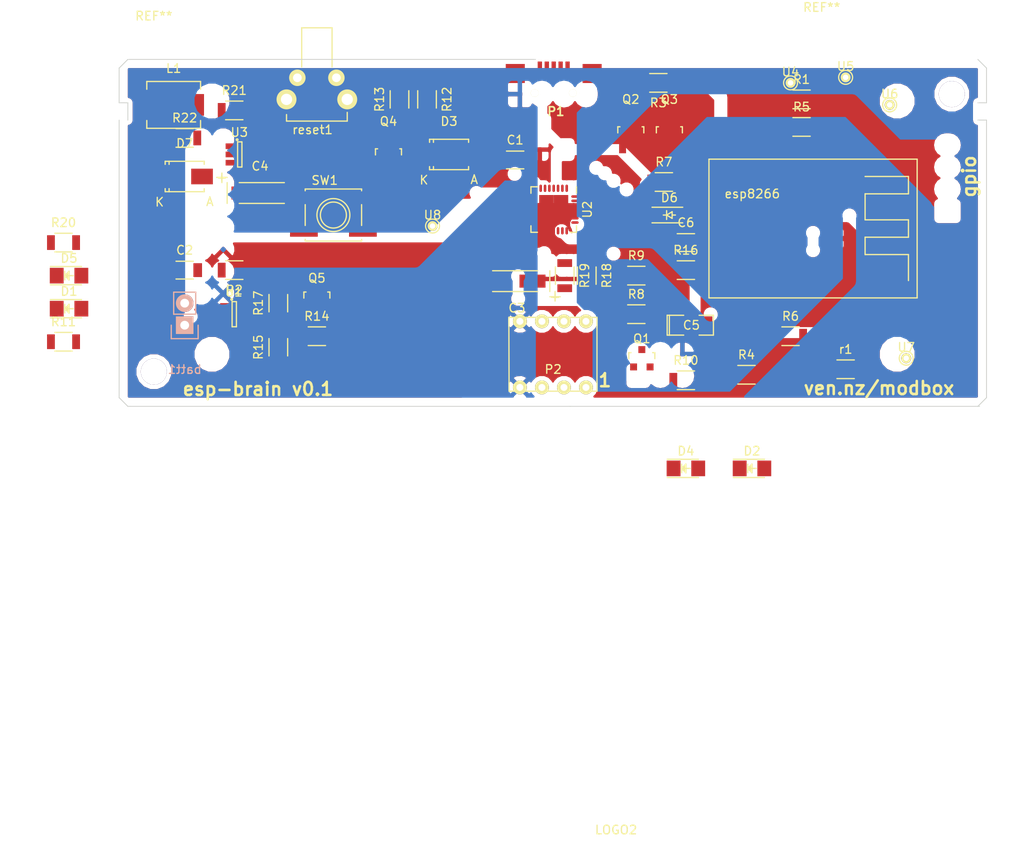
<source format=kicad_pcb>
(kicad_pcb (version 4) (host pcbnew "(2015-06-25 BZR 5821)-product")

  (general
    (links 114)
    (no_connects 114)
    (area 114.949999 49.949999 215.050001 90.050001)
    (thickness 1.6)
    (drawings 37)
    (tracks 1)
    (zones 0)
    (modules 59)
    (nets 37)
  )

  (page A4)
  (layers
    (0 F.Cu signal)
    (31 B.Cu signal)
    (32 B.Adhes user)
    (33 F.Adhes user)
    (34 B.Paste user)
    (35 F.Paste user)
    (36 B.SilkS user)
    (37 F.SilkS user)
    (38 B.Mask user)
    (39 F.Mask user)
    (40 Dwgs.User user)
    (41 Cmts.User user)
    (42 Eco1.User user)
    (43 Eco2.User user)
    (44 Edge.Cuts user)
    (45 Margin user)
    (46 B.CrtYd user)
    (47 F.CrtYd user)
    (48 B.Fab user)
    (49 F.Fab user)
  )

  (setup
    (last_trace_width 0.25)
    (trace_clearance 0.2)
    (zone_clearance 0.508)
    (zone_45_only no)
    (trace_min 0.2)
    (segment_width 0.2)
    (edge_width 0.1)
    (via_size 0.6)
    (via_drill 0.4)
    (via_min_size 0.4)
    (via_min_drill 0.3)
    (uvia_size 0.3)
    (uvia_drill 0.1)
    (uvias_allowed no)
    (uvia_min_size 0.2)
    (uvia_min_drill 0.1)
    (pcb_text_width 0.3)
    (pcb_text_size 1.5 1.5)
    (mod_edge_width 0.15)
    (mod_text_size 1 1)
    (mod_text_width 0.15)
    (pad_size 0.6 0.6)
    (pad_drill 0.3)
    (pad_to_mask_clearance 0)
    (aux_axis_origin 0 0)
    (visible_elements FFFE7F7F)
    (pcbplotparams
      (layerselection 0x010f0_80000001)
      (usegerberextensions false)
      (excludeedgelayer true)
      (linewidth 0.100000)
      (plotframeref false)
      (viasonmask false)
      (mode 1)
      (useauxorigin false)
      (hpglpennumber 1)
      (hpglpenspeed 20)
      (hpglpendiameter 15)
      (hpglpenoverlay 2)
      (psnegative false)
      (psa4output false)
      (plotreference true)
      (plotvalue false)
      (plotinvisibletext false)
      (padsonsilk false)
      (subtractmaskfromsilk false)
      (outputformat 1)
      (mirror false)
      (drillshape 0)
      (scaleselection 1)
      (outputdirectory fab/))
  )

  (net 0 "")
  (net 1 +3V3)
  (net 2 Earth)
  (net 3 +5V)
  (net 4 batt)
  (net 5 GND)
  (net 6 "Net-(D1-Pad1)")
  (net 7 "Net-(D2-Pad1)")
  (net 8 /i2c-bus-power)
  (net 9 /ch_pd)
  (net 10 adc)
  (net 11 /reset)
  (net 12 /gpio15)
  (net 13 /gpio2)
  (net 14 /gpio0)
  (net 15 rx)
  (net 16 /cp2102/D-)
  (net 17 /cp2102/D+)
  (net 18 "Net-(P2-Pad2)")
  (net 19 /sda)
  (net 20 /scl)
  (net 21 "Net-(Q2-Pad2)")
  (net 22 rts)
  (net 23 "Net-(Q3-Pad2)")
  (net 24 dtr)
  (net 25 "Net-(U2-Pad26)")
  (net 26 "Net-(R2-Pad1)")
  (net 27 "Net-(C5-Pad2)")
  (net 28 "Net-(D1-Pad2)")
  (net 29 "Net-(D4-Pad2)")
  (net 30 "Net-(D5-Pad2)")
  (net 31 power-on)
  (net 32 usb-on)
  (net 33 "Net-(Q5-Pad3)")
  (net 34 "Net-(C4-Pad1)")
  (net 35 "Net-(D7-Pad1)")
  (net 36 "Net-(R21-Pad2)")

  (net_class Default "This is the default net class."
    (clearance 0.2)
    (trace_width 0.25)
    (via_dia 0.6)
    (via_drill 0.4)
    (uvia_dia 0.3)
    (uvia_drill 0.1)
    (add_net +3V3)
    (add_net +5V)
    (add_net /ch_pd)
    (add_net /cp2102/D+)
    (add_net /cp2102/D-)
    (add_net /gpio0)
    (add_net /gpio15)
    (add_net /gpio2)
    (add_net /i2c-bus-power)
    (add_net /reset)
    (add_net /scl)
    (add_net /sda)
    (add_net GND)
    (add_net "Net-(C4-Pad1)")
    (add_net "Net-(C5-Pad2)")
    (add_net "Net-(D1-Pad1)")
    (add_net "Net-(D1-Pad2)")
    (add_net "Net-(D2-Pad1)")
    (add_net "Net-(D4-Pad2)")
    (add_net "Net-(D5-Pad2)")
    (add_net "Net-(D7-Pad1)")
    (add_net "Net-(P2-Pad2)")
    (add_net "Net-(Q2-Pad2)")
    (add_net "Net-(Q3-Pad2)")
    (add_net "Net-(Q5-Pad3)")
    (add_net "Net-(R2-Pad1)")
    (add_net "Net-(R21-Pad2)")
    (add_net "Net-(U2-Pad26)")
    (add_net adc)
    (add_net batt)
    (add_net dtr)
    (add_net power-on)
    (add_net rts)
    (add_net rx)
    (add_net usb-on)
  )

  (net_class bus ""
    (clearance 0.2)
    (trace_width 0.5)
    (via_dia 0.6)
    (via_drill 0.4)
    (uvia_dia 0.3)
    (uvia_drill 0.1)
  )

  (module Mounting_Holes:MountingHole_3mm locked (layer F.Cu) (tedit 0) (tstamp 57F4E5C2)
    (at 119 86)
    (descr "Mounting hole, Befestigungsbohrung, 3mm, No Annular, Kein Restring,")
    (tags "Mounting hole, Befestigungsbohrung, 3mm, No Annular, Kein Restring,")
    (fp_text reference REF** (at 0 -41) (layer F.SilkS)
      (effects (font (size 1 1) (thickness 0.15)))
    )
    (fp_text value MountingHole_3mm (at 1.00076 5.00126) (layer F.Fab)
      (effects (font (size 1 1) (thickness 0.15)))
    )
    (fp_circle (center 0 0) (end 3 0) (layer Cmts.User) (width 0.381))
    (pad 1 thru_hole circle (at 0 0) (size 3 3) (drill 3) (layers))
  )

  (module Mounting_Holes:MountingHole_3mm locked (layer F.Cu) (tedit 0) (tstamp 57F4E5CD)
    (at 211 54)
    (descr "Mounting hole, Befestigungsbohrung, 3mm, No Annular, Kein Restring,")
    (tags "Mounting hole, Befestigungsbohrung, 3mm, No Annular, Kein Restring,")
    (fp_text reference REF** (at -15 -10) (layer F.SilkS)
      (effects (font (size 1 1) (thickness 0.15)))
    )
    (fp_text value MountingHole_3mm (at 1.00076 5.00126) (layer F.Fab)
      (effects (font (size 1 1) (thickness 0.15)))
    )
    (fp_circle (center 0 0) (end 3 0) (layer Cmts.User) (width 0.381))
    (pad 1 thru_hole circle (at 0 0) (size 3 3) (drill 3) (layers))
  )

  (module Oddities:Dummy_Empty (layer F.Cu) (tedit 0) (tstamp 580B565F)
    (at 172.217857 141.33436)
    (descr "Only empty Dummy to give satsfaction to DRC")
    (tags "Only empty Dummy to give satsfaction to DRC")
    (path /580B4B38/55E152C3)
    (fp_text reference LOGO2 (at 0.07112 -2.49936) (layer F.SilkS)
      (effects (font (size 1 1) (thickness 0.15)))
    )
    (fp_text value OPEN_HARDWARE_1 (at 0 0) (layer F.Fab)
      (effects (font (size 1 1) (thickness 0.15)))
    )
  )

  (module "fp:molex 4way cgrid" locked (layer F.Cu) (tedit 57FF81AB) (tstamp 580B567A)
    (at 161.2 80.2)
    (path /580B8C84)
    (fp_text reference P2 (at 3.8354 5.5372) (layer F.SilkS)
      (effects (font (size 1 1) (thickness 0.15)))
    )
    (fp_text value CONN_01X04 (at 3.5306 2.8702) (layer F.Fab)
      (effects (font (size 1 1) (thickness 0.15)))
    )
    (fp_line (start -1.27 -0.4572) (end -1.2446 8.0518) (layer F.SilkS) (width 0.15))
    (fp_line (start -1.2446 8.0518) (end 8.89 8.0518) (layer F.SilkS) (width 0.15))
    (fp_line (start 8.89 8.0518) (end 8.89 -0.4572) (layer F.SilkS) (width 0.15))
    (fp_line (start 8.89 -0.4572) (end -1.27 -0.4572) (layer F.SilkS) (width 0.15))
    (pad 1 thru_hole circle (at 0 0) (size 1.6 1.6) (drill 0.8) (layers *.Cu *.Mask F.SilkS)
      (net 5 GND))
    (pad 2 thru_hole circle (at 2.54 0) (size 1.6 1.6) (drill 0.8) (layers *.Cu *.Mask F.SilkS)
      (net 18 "Net-(P2-Pad2)"))
    (pad 3 thru_hole circle (at 5.08 0) (size 1.6 1.6) (drill 0.8) (layers *.Cu *.Mask F.SilkS)
      (net 19 /sda))
    (pad 4 thru_hole circle (at 7.62 0) (size 1.6 1.6) (drill 0.8) (layers *.Cu *.Mask F.SilkS)
      (net 20 /scl))
    (pad 1 thru_hole circle (at 0 7.62) (size 1.6 1.6) (drill 0.8) (layers *.Cu *.Mask F.SilkS)
      (net 5 GND))
    (pad 2 thru_hole circle (at 2.54 7.62) (size 1.6 1.6) (drill 0.8) (layers *.Cu *.Mask F.SilkS)
      (net 18 "Net-(P2-Pad2)"))
    (pad 3 thru_hole circle (at 5.08 7.62) (size 1.6 1.6) (drill 0.8) (layers *.Cu *.Mask F.SilkS)
      (net 19 /sda))
    (pad 4 thru_hole circle (at 7.62 7.62) (size 1.6 1.6) (drill 0.8) (layers *.Cu *.Mask F.SilkS)
      (net 20 /scl))
  )

  (module Pin_Headers:Pin_Header_Straight_1x02 (layer B.Cu) (tedit 54EA090C) (tstamp 58137BF3)
    (at 122.555 80.645)
    (descr "Through hole pin header")
    (tags "pin header")
    (path /580B5C57/58064A0F)
    (fp_text reference batt1 (at 0 5.1) (layer B.SilkS)
      (effects (font (size 1 1) (thickness 0.15)) (justify mirror))
    )
    (fp_text value CONN_01X02 (at 0 3.1) (layer B.Fab)
      (effects (font (size 1 1) (thickness 0.15)) (justify mirror))
    )
    (fp_line (start 1.27 -1.27) (end 1.27 -3.81) (layer B.SilkS) (width 0.15))
    (fp_line (start 1.55 1.55) (end 1.55 0) (layer B.SilkS) (width 0.15))
    (fp_line (start -1.75 1.75) (end -1.75 -4.3) (layer B.CrtYd) (width 0.05))
    (fp_line (start 1.75 1.75) (end 1.75 -4.3) (layer B.CrtYd) (width 0.05))
    (fp_line (start -1.75 1.75) (end 1.75 1.75) (layer B.CrtYd) (width 0.05))
    (fp_line (start -1.75 -4.3) (end 1.75 -4.3) (layer B.CrtYd) (width 0.05))
    (fp_line (start 1.27 -1.27) (end -1.27 -1.27) (layer B.SilkS) (width 0.15))
    (fp_line (start -1.55 0) (end -1.55 1.55) (layer B.SilkS) (width 0.15))
    (fp_line (start -1.55 1.55) (end 1.55 1.55) (layer B.SilkS) (width 0.15))
    (fp_line (start -1.27 -1.27) (end -1.27 -3.81) (layer B.SilkS) (width 0.15))
    (fp_line (start -1.27 -3.81) (end 1.27 -3.81) (layer B.SilkS) (width 0.15))
    (pad 1 thru_hole rect (at 0 0) (size 2.032 2.032) (drill 1.016) (layers *.Cu *.Mask B.SilkS)
      (net 4 batt))
    (pad 2 thru_hole oval (at 0 -2.54) (size 2.032 2.032) (drill 1.016) (layers *.Cu *.Mask B.SilkS)
      (net 5 GND))
    (model Pin_Headers.3dshapes/Pin_Header_Straight_1x02.wrl
      (at (xyz 0 -0.05 0))
      (scale (xyz 1 1 1))
      (rotate (xyz 0 0 90))
    )
  )

  (module Capacitors_SMD:C_1206 (layer F.Cu) (tedit 5415D7BD) (tstamp 58137BF9)
    (at 160.655 61.595)
    (descr "Capacitor SMD 1206, reflow soldering, AVX (see smccp.pdf)")
    (tags "capacitor 1206")
    (path /580B5C57/5806047A)
    (attr smd)
    (fp_text reference C1 (at 0 -2.3) (layer F.SilkS)
      (effects (font (size 1 1) (thickness 0.15)))
    )
    (fp_text value 4.7u (at 0 2.3) (layer F.Fab)
      (effects (font (size 1 1) (thickness 0.15)))
    )
    (fp_line (start -2.3 -1.15) (end 2.3 -1.15) (layer F.CrtYd) (width 0.05))
    (fp_line (start -2.3 1.15) (end 2.3 1.15) (layer F.CrtYd) (width 0.05))
    (fp_line (start -2.3 -1.15) (end -2.3 1.15) (layer F.CrtYd) (width 0.05))
    (fp_line (start 2.3 -1.15) (end 2.3 1.15) (layer F.CrtYd) (width 0.05))
    (fp_line (start 1 -1.025) (end -1 -1.025) (layer F.SilkS) (width 0.15))
    (fp_line (start -1 1.025) (end 1 1.025) (layer F.SilkS) (width 0.15))
    (pad 1 smd rect (at -1.5 0) (size 1 1.6) (layers F.Cu F.Paste F.Mask)
      (net 3 +5V))
    (pad 2 smd rect (at 1.5 0) (size 1 1.6) (layers F.Cu F.Paste F.Mask)
      (net 5 GND))
    (model Capacitors_SMD.3dshapes/C_1206.wrl
      (at (xyz 0 0 0))
      (scale (xyz 1 1 1))
      (rotate (xyz 0 0 0))
    )
  )

  (module Capacitors_Tantalum_SMD:TantalC_SizeA_EIA-3216_HandSoldering (layer F.Cu) (tedit 0) (tstamp 58137C05)
    (at 160.655 75.565 180)
    (descr "Tantal Cap. , Size A, EIA-3216, Hand Soldering,")
    (tags "Tantal Cap. , Size A, EIA-3216, Hand Soldering,")
    (path /580B5C57/580B6702)
    (attr smd)
    (fp_text reference C3 (at -0.20066 -3.0988 180) (layer F.SilkS)
      (effects (font (size 1 1) (thickness 0.15)))
    )
    (fp_text value "22uf 5v" (at -0.09906 3.0988 180) (layer F.Fab)
      (effects (font (size 1 1) (thickness 0.15)))
    )
    (fp_text user + (at -4.59994 -1.80086 180) (layer F.SilkS)
      (effects (font (size 1 1) (thickness 0.15)))
    )
    (fp_line (start -2.60096 1.19888) (end 2.60096 1.19888) (layer F.SilkS) (width 0.15))
    (fp_line (start 2.60096 -1.19888) (end -2.60096 -1.19888) (layer F.SilkS) (width 0.15))
    (fp_line (start -4.59994 -2.2987) (end -4.59994 -1.19888) (layer F.SilkS) (width 0.15))
    (fp_line (start -5.19938 -1.79832) (end -4.0005 -1.79832) (layer F.SilkS) (width 0.15))
    (fp_line (start -3.99542 -1.19888) (end -3.99542 1.19888) (layer F.SilkS) (width 0.15))
    (pad 2 smd rect (at 1.99898 0 180) (size 2.99974 1.50114) (layers F.Cu F.Paste F.Mask)
      (net 5 GND))
    (pad 1 smd rect (at -1.99898 0 180) (size 2.99974 1.50114) (layers F.Cu F.Paste F.Mask)
      (net 1 +3V3))
    (model Capacitors_Tantalum_SMD.3dshapes/TantalC_SizeA_EIA-3216_HandSoldering.wrl
      (at (xyz 0 0 0))
      (scale (xyz 1 1 1))
      (rotate (xyz 0 0 180))
    )
  )

  (module SMD_Packages:SMD-1206_Pol (layer F.Cu) (tedit 0) (tstamp 58137C11)
    (at 180.975 80.645)
    (path /580B4B38/555DEE55)
    (attr smd)
    (fp_text reference C5 (at 0 0) (layer F.SilkS)
      (effects (font (size 1 1) (thickness 0.15)))
    )
    (fp_text value 0.1uf (at 0 0) (layer F.Fab)
      (effects (font (size 1 1) (thickness 0.15)))
    )
    (fp_line (start -2.54 -1.143) (end -2.794 -1.143) (layer F.SilkS) (width 0.15))
    (fp_line (start -2.794 -1.143) (end -2.794 1.143) (layer F.SilkS) (width 0.15))
    (fp_line (start -2.794 1.143) (end -2.54 1.143) (layer F.SilkS) (width 0.15))
    (fp_line (start -2.54 -1.143) (end -2.54 1.143) (layer F.SilkS) (width 0.15))
    (fp_line (start -2.54 1.143) (end -0.889 1.143) (layer F.SilkS) (width 0.15))
    (fp_line (start 0.889 -1.143) (end 2.54 -1.143) (layer F.SilkS) (width 0.15))
    (fp_line (start 2.54 -1.143) (end 2.54 1.143) (layer F.SilkS) (width 0.15))
    (fp_line (start 2.54 1.143) (end 0.889 1.143) (layer F.SilkS) (width 0.15))
    (fp_line (start -0.889 -1.143) (end -2.54 -1.143) (layer F.SilkS) (width 0.15))
    (pad 1 smd rect (at -1.651 0) (size 1.524 2.032) (layers F.Cu F.Paste F.Mask)
      (net 5 GND))
    (pad 2 smd rect (at 1.651 0) (size 1.524 2.032) (layers F.Cu F.Paste F.Mask)
      (net 27 "Net-(C5-Pad2)"))
    (model SMD_Packages.3dshapes/SMD-1206_Pol.wrl
      (at (xyz 0 0 0))
      (scale (xyz 0.17 0.16 0.16))
      (rotate (xyz 0 0 0))
    )
  )

  (module Capacitors_SMD:C_1206 (layer F.Cu) (tedit 5415D7BD) (tstamp 58137C17)
    (at 180.34 71.12)
    (descr "Capacitor SMD 1206, reflow soldering, AVX (see smccp.pdf)")
    (tags "capacitor 1206")
    (path /580B5C57/5811CF6C)
    (attr smd)
    (fp_text reference C6 (at 0 -2.3) (layer F.SilkS)
      (effects (font (size 1 1) (thickness 0.15)))
    )
    (fp_text value 1u (at 0 2.3) (layer F.Fab)
      (effects (font (size 1 1) (thickness 0.15)))
    )
    (fp_line (start -2.3 -1.15) (end 2.3 -1.15) (layer F.CrtYd) (width 0.05))
    (fp_line (start -2.3 1.15) (end 2.3 1.15) (layer F.CrtYd) (width 0.05))
    (fp_line (start -2.3 -1.15) (end -2.3 1.15) (layer F.CrtYd) (width 0.05))
    (fp_line (start 2.3 -1.15) (end 2.3 1.15) (layer F.CrtYd) (width 0.05))
    (fp_line (start 1 -1.025) (end -1 -1.025) (layer F.SilkS) (width 0.15))
    (fp_line (start -1 1.025) (end 1 1.025) (layer F.SilkS) (width 0.15))
    (pad 1 smd rect (at -1.5 0) (size 1 1.6) (layers F.Cu F.Paste F.Mask)
      (net 3 +5V))
    (pad 2 smd rect (at 1.5 0) (size 1 1.6) (layers F.Cu F.Paste F.Mask)
      (net 5 GND))
    (model Capacitors_SMD.3dshapes/C_1206.wrl
      (at (xyz 0 0 0))
      (scale (xyz 1 1 1))
      (rotate (xyz 0 0 0))
    )
  )

  (module LEDs:LED-1206 (layer F.Cu) (tedit 55BDE2E8) (tstamp 58137C1D)
    (at 109.22 78.74)
    (descr "LED 1206 smd package")
    (tags "LED1206 SMD")
    (path /580B5C57/58060577)
    (attr smd)
    (fp_text reference D1 (at 0 -2) (layer F.SilkS)
      (effects (font (size 1 1) (thickness 0.15)))
    )
    (fp_text value "charging led" (at 0 2) (layer F.Fab)
      (effects (font (size 1 1) (thickness 0.15)))
    )
    (fp_line (start -2.15 1.05) (end 1.45 1.05) (layer F.SilkS) (width 0.15))
    (fp_line (start -2.15 -1.05) (end 1.45 -1.05) (layer F.SilkS) (width 0.15))
    (fp_line (start -0.1 -0.3) (end -0.1 0.3) (layer F.SilkS) (width 0.15))
    (fp_line (start -0.1 0.3) (end -0.4 0) (layer F.SilkS) (width 0.15))
    (fp_line (start -0.4 0) (end -0.2 -0.2) (layer F.SilkS) (width 0.15))
    (fp_line (start -0.2 -0.2) (end -0.2 0.05) (layer F.SilkS) (width 0.15))
    (fp_line (start -0.2 0.05) (end -0.25 0) (layer F.SilkS) (width 0.15))
    (fp_line (start -0.5 -0.5) (end -0.5 0.5) (layer F.SilkS) (width 0.15))
    (fp_line (start 0 0) (end 0.5 0) (layer F.SilkS) (width 0.15))
    (fp_line (start -0.5 0) (end 0 -0.5) (layer F.SilkS) (width 0.15))
    (fp_line (start 0 -0.5) (end 0 0.5) (layer F.SilkS) (width 0.15))
    (fp_line (start 0 0.5) (end -0.5 0) (layer F.SilkS) (width 0.15))
    (fp_line (start 2.5 -1.25) (end -2.5 -1.25) (layer F.CrtYd) (width 0.05))
    (fp_line (start -2.5 -1.25) (end -2.5 1.25) (layer F.CrtYd) (width 0.05))
    (fp_line (start -2.5 1.25) (end 2.5 1.25) (layer F.CrtYd) (width 0.05))
    (fp_line (start 2.5 1.25) (end 2.5 -1.25) (layer F.CrtYd) (width 0.05))
    (pad 2 smd rect (at 1.41986 0 180) (size 1.59766 1.80086) (layers F.Cu F.Paste F.Mask)
      (net 28 "Net-(D1-Pad2)"))
    (pad 1 smd rect (at -1.41986 0 180) (size 1.59766 1.80086) (layers F.Cu F.Paste F.Mask)
      (net 6 "Net-(D1-Pad1)"))
  )

  (module LEDs:LED-1206 (layer F.Cu) (tedit 55BDE2E8) (tstamp 58137C23)
    (at 187.96 97.155)
    (descr "LED 1206 smd package")
    (tags "LED1206 SMD")
    (path /580F3FD1)
    (attr smd)
    (fp_text reference D2 (at 0 -2) (layer F.SilkS)
      (effects (font (size 1 1) (thickness 0.15)))
    )
    (fp_text value "wifi status" (at 0 2) (layer F.Fab)
      (effects (font (size 1 1) (thickness 0.15)))
    )
    (fp_line (start -2.15 1.05) (end 1.45 1.05) (layer F.SilkS) (width 0.15))
    (fp_line (start -2.15 -1.05) (end 1.45 -1.05) (layer F.SilkS) (width 0.15))
    (fp_line (start -0.1 -0.3) (end -0.1 0.3) (layer F.SilkS) (width 0.15))
    (fp_line (start -0.1 0.3) (end -0.4 0) (layer F.SilkS) (width 0.15))
    (fp_line (start -0.4 0) (end -0.2 -0.2) (layer F.SilkS) (width 0.15))
    (fp_line (start -0.2 -0.2) (end -0.2 0.05) (layer F.SilkS) (width 0.15))
    (fp_line (start -0.2 0.05) (end -0.25 0) (layer F.SilkS) (width 0.15))
    (fp_line (start -0.5 -0.5) (end -0.5 0.5) (layer F.SilkS) (width 0.15))
    (fp_line (start 0 0) (end 0.5 0) (layer F.SilkS) (width 0.15))
    (fp_line (start -0.5 0) (end 0 -0.5) (layer F.SilkS) (width 0.15))
    (fp_line (start 0 -0.5) (end 0 0.5) (layer F.SilkS) (width 0.15))
    (fp_line (start 0 0.5) (end -0.5 0) (layer F.SilkS) (width 0.15))
    (fp_line (start 2.5 -1.25) (end -2.5 -1.25) (layer F.CrtYd) (width 0.05))
    (fp_line (start -2.5 -1.25) (end -2.5 1.25) (layer F.CrtYd) (width 0.05))
    (fp_line (start -2.5 1.25) (end 2.5 1.25) (layer F.CrtYd) (width 0.05))
    (fp_line (start 2.5 1.25) (end 2.5 -1.25) (layer F.CrtYd) (width 0.05))
    (pad 2 smd rect (at 1.41986 0 180) (size 1.59766 1.80086) (layers F.Cu F.Paste F.Mask)
      (net 12 /gpio15))
    (pad 1 smd rect (at -1.41986 0 180) (size 1.59766 1.80086) (layers F.Cu F.Paste F.Mask)
      (net 7 "Net-(D2-Pad1)"))
  )

  (module Diodes_SMD:SMA_Standard (layer F.Cu) (tedit 552FF239) (tstamp 58137C29)
    (at 153.035 60.96)
    (descr "Diode SMA")
    (tags "Diode SMA")
    (path /580B5C57/580F4892)
    (attr smd)
    (fp_text reference D3 (at 0 -3.81) (layer F.SilkS)
      (effects (font (size 1 1) (thickness 0.15)))
    )
    (fp_text value D_Schottky (at 0 4.3) (layer F.Fab)
      (effects (font (size 1 1) (thickness 0.15)))
    )
    (fp_line (start -3.5 -2) (end 3.5 -2) (layer F.CrtYd) (width 0.05))
    (fp_line (start 3.5 -2) (end 3.5 2) (layer F.CrtYd) (width 0.05))
    (fp_line (start 3.5 2) (end -3.5 2) (layer F.CrtYd) (width 0.05))
    (fp_line (start -3.5 2) (end -3.5 -2) (layer F.CrtYd) (width 0.05))
    (fp_text user K (at -2.9 2.95) (layer F.SilkS)
      (effects (font (size 1 1) (thickness 0.15)))
    )
    (fp_text user A (at 2.9 2.9) (layer F.SilkS)
      (effects (font (size 1 1) (thickness 0.15)))
    )
    (fp_circle (center 0 0) (end 0.20066 -0.0508) (layer F.Adhes) (width 0.381))
    (fp_line (start -1.79914 1.75006) (end -1.79914 1.39954) (layer F.SilkS) (width 0.15))
    (fp_line (start -1.79914 -1.75006) (end -1.79914 -1.39954) (layer F.SilkS) (width 0.15))
    (fp_line (start 2.25044 1.75006) (end 2.25044 1.39954) (layer F.SilkS) (width 0.15))
    (fp_line (start -2.25044 1.75006) (end -2.25044 1.39954) (layer F.SilkS) (width 0.15))
    (fp_line (start -2.25044 -1.75006) (end -2.25044 -1.39954) (layer F.SilkS) (width 0.15))
    (fp_line (start 2.25044 -1.75006) (end 2.25044 -1.39954) (layer F.SilkS) (width 0.15))
    (fp_line (start -2.25044 1.75006) (end 2.25044 1.75006) (layer F.SilkS) (width 0.15))
    (fp_line (start -2.25044 -1.75006) (end 2.25044 -1.75006) (layer F.SilkS) (width 0.15))
    (pad 1 smd rect (at -1.99898 0) (size 2.49936 1.80086) (layers F.Cu F.Paste F.Mask)
      (net 34 "Net-(C4-Pad1)"))
    (pad 2 smd rect (at 1.99898 0) (size 2.49936 1.80086) (layers F.Cu F.Paste F.Mask)
      (net 3 +5V))
    (model Diodes_SMD.3dshapes/SMA_Standard.wrl
      (at (xyz 0 0 0))
      (scale (xyz 0.3937 0.3937 0.3937))
      (rotate (xyz 0 0 180))
    )
  )

  (module LEDs:LED-1206 (layer F.Cu) (tedit 55BDE2E8) (tstamp 58137C2F)
    (at 180.34 97.155)
    (descr "LED 1206 smd package")
    (tags "LED1206 SMD")
    (path /5811009F)
    (attr smd)
    (fp_text reference D4 (at 0 -2) (layer F.SilkS)
      (effects (font (size 1 1) (thickness 0.15)))
    )
    (fp_text value "low batt" (at 0 2) (layer F.Fab)
      (effects (font (size 1 1) (thickness 0.15)))
    )
    (fp_line (start -2.15 1.05) (end 1.45 1.05) (layer F.SilkS) (width 0.15))
    (fp_line (start -2.15 -1.05) (end 1.45 -1.05) (layer F.SilkS) (width 0.15))
    (fp_line (start -0.1 -0.3) (end -0.1 0.3) (layer F.SilkS) (width 0.15))
    (fp_line (start -0.1 0.3) (end -0.4 0) (layer F.SilkS) (width 0.15))
    (fp_line (start -0.4 0) (end -0.2 -0.2) (layer F.SilkS) (width 0.15))
    (fp_line (start -0.2 -0.2) (end -0.2 0.05) (layer F.SilkS) (width 0.15))
    (fp_line (start -0.2 0.05) (end -0.25 0) (layer F.SilkS) (width 0.15))
    (fp_line (start -0.5 -0.5) (end -0.5 0.5) (layer F.SilkS) (width 0.15))
    (fp_line (start 0 0) (end 0.5 0) (layer F.SilkS) (width 0.15))
    (fp_line (start -0.5 0) (end 0 -0.5) (layer F.SilkS) (width 0.15))
    (fp_line (start 0 -0.5) (end 0 0.5) (layer F.SilkS) (width 0.15))
    (fp_line (start 0 0.5) (end -0.5 0) (layer F.SilkS) (width 0.15))
    (fp_line (start 2.5 -1.25) (end -2.5 -1.25) (layer F.CrtYd) (width 0.05))
    (fp_line (start -2.5 -1.25) (end -2.5 1.25) (layer F.CrtYd) (width 0.05))
    (fp_line (start -2.5 1.25) (end 2.5 1.25) (layer F.CrtYd) (width 0.05))
    (fp_line (start 2.5 1.25) (end 2.5 -1.25) (layer F.CrtYd) (width 0.05))
    (pad 2 smd rect (at 1.41986 0 180) (size 1.59766 1.80086) (layers F.Cu F.Paste F.Mask)
      (net 29 "Net-(D4-Pad2)"))
    (pad 1 smd rect (at -1.41986 0 180) (size 1.59766 1.80086) (layers F.Cu F.Paste F.Mask)
      (net 13 /gpio2))
  )

  (module LEDs:LED-1206 (layer F.Cu) (tedit 55BDE2E8) (tstamp 58137C35)
    (at 109.22 74.93)
    (descr "LED 1206 smd package")
    (tags "LED1206 SMD")
    (path /580B5C57/5811C6C2)
    (attr smd)
    (fp_text reference D5 (at 0 -2) (layer F.SilkS)
      (effects (font (size 1 1) (thickness 0.15)))
    )
    (fp_text value "charge complete led" (at 0 2) (layer F.Fab)
      (effects (font (size 1 1) (thickness 0.15)))
    )
    (fp_line (start -2.15 1.05) (end 1.45 1.05) (layer F.SilkS) (width 0.15))
    (fp_line (start -2.15 -1.05) (end 1.45 -1.05) (layer F.SilkS) (width 0.15))
    (fp_line (start -0.1 -0.3) (end -0.1 0.3) (layer F.SilkS) (width 0.15))
    (fp_line (start -0.1 0.3) (end -0.4 0) (layer F.SilkS) (width 0.15))
    (fp_line (start -0.4 0) (end -0.2 -0.2) (layer F.SilkS) (width 0.15))
    (fp_line (start -0.2 -0.2) (end -0.2 0.05) (layer F.SilkS) (width 0.15))
    (fp_line (start -0.2 0.05) (end -0.25 0) (layer F.SilkS) (width 0.15))
    (fp_line (start -0.5 -0.5) (end -0.5 0.5) (layer F.SilkS) (width 0.15))
    (fp_line (start 0 0) (end 0.5 0) (layer F.SilkS) (width 0.15))
    (fp_line (start -0.5 0) (end 0 -0.5) (layer F.SilkS) (width 0.15))
    (fp_line (start 0 -0.5) (end 0 0.5) (layer F.SilkS) (width 0.15))
    (fp_line (start 0 0.5) (end -0.5 0) (layer F.SilkS) (width 0.15))
    (fp_line (start 2.5 -1.25) (end -2.5 -1.25) (layer F.CrtYd) (width 0.05))
    (fp_line (start -2.5 -1.25) (end -2.5 1.25) (layer F.CrtYd) (width 0.05))
    (fp_line (start -2.5 1.25) (end 2.5 1.25) (layer F.CrtYd) (width 0.05))
    (fp_line (start 2.5 1.25) (end 2.5 -1.25) (layer F.CrtYd) (width 0.05))
    (pad 2 smd rect (at 1.41986 0 180) (size 1.59766 1.80086) (layers F.Cu F.Paste F.Mask)
      (net 30 "Net-(D5-Pad2)"))
    (pad 1 smd rect (at -1.41986 0 180) (size 1.59766 1.80086) (layers F.Cu F.Paste F.Mask)
      (net 5 GND))
  )

  (module Diodes_SMD:SOD-123 (layer F.Cu) (tedit 5530FCB9) (tstamp 58137C3B)
    (at 178.435 67.945)
    (descr SOD-123)
    (tags SOD-123)
    (path /580B5C57/58108CFD)
    (attr smd)
    (fp_text reference D6 (at 0 -2) (layer F.SilkS)
      (effects (font (size 1 1) (thickness 0.15)))
    )
    (fp_text value D (at 0 2.1) (layer F.Fab)
      (effects (font (size 1 1) (thickness 0.15)))
    )
    (fp_line (start 0.3175 0) (end 0.6985 0) (layer F.SilkS) (width 0.15))
    (fp_line (start -0.6985 0) (end -0.3175 0) (layer F.SilkS) (width 0.15))
    (fp_line (start -0.3175 0) (end 0.3175 -0.381) (layer F.SilkS) (width 0.15))
    (fp_line (start 0.3175 -0.381) (end 0.3175 0.381) (layer F.SilkS) (width 0.15))
    (fp_line (start 0.3175 0.381) (end -0.3175 0) (layer F.SilkS) (width 0.15))
    (fp_line (start -0.3175 -0.508) (end -0.3175 0.508) (layer F.SilkS) (width 0.15))
    (fp_line (start -2.25 -1.05) (end 2.25 -1.05) (layer F.CrtYd) (width 0.05))
    (fp_line (start 2.25 -1.05) (end 2.25 1.05) (layer F.CrtYd) (width 0.05))
    (fp_line (start 2.25 1.05) (end -2.25 1.05) (layer F.CrtYd) (width 0.05))
    (fp_line (start -2.25 -1.05) (end -2.25 1.05) (layer F.CrtYd) (width 0.05))
    (fp_line (start -2 0.9) (end 1.54 0.9) (layer F.SilkS) (width 0.15))
    (fp_line (start -2 -0.9) (end 1.54 -0.9) (layer F.SilkS) (width 0.15))
    (pad 1 smd rect (at -1.635 0) (size 0.91 1.22) (layers F.Cu F.Paste F.Mask)
      (net 3 +5V))
    (pad 2 smd rect (at 1.635 0) (size 0.91 1.22) (layers F.Cu F.Paste F.Mask)
      (net 31 power-on))
  )

  (module fp:esp8266-12 (layer F.Cu) (tedit 55ACE67C) (tstamp 58137C4F)
    (at 184.8 61.6)
    (path /55ACECFB)
    (fp_text reference esp8266 (at 3.2 3.9) (layer F.SilkS)
      (effects (font (size 1 1) (thickness 0.15)))
    )
    (fp_text value U2 (at 6.2 5.9) (layer F.Fab)
      (effects (font (size 1 1) (thickness 0.15)))
    )
    (fp_line (start 16.2 1.9) (end 21.2 1.9) (layer F.SilkS) (width 0.15))
    (fp_line (start 21.2 1.9) (end 21.2 3.9) (layer F.SilkS) (width 0.15))
    (fp_line (start 21.2 3.9) (end 16.2 3.9) (layer F.SilkS) (width 0.15))
    (fp_line (start 16.2 3.9) (end 16.2 6.9) (layer F.SilkS) (width 0.15))
    (fp_line (start 16.2 6.9) (end 21.2 6.9) (layer F.SilkS) (width 0.15))
    (fp_line (start 21.2 6.9) (end 21.2 8.9) (layer F.SilkS) (width 0.15))
    (fp_line (start 21.2 8.9) (end 16.2 8.9) (layer F.SilkS) (width 0.15))
    (fp_line (start 16.2 8.9) (end 16.2 10.9) (layer F.SilkS) (width 0.15))
    (fp_line (start 16.2 10.9) (end 21.2 10.9) (layer F.SilkS) (width 0.15))
    (fp_line (start 21.2 10.9) (end 21.2 13.9) (layer F.SilkS) (width 0.15))
    (fp_line (start -1.8 -0.1) (end -1.8 15.9) (layer F.SilkS) (width 0.15))
    (fp_line (start -1.8 15.9) (end 22.2 15.9) (layer F.SilkS) (width 0.15))
    (fp_line (start 22.2 15.9) (end 22.2 -0.1) (layer F.SilkS) (width 0.15))
    (fp_line (start 22.2 -0.1) (end -1.8 -0.1) (layer F.SilkS) (width 0.15))
    (pad 8 smd oval (at 0 -0.1) (size 1.524 3) (layers F.Cu F.Paste F.Mask)
      (net 1 +3V3))
    (pad 7 smd oval (at 2 -0.1) (size 1.524 3) (layers F.Cu F.Paste F.Mask)
      (net 31 power-on))
    (pad 6 smd oval (at 4 -0.1) (size 1.524 3) (layers F.Cu F.Paste F.Mask)
      (net 8 /i2c-bus-power))
    (pad 5 smd oval (at 6 -0.1) (size 1.524 3) (layers F.Cu F.Paste F.Mask)
      (net 32 usb-on))
    (pad 4 smd oval (at 8 -0.1) (size 1.524 3) (layers F.Cu F.Paste F.Mask))
    (pad 3 smd oval (at 10 -0.1) (size 1.524 3) (layers F.Cu F.Paste F.Mask)
      (net 9 /ch_pd))
    (pad 2 smd oval (at 12 -0.1) (size 1.524 3) (layers F.Cu F.Paste F.Mask)
      (net 10 adc))
    (pad 1 smd oval (at 14 -0.1) (size 1.524 3) (layers F.Cu F.Paste F.Mask)
      (net 11 /reset))
    (pad 9 smd oval (at 0 15.9) (size 1.524 3) (layers F.Cu F.Paste F.Mask)
      (net 5 GND))
    (pad 10 smd oval (at 2 15.9) (size 1.524 3) (layers F.Cu F.Paste F.Mask)
      (net 12 /gpio15))
    (pad 11 smd oval (at 4 15.9) (size 1.524 3) (layers F.Cu F.Paste F.Mask)
      (net 13 /gpio2))
    (pad 12 smd oval (at 6 15.9) (size 1.524 3) (layers F.Cu F.Paste F.Mask)
      (net 14 /gpio0))
    (pad 13 smd oval (at 8 15.9) (size 1.524 3) (layers F.Cu F.Paste F.Mask)
      (net 19 /sda))
    (pad 14 smd oval (at 10 15.9) (size 1.524 3) (layers F.Cu F.Paste F.Mask)
      (net 20 /scl))
    (pad 15 smd oval (at 12 15.9) (size 1.524 3) (layers F.Cu F.Paste F.Mask)
      (net 15 rx))
    (pad 16 smd oval (at 14 15.9) (size 1.524 3) (layers F.Cu F.Paste F.Mask)
      (net 15 rx))
  )

  (module fp:USB_B_MINI_SMD (layer F.Cu) (tedit 571E20F6) (tstamp 58137C5E)
    (at 165.1 55.245)
    (descr "USB B mini SMD connector")
    (path /580B4B38/571E1AE5)
    (fp_text reference P1 (at 0.254 0.762) (layer F.SilkS)
      (effects (font (size 0.99822 0.99822) (thickness 0.19558)))
    )
    (fp_text value MICRO-USB-B (at 0 -6.35) (layer F.SilkS) hide
      (effects (font (size 0.99822 0.99822) (thickness 0.19812)))
    )
    (fp_line (start -3.8989 5.00126) (end 3.8989 5.00126) (layer F.CrtYd) (width 0.3048))
    (fp_line (start 3.8989 -5.31876) (end -3.8989 -5.31876) (layer F.CrtYd) (width 0.3048))
    (pad 9 smd rect (at 4.42976 -3.6195) (size 2.1971 2.1971) (layers F.Cu F.Paste F.Mask))
    (pad 1 smd rect (at -1.59766 -3.8989) (size 0.49784 2.1971) (layers F.Cu F.Paste F.Mask)
      (net 3 +5V))
    (pad 2 smd rect (at -0.79756 -3.8989) (size 0.49784 2.1971) (layers F.Cu F.Paste F.Mask)
      (net 16 /cp2102/D-))
    (pad 3 smd rect (at 0 -3.8989) (size 0.49784 2.1971) (layers F.Cu F.Paste F.Mask)
      (net 17 /cp2102/D+))
    (pad 4 smd rect (at 0.79756 -3.8989) (size 0.49784 2.1971) (layers F.Cu F.Paste F.Mask))
    (pad 5 smd rect (at 1.59766 -3.8989) (size 0.49784 2.1971) (layers F.Cu F.Paste F.Mask)
      (net 5 GND))
    (pad "" np_thru_hole circle (at -2.1971 -1.3716) (size 0.89916 0.89916) (drill 0.89916) (layers *.Cu *.Mask F.SilkS))
    (pad "" np_thru_hole circle (at 2.19964 -1.3716) (size 0.89916 0.89916) (drill 0.89916) (layers *.Cu *.Mask F.SilkS))
    (pad 6 smd rect (at -4.42976 -3.6195) (size 2.1971 2.1971) (layers F.Cu F.Paste F.Mask))
    (pad 7 smd rect (at -4.42976 1.8796) (size 2.1971 2.1971) (layers F.Cu F.Paste F.Mask))
    (pad 8 smd rect (at 4.42976 1.8796) (size 2.1971 2.1971) (layers F.Cu F.Paste F.Mask))
    (model walter/conn_pc/usb_B_mini_smd.wrl
      (at (xyz 0 0 0))
      (scale (xyz 1 1 1))
      (rotate (xyz 0 0 0))
    )
  )

  (module Housings_SOT-23_SOT-143_TSOT-6:SOT-23 (layer F.Cu) (tedit 553634F8) (tstamp 58137C65)
    (at 175.26 84.455)
    (descr "SOT-23, Standard")
    (tags SOT-23)
    (path /580B908D)
    (attr smd)
    (fp_text reference Q1 (at 0 -2.25) (layer F.SilkS)
      (effects (font (size 1 1) (thickness 0.15)))
    )
    (fp_text value Q_PMOS_GDS (at 0 2.3) (layer F.Fab)
      (effects (font (size 1 1) (thickness 0.15)))
    )
    (fp_line (start -1.65 -1.6) (end 1.65 -1.6) (layer F.CrtYd) (width 0.05))
    (fp_line (start 1.65 -1.6) (end 1.65 1.6) (layer F.CrtYd) (width 0.05))
    (fp_line (start 1.65 1.6) (end -1.65 1.6) (layer F.CrtYd) (width 0.05))
    (fp_line (start -1.65 1.6) (end -1.65 -1.6) (layer F.CrtYd) (width 0.05))
    (fp_line (start 1.29916 -0.65024) (end 1.2509 -0.65024) (layer F.SilkS) (width 0.15))
    (fp_line (start -1.49982 0.0508) (end -1.49982 -0.65024) (layer F.SilkS) (width 0.15))
    (fp_line (start -1.49982 -0.65024) (end -1.2509 -0.65024) (layer F.SilkS) (width 0.15))
    (fp_line (start 1.29916 -0.65024) (end 1.49982 -0.65024) (layer F.SilkS) (width 0.15))
    (fp_line (start 1.49982 -0.65024) (end 1.49982 0.0508) (layer F.SilkS) (width 0.15))
    (pad 1 smd rect (at -0.95 1.00076) (size 0.8001 0.8001) (layers F.Cu F.Paste F.Mask)
      (net 8 /i2c-bus-power))
    (pad 2 smd rect (at 0.95 1.00076) (size 0.8001 0.8001) (layers F.Cu F.Paste F.Mask)
      (net 18 "Net-(P2-Pad2)"))
    (pad 3 smd rect (at 0 -0.99822) (size 0.8001 0.8001) (layers F.Cu F.Paste F.Mask)
      (net 1 +3V3))
    (model Housings_SOT-23_SOT-143_TSOT-6.3dshapes/SOT-23.wrl
      (at (xyz 0 0 0))
      (scale (xyz 1 1 1))
      (rotate (xyz 0 0 0))
    )
  )

  (module Housings_SOT-23_SOT-143_TSOT-6:SOT-23_Handsoldering (layer F.Cu) (tedit 54E9291B) (tstamp 58137C6C)
    (at 173.99 58.42)
    (descr "SOT-23, Handsoldering")
    (tags SOT-23)
    (path /580B721E)
    (attr smd)
    (fp_text reference Q2 (at 0 -3.81) (layer F.SilkS)
      (effects (font (size 1 1) (thickness 0.15)))
    )
    (fp_text value BC237 (at 0 3.81) (layer F.Fab)
      (effects (font (size 1 1) (thickness 0.15)))
    )
    (fp_line (start -1.49982 0.0508) (end -1.49982 -0.65024) (layer F.SilkS) (width 0.15))
    (fp_line (start -1.49982 -0.65024) (end -1.2509 -0.65024) (layer F.SilkS) (width 0.15))
    (fp_line (start 1.29916 -0.65024) (end 1.49982 -0.65024) (layer F.SilkS) (width 0.15))
    (fp_line (start 1.49982 -0.65024) (end 1.49982 0.0508) (layer F.SilkS) (width 0.15))
    (pad 1 smd rect (at -0.95 1.50114) (size 0.8001 1.80086) (layers F.Cu F.Paste F.Mask)
      (net 11 /reset))
    (pad 2 smd rect (at 0.95 1.50114) (size 0.8001 1.80086) (layers F.Cu F.Paste F.Mask)
      (net 21 "Net-(Q2-Pad2)"))
    (pad 3 smd rect (at 0 -1.50114) (size 0.8001 1.80086) (layers F.Cu F.Paste F.Mask)
      (net 22 rts))
    (model Housings_SOT-23_SOT-143_TSOT-6.3dshapes/SOT-23_Handsoldering.wrl
      (at (xyz 0 0 0))
      (scale (xyz 1 1 1))
      (rotate (xyz 0 0 0))
    )
  )

  (module Housings_SOT-23_SOT-143_TSOT-6:SOT-23_Handsoldering (layer F.Cu) (tedit 54E9291B) (tstamp 58137C73)
    (at 178.435 58.42)
    (descr "SOT-23, Handsoldering")
    (tags SOT-23)
    (path /580B72B0)
    (attr smd)
    (fp_text reference Q3 (at 0 -3.81) (layer F.SilkS)
      (effects (font (size 1 1) (thickness 0.15)))
    )
    (fp_text value BC237 (at 0 3.81) (layer F.Fab)
      (effects (font (size 1 1) (thickness 0.15)))
    )
    (fp_line (start -1.49982 0.0508) (end -1.49982 -0.65024) (layer F.SilkS) (width 0.15))
    (fp_line (start -1.49982 -0.65024) (end -1.2509 -0.65024) (layer F.SilkS) (width 0.15))
    (fp_line (start 1.29916 -0.65024) (end 1.49982 -0.65024) (layer F.SilkS) (width 0.15))
    (fp_line (start 1.49982 -0.65024) (end 1.49982 0.0508) (layer F.SilkS) (width 0.15))
    (pad 1 smd rect (at -0.95 1.50114) (size 0.8001 1.80086) (layers F.Cu F.Paste F.Mask)
      (net 14 /gpio0))
    (pad 2 smd rect (at 0.95 1.50114) (size 0.8001 1.80086) (layers F.Cu F.Paste F.Mask)
      (net 23 "Net-(Q3-Pad2)"))
    (pad 3 smd rect (at 0 -1.50114) (size 0.8001 1.80086) (layers F.Cu F.Paste F.Mask)
      (net 24 dtr))
    (model Housings_SOT-23_SOT-143_TSOT-6.3dshapes/SOT-23_Handsoldering.wrl
      (at (xyz 0 0 0))
      (scale (xyz 1 1 1))
      (rotate (xyz 0 0 0))
    )
  )

  (module Housings_SOT-23_SOT-143_TSOT-6:SOT-23_Handsoldering (layer F.Cu) (tedit 54E9291B) (tstamp 58137C7A)
    (at 146.05 60.96)
    (descr "SOT-23, Handsoldering")
    (tags SOT-23)
    (path /580B5C57/580F48A6)
    (attr smd)
    (fp_text reference Q4 (at 0 -3.81) (layer F.SilkS)
      (effects (font (size 1 1) (thickness 0.15)))
    )
    (fp_text value Q_PMOS_GSD (at 0 3.81) (layer F.Fab)
      (effects (font (size 1 1) (thickness 0.15)))
    )
    (fp_line (start -1.49982 0.0508) (end -1.49982 -0.65024) (layer F.SilkS) (width 0.15))
    (fp_line (start -1.49982 -0.65024) (end -1.2509 -0.65024) (layer F.SilkS) (width 0.15))
    (fp_line (start 1.29916 -0.65024) (end 1.49982 -0.65024) (layer F.SilkS) (width 0.15))
    (fp_line (start 1.49982 -0.65024) (end 1.49982 0.0508) (layer F.SilkS) (width 0.15))
    (pad 1 smd rect (at -0.95 1.50114) (size 0.8001 1.80086) (layers F.Cu F.Paste F.Mask)
      (net 3 +5V))
    (pad 2 smd rect (at 0.95 1.50114) (size 0.8001 1.80086) (layers F.Cu F.Paste F.Mask)
      (net 34 "Net-(C4-Pad1)"))
    (pad 3 smd rect (at 0 -1.50114) (size 0.8001 1.80086) (layers F.Cu F.Paste F.Mask)
      (net 4 batt))
    (model Housings_SOT-23_SOT-143_TSOT-6.3dshapes/SOT-23_Handsoldering.wrl
      (at (xyz 0 0 0))
      (scale (xyz 1 1 1))
      (rotate (xyz 0 0 0))
    )
  )

  (module TO_SOT_Packages_SMD:SOT-23 (layer F.Cu) (tedit 553634F8) (tstamp 58137C81)
    (at 137.795 77.47)
    (descr "SOT-23, Standard")
    (tags SOT-23)
    (path /580B5C57/5810D7F7)
    (attr smd)
    (fp_text reference Q5 (at 0 -2.25) (layer F.SilkS)
      (effects (font (size 1 1) (thickness 0.15)))
    )
    (fp_text value Q_NMOS_GSD (at 0 2.3) (layer F.Fab)
      (effects (font (size 1 1) (thickness 0.15)))
    )
    (fp_line (start -1.65 -1.6) (end 1.65 -1.6) (layer F.CrtYd) (width 0.05))
    (fp_line (start 1.65 -1.6) (end 1.65 1.6) (layer F.CrtYd) (width 0.05))
    (fp_line (start 1.65 1.6) (end -1.65 1.6) (layer F.CrtYd) (width 0.05))
    (fp_line (start -1.65 1.6) (end -1.65 -1.6) (layer F.CrtYd) (width 0.05))
    (fp_line (start 1.29916 -0.65024) (end 1.2509 -0.65024) (layer F.SilkS) (width 0.15))
    (fp_line (start -1.49982 0.0508) (end -1.49982 -0.65024) (layer F.SilkS) (width 0.15))
    (fp_line (start -1.49982 -0.65024) (end -1.2509 -0.65024) (layer F.SilkS) (width 0.15))
    (fp_line (start 1.29916 -0.65024) (end 1.49982 -0.65024) (layer F.SilkS) (width 0.15))
    (fp_line (start 1.49982 -0.65024) (end 1.49982 0.0508) (layer F.SilkS) (width 0.15))
    (pad 1 smd rect (at -0.95 1.00076) (size 0.8001 0.8001) (layers F.Cu F.Paste F.Mask)
      (net 31 power-on))
    (pad 2 smd rect (at 0.95 1.00076) (size 0.8001 0.8001) (layers F.Cu F.Paste F.Mask)
      (net 5 GND))
    (pad 3 smd rect (at 0 -0.99822) (size 0.8001 0.8001) (layers F.Cu F.Paste F.Mask)
      (net 33 "Net-(Q5-Pad3)"))
    (model TO_SOT_Packages_SMD.3dshapes/SOT-23.wrl
      (at (xyz 0 0 0))
      (scale (xyz 1 1 1))
      (rotate (xyz 0 0 0))
    )
  )

  (module Resistors_SMD:R_1206 (layer F.Cu) (tedit 5415CFA7) (tstamp 58137C87)
    (at 198.755 85.725)
    (descr "Resistor SMD 1206, reflow soldering, Vishay (see dcrcw.pdf)")
    (tags "resistor 1206")
    (path /580B4B38/580B87F1)
    (attr smd)
    (fp_text reference r1 (at 0 -2.3) (layer F.SilkS)
      (effects (font (size 1 1) (thickness 0.15)))
    )
    (fp_text value 470r (at 0 2.3) (layer F.Fab)
      (effects (font (size 1 1) (thickness 0.15)))
    )
    (fp_line (start -2.2 -1.2) (end 2.2 -1.2) (layer F.CrtYd) (width 0.05))
    (fp_line (start -2.2 1.2) (end 2.2 1.2) (layer F.CrtYd) (width 0.05))
    (fp_line (start -2.2 -1.2) (end -2.2 1.2) (layer F.CrtYd) (width 0.05))
    (fp_line (start 2.2 -1.2) (end 2.2 1.2) (layer F.CrtYd) (width 0.05))
    (fp_line (start 1 1.075) (end -1 1.075) (layer F.SilkS) (width 0.15))
    (fp_line (start -1 -1.075) (end 1 -1.075) (layer F.SilkS) (width 0.15))
    (pad 1 smd rect (at -1.45 0) (size 0.9 1.7) (layers F.Cu F.Paste F.Mask)
      (net 15 rx))
    (pad 2 smd rect (at 1.45 0) (size 0.9 1.7) (layers F.Cu F.Paste F.Mask)
      (net 25 "Net-(U2-Pad26)"))
    (model Resistors_SMD.3dshapes/R_1206.wrl
      (at (xyz 0 0 0))
      (scale (xyz 1 1 1))
      (rotate (xyz 0 0 0))
    )
  )

  (module Resistors_SMD:R_1206 (layer F.Cu) (tedit 5415CFA7) (tstamp 58137C8D)
    (at 193.675 54.61)
    (descr "Resistor SMD 1206, reflow soldering, Vishay (see dcrcw.pdf)")
    (tags "resistor 1206")
    (path /55ACED8E)
    (attr smd)
    (fp_text reference R1 (at 0 -2.3) (layer F.SilkS)
      (effects (font (size 1 1) (thickness 0.15)))
    )
    (fp_text value 10k (at 0 2.3) (layer F.Fab)
      (effects (font (size 1 1) (thickness 0.15)))
    )
    (fp_line (start -2.2 -1.2) (end 2.2 -1.2) (layer F.CrtYd) (width 0.05))
    (fp_line (start -2.2 1.2) (end 2.2 1.2) (layer F.CrtYd) (width 0.05))
    (fp_line (start -2.2 -1.2) (end -2.2 1.2) (layer F.CrtYd) (width 0.05))
    (fp_line (start 2.2 -1.2) (end 2.2 1.2) (layer F.CrtYd) (width 0.05))
    (fp_line (start 1 1.075) (end -1 1.075) (layer F.SilkS) (width 0.15))
    (fp_line (start -1 -1.075) (end 1 -1.075) (layer F.SilkS) (width 0.15))
    (pad 1 smd rect (at -1.45 0) (size 0.9 1.7) (layers F.Cu F.Paste F.Mask)
      (net 1 +3V3))
    (pad 2 smd rect (at 1.45 0) (size 0.9 1.7) (layers F.Cu F.Paste F.Mask)
      (net 11 /reset))
    (model Resistors_SMD.3dshapes/R_1206.wrl
      (at (xyz 0 0 0))
      (scale (xyz 1 1 1))
      (rotate (xyz 0 0 0))
    )
  )

  (module Resistors_SMD:R_1206 (layer F.Cu) (tedit 5415CFA7) (tstamp 58137C93)
    (at 128.27 74.295 180)
    (descr "Resistor SMD 1206, reflow soldering, Vishay (see dcrcw.pdf)")
    (tags "resistor 1206")
    (path /580B5C57/5806051D)
    (attr smd)
    (fp_text reference R2 (at 0 -2.3 180) (layer F.SilkS)
      (effects (font (size 1 1) (thickness 0.15)))
    )
    (fp_text value 2k (at 0 2.3 180) (layer F.Fab)
      (effects (font (size 1 1) (thickness 0.15)))
    )
    (fp_line (start -2.2 -1.2) (end 2.2 -1.2) (layer F.CrtYd) (width 0.05))
    (fp_line (start -2.2 1.2) (end 2.2 1.2) (layer F.CrtYd) (width 0.05))
    (fp_line (start -2.2 -1.2) (end -2.2 1.2) (layer F.CrtYd) (width 0.05))
    (fp_line (start 2.2 -1.2) (end 2.2 1.2) (layer F.CrtYd) (width 0.05))
    (fp_line (start 1 1.075) (end -1 1.075) (layer F.SilkS) (width 0.15))
    (fp_line (start -1 -1.075) (end 1 -1.075) (layer F.SilkS) (width 0.15))
    (pad 1 smd rect (at -1.45 0 180) (size 0.9 1.7) (layers F.Cu F.Paste F.Mask)
      (net 26 "Net-(R2-Pad1)"))
    (pad 2 smd rect (at 1.45 0 180) (size 0.9 1.7) (layers F.Cu F.Paste F.Mask)
      (net 5 GND))
    (model Resistors_SMD.3dshapes/R_1206.wrl
      (at (xyz 0 0 0))
      (scale (xyz 1 1 1))
      (rotate (xyz 0 0 0))
    )
  )

  (module Resistors_SMD:R_1206 (layer F.Cu) (tedit 5415CFA7) (tstamp 58137C9F)
    (at 177.165 52.705 180)
    (descr "Resistor SMD 1206, reflow soldering, Vishay (see dcrcw.pdf)")
    (tags "resistor 1206")
    (path /580B743D)
    (attr smd)
    (fp_text reference R3 (at 0 -2.3 180) (layer F.SilkS)
      (effects (font (size 1 1) (thickness 0.15)))
    )
    (fp_text value 10k (at 0 2.3 180) (layer F.Fab)
      (effects (font (size 1 1) (thickness 0.15)))
    )
    (fp_line (start -2.2 -1.2) (end 2.2 -1.2) (layer F.CrtYd) (width 0.05))
    (fp_line (start -2.2 1.2) (end 2.2 1.2) (layer F.CrtYd) (width 0.05))
    (fp_line (start -2.2 -1.2) (end -2.2 1.2) (layer F.CrtYd) (width 0.05))
    (fp_line (start 2.2 -1.2) (end 2.2 1.2) (layer F.CrtYd) (width 0.05))
    (fp_line (start 1 1.075) (end -1 1.075) (layer F.SilkS) (width 0.15))
    (fp_line (start -1 -1.075) (end 1 -1.075) (layer F.SilkS) (width 0.15))
    (pad 1 smd rect (at -1.45 0 180) (size 0.9 1.7) (layers F.Cu F.Paste F.Mask)
      (net 24 dtr))
    (pad 2 smd rect (at 1.45 0 180) (size 0.9 1.7) (layers F.Cu F.Paste F.Mask)
      (net 21 "Net-(Q2-Pad2)"))
    (model Resistors_SMD.3dshapes/R_1206.wrl
      (at (xyz 0 0 0))
      (scale (xyz 1 1 1))
      (rotate (xyz 0 0 0))
    )
  )

  (module Resistors_SMD:R_1206 (layer F.Cu) (tedit 5415CFA7) (tstamp 58137CA5)
    (at 187.325 86.36)
    (descr "Resistor SMD 1206, reflow soldering, Vishay (see dcrcw.pdf)")
    (tags "resistor 1206")
    (path /5715F6B6)
    (attr smd)
    (fp_text reference R4 (at 0 -2.3) (layer F.SilkS)
      (effects (font (size 1 1) (thickness 0.15)))
    )
    (fp_text value 10k (at 0 2.3) (layer F.Fab)
      (effects (font (size 1 1) (thickness 0.15)))
    )
    (fp_line (start -2.2 -1.2) (end 2.2 -1.2) (layer F.CrtYd) (width 0.05))
    (fp_line (start -2.2 1.2) (end 2.2 1.2) (layer F.CrtYd) (width 0.05))
    (fp_line (start -2.2 -1.2) (end -2.2 1.2) (layer F.CrtYd) (width 0.05))
    (fp_line (start 2.2 -1.2) (end 2.2 1.2) (layer F.CrtYd) (width 0.05))
    (fp_line (start 1 1.075) (end -1 1.075) (layer F.SilkS) (width 0.15))
    (fp_line (start -1 -1.075) (end 1 -1.075) (layer F.SilkS) (width 0.15))
    (pad 1 smd rect (at -1.45 0) (size 0.9 1.7) (layers F.Cu F.Paste F.Mask)
      (net 1 +3V3))
    (pad 2 smd rect (at 1.45 0) (size 0.9 1.7) (layers F.Cu F.Paste F.Mask)
      (net 13 /gpio2))
    (model Resistors_SMD.3dshapes/R_1206.wrl
      (at (xyz 0 0 0))
      (scale (xyz 1 1 1))
      (rotate (xyz 0 0 0))
    )
  )

  (module Resistors_SMD:R_1206 (layer F.Cu) (tedit 5415CFA7) (tstamp 58137CAB)
    (at 193.675 57.785)
    (descr "Resistor SMD 1206, reflow soldering, Vishay (see dcrcw.pdf)")
    (tags "resistor 1206")
    (path /5715F72C)
    (attr smd)
    (fp_text reference R5 (at 0 -2.3) (layer F.SilkS)
      (effects (font (size 1 1) (thickness 0.15)))
    )
    (fp_text value 10k (at 0 2.3) (layer F.Fab)
      (effects (font (size 1 1) (thickness 0.15)))
    )
    (fp_line (start -2.2 -1.2) (end 2.2 -1.2) (layer F.CrtYd) (width 0.05))
    (fp_line (start -2.2 1.2) (end 2.2 1.2) (layer F.CrtYd) (width 0.05))
    (fp_line (start -2.2 -1.2) (end -2.2 1.2) (layer F.CrtYd) (width 0.05))
    (fp_line (start 2.2 -1.2) (end 2.2 1.2) (layer F.CrtYd) (width 0.05))
    (fp_line (start 1 1.075) (end -1 1.075) (layer F.SilkS) (width 0.15))
    (fp_line (start -1 -1.075) (end 1 -1.075) (layer F.SilkS) (width 0.15))
    (pad 1 smd rect (at -1.45 0) (size 0.9 1.7) (layers F.Cu F.Paste F.Mask)
      (net 1 +3V3))
    (pad 2 smd rect (at 1.45 0) (size 0.9 1.7) (layers F.Cu F.Paste F.Mask)
      (net 9 /ch_pd))
    (model Resistors_SMD.3dshapes/R_1206.wrl
      (at (xyz 0 0 0))
      (scale (xyz 1 1 1))
      (rotate (xyz 0 0 0))
    )
  )

  (module Resistors_SMD:R_1206 (layer F.Cu) (tedit 5415CFA7) (tstamp 58137CB1)
    (at 192.405 81.915)
    (descr "Resistor SMD 1206, reflow soldering, Vishay (see dcrcw.pdf)")
    (tags "resistor 1206")
    (path /5715F783)
    (attr smd)
    (fp_text reference R6 (at 0 -2.3) (layer F.SilkS)
      (effects (font (size 1 1) (thickness 0.15)))
    )
    (fp_text value 10k (at 0 2.3) (layer F.Fab)
      (effects (font (size 1 1) (thickness 0.15)))
    )
    (fp_line (start -2.2 -1.2) (end 2.2 -1.2) (layer F.CrtYd) (width 0.05))
    (fp_line (start -2.2 1.2) (end 2.2 1.2) (layer F.CrtYd) (width 0.05))
    (fp_line (start -2.2 -1.2) (end -2.2 1.2) (layer F.CrtYd) (width 0.05))
    (fp_line (start 2.2 -1.2) (end 2.2 1.2) (layer F.CrtYd) (width 0.05))
    (fp_line (start 1 1.075) (end -1 1.075) (layer F.SilkS) (width 0.15))
    (fp_line (start -1 -1.075) (end 1 -1.075) (layer F.SilkS) (width 0.15))
    (pad 1 smd rect (at -1.45 0) (size 0.9 1.7) (layers F.Cu F.Paste F.Mask)
      (net 12 /gpio15))
    (pad 2 smd rect (at 1.45 0) (size 0.9 1.7) (layers F.Cu F.Paste F.Mask)
      (net 5 GND))
    (model Resistors_SMD.3dshapes/R_1206.wrl
      (at (xyz 0 0 0))
      (scale (xyz 1 1 1))
      (rotate (xyz 0 0 0))
    )
  )

  (module Resistors_SMD:R_1206 (layer F.Cu) (tedit 5415CFA7) (tstamp 58137CB7)
    (at 177.8 64.135)
    (descr "Resistor SMD 1206, reflow soldering, Vishay (see dcrcw.pdf)")
    (tags "resistor 1206")
    (path /580B74E8)
    (attr smd)
    (fp_text reference R7 (at 0 -2.3) (layer F.SilkS)
      (effects (font (size 1 1) (thickness 0.15)))
    )
    (fp_text value 10k (at 0 2.3) (layer F.Fab)
      (effects (font (size 1 1) (thickness 0.15)))
    )
    (fp_line (start -2.2 -1.2) (end 2.2 -1.2) (layer F.CrtYd) (width 0.05))
    (fp_line (start -2.2 1.2) (end 2.2 1.2) (layer F.CrtYd) (width 0.05))
    (fp_line (start -2.2 -1.2) (end -2.2 1.2) (layer F.CrtYd) (width 0.05))
    (fp_line (start 2.2 -1.2) (end 2.2 1.2) (layer F.CrtYd) (width 0.05))
    (fp_line (start 1 1.075) (end -1 1.075) (layer F.SilkS) (width 0.15))
    (fp_line (start -1 -1.075) (end 1 -1.075) (layer F.SilkS) (width 0.15))
    (pad 1 smd rect (at -1.45 0) (size 0.9 1.7) (layers F.Cu F.Paste F.Mask)
      (net 22 rts))
    (pad 2 smd rect (at 1.45 0) (size 0.9 1.7) (layers F.Cu F.Paste F.Mask)
      (net 23 "Net-(Q3-Pad2)"))
    (model Resistors_SMD.3dshapes/R_1206.wrl
      (at (xyz 0 0 0))
      (scale (xyz 1 1 1))
      (rotate (xyz 0 0 0))
    )
  )

  (module Resistors_SMD:R_1206 (layer F.Cu) (tedit 5415CFA7) (tstamp 58137CBD)
    (at 174.625 79.375)
    (descr "Resistor SMD 1206, reflow soldering, Vishay (see dcrcw.pdf)")
    (tags "resistor 1206")
    (path /580F3FD9)
    (attr smd)
    (fp_text reference R8 (at 0 -2.3) (layer F.SilkS)
      (effects (font (size 1 1) (thickness 0.15)))
    )
    (fp_text value 68r (at 0 2.3) (layer F.Fab)
      (effects (font (size 1 1) (thickness 0.15)))
    )
    (fp_line (start -2.2 -1.2) (end 2.2 -1.2) (layer F.CrtYd) (width 0.05))
    (fp_line (start -2.2 1.2) (end 2.2 1.2) (layer F.CrtYd) (width 0.05))
    (fp_line (start -2.2 -1.2) (end -2.2 1.2) (layer F.CrtYd) (width 0.05))
    (fp_line (start 2.2 -1.2) (end 2.2 1.2) (layer F.CrtYd) (width 0.05))
    (fp_line (start 1 1.075) (end -1 1.075) (layer F.SilkS) (width 0.15))
    (fp_line (start -1 -1.075) (end 1 -1.075) (layer F.SilkS) (width 0.15))
    (pad 1 smd rect (at -1.45 0) (size 0.9 1.7) (layers F.Cu F.Paste F.Mask)
      (net 7 "Net-(D2-Pad1)"))
    (pad 2 smd rect (at 1.45 0) (size 0.9 1.7) (layers F.Cu F.Paste F.Mask)
      (net 5 GND))
    (model Resistors_SMD.3dshapes/R_1206.wrl
      (at (xyz 0 0 0))
      (scale (xyz 1 1 1))
      (rotate (xyz 0 0 0))
    )
  )

  (module Resistors_SMD:R_1206 (layer F.Cu) (tedit 5415CFA7) (tstamp 58137CC3)
    (at 174.625 74.93)
    (descr "Resistor SMD 1206, reflow soldering, Vishay (see dcrcw.pdf)")
    (tags "resistor 1206")
    (path /581100A6)
    (attr smd)
    (fp_text reference R9 (at 0 -2.3) (layer F.SilkS)
      (effects (font (size 1 1) (thickness 0.15)))
    )
    (fp_text value 68r (at 0 2.3) (layer F.Fab)
      (effects (font (size 1 1) (thickness 0.15)))
    )
    (fp_line (start -2.2 -1.2) (end 2.2 -1.2) (layer F.CrtYd) (width 0.05))
    (fp_line (start -2.2 1.2) (end 2.2 1.2) (layer F.CrtYd) (width 0.05))
    (fp_line (start -2.2 -1.2) (end -2.2 1.2) (layer F.CrtYd) (width 0.05))
    (fp_line (start 2.2 -1.2) (end 2.2 1.2) (layer F.CrtYd) (width 0.05))
    (fp_line (start 1 1.075) (end -1 1.075) (layer F.SilkS) (width 0.15))
    (fp_line (start -1 -1.075) (end 1 -1.075) (layer F.SilkS) (width 0.15))
    (pad 1 smd rect (at -1.45 0) (size 0.9 1.7) (layers F.Cu F.Paste F.Mask)
      (net 29 "Net-(D4-Pad2)"))
    (pad 2 smd rect (at 1.45 0) (size 0.9 1.7) (layers F.Cu F.Paste F.Mask)
      (net 1 +3V3))
    (model Resistors_SMD.3dshapes/R_1206.wrl
      (at (xyz 0 0 0))
      (scale (xyz 1 1 1))
      (rotate (xyz 0 0 0))
    )
  )

  (module Resistors_SMD:R_1206 (layer F.Cu) (tedit 5415CFA7) (tstamp 58137CC9)
    (at 180.34 86.995)
    (descr "Resistor SMD 1206, reflow soldering, Vishay (see dcrcw.pdf)")
    (tags "resistor 1206")
    (path /5811BBAD)
    (attr smd)
    (fp_text reference R10 (at 0 -2.3) (layer F.SilkS)
      (effects (font (size 1 1) (thickness 0.15)))
    )
    (fp_text value 100k (at 0 2.3) (layer F.Fab)
      (effects (font (size 1 1) (thickness 0.15)))
    )
    (fp_line (start -2.2 -1.2) (end 2.2 -1.2) (layer F.CrtYd) (width 0.05))
    (fp_line (start -2.2 1.2) (end 2.2 1.2) (layer F.CrtYd) (width 0.05))
    (fp_line (start -2.2 -1.2) (end -2.2 1.2) (layer F.CrtYd) (width 0.05))
    (fp_line (start 2.2 -1.2) (end 2.2 1.2) (layer F.CrtYd) (width 0.05))
    (fp_line (start 1 1.075) (end -1 1.075) (layer F.SilkS) (width 0.15))
    (fp_line (start -1 -1.075) (end 1 -1.075) (layer F.SilkS) (width 0.15))
    (pad 1 smd rect (at -1.45 0) (size 0.9 1.7) (layers F.Cu F.Paste F.Mask)
      (net 1 +3V3))
    (pad 2 smd rect (at 1.45 0) (size 0.9 1.7) (layers F.Cu F.Paste F.Mask)
      (net 8 /i2c-bus-power))
    (model Resistors_SMD.3dshapes/R_1206.wrl
      (at (xyz 0 0 0))
      (scale (xyz 1 1 1))
      (rotate (xyz 0 0 0))
    )
  )

  (module Resistors_SMD:R_1206 (layer F.Cu) (tedit 5415CFA7) (tstamp 58137CCF)
    (at 108.585 82.55)
    (descr "Resistor SMD 1206, reflow soldering, Vishay (see dcrcw.pdf)")
    (tags "resistor 1206")
    (path /580B5C57/58060665)
    (attr smd)
    (fp_text reference R11 (at 0 -2.3) (layer F.SilkS)
      (effects (font (size 1 1) (thickness 0.15)))
    )
    (fp_text value 500r (at 0 2.3) (layer F.Fab)
      (effects (font (size 1 1) (thickness 0.15)))
    )
    (fp_line (start -2.2 -1.2) (end 2.2 -1.2) (layer F.CrtYd) (width 0.05))
    (fp_line (start -2.2 1.2) (end 2.2 1.2) (layer F.CrtYd) (width 0.05))
    (fp_line (start -2.2 -1.2) (end -2.2 1.2) (layer F.CrtYd) (width 0.05))
    (fp_line (start 2.2 -1.2) (end 2.2 1.2) (layer F.CrtYd) (width 0.05))
    (fp_line (start 1 1.075) (end -1 1.075) (layer F.SilkS) (width 0.15))
    (fp_line (start -1 -1.075) (end 1 -1.075) (layer F.SilkS) (width 0.15))
    (pad 1 smd rect (at -1.45 0) (size 0.9 1.7) (layers F.Cu F.Paste F.Mask)
      (net 28 "Net-(D1-Pad2)"))
    (pad 2 smd rect (at 1.45 0) (size 0.9 1.7) (layers F.Cu F.Paste F.Mask)
      (net 3 +5V))
    (model Resistors_SMD.3dshapes/R_1206.wrl
      (at (xyz 0 0 0))
      (scale (xyz 1 1 1))
      (rotate (xyz 0 0 0))
    )
  )

  (module Resistors_SMD:R_1206 (layer F.Cu) (tedit 5415CFA7) (tstamp 58137CD5)
    (at 150.495 54.61 270)
    (descr "Resistor SMD 1206, reflow soldering, Vishay (see dcrcw.pdf)")
    (tags "resistor 1206")
    (path /580B5C57/58108873)
    (attr smd)
    (fp_text reference R12 (at 0 -2.3 270) (layer F.SilkS)
      (effects (font (size 1 1) (thickness 0.15)))
    )
    (fp_text value 30k (at 0 2.3 270) (layer F.Fab)
      (effects (font (size 1 1) (thickness 0.15)))
    )
    (fp_line (start -2.2 -1.2) (end 2.2 -1.2) (layer F.CrtYd) (width 0.05))
    (fp_line (start -2.2 1.2) (end 2.2 1.2) (layer F.CrtYd) (width 0.05))
    (fp_line (start -2.2 -1.2) (end -2.2 1.2) (layer F.CrtYd) (width 0.05))
    (fp_line (start 2.2 -1.2) (end 2.2 1.2) (layer F.CrtYd) (width 0.05))
    (fp_line (start 1 1.075) (end -1 1.075) (layer F.SilkS) (width 0.15))
    (fp_line (start -1 -1.075) (end 1 -1.075) (layer F.SilkS) (width 0.15))
    (pad 1 smd rect (at -1.45 0 270) (size 0.9 1.7) (layers F.Cu F.Paste F.Mask)
      (net 32 usb-on))
    (pad 2 smd rect (at 1.45 0 270) (size 0.9 1.7) (layers F.Cu F.Paste F.Mask)
      (net 3 +5V))
    (model Resistors_SMD.3dshapes/R_1206.wrl
      (at (xyz 0 0 0))
      (scale (xyz 1 1 1))
      (rotate (xyz 0 0 0))
    )
  )

  (module Resistors_SMD:R_1206 (layer F.Cu) (tedit 5415CFA7) (tstamp 58137CDB)
    (at 147.32 54.61 90)
    (descr "Resistor SMD 1206, reflow soldering, Vishay (see dcrcw.pdf)")
    (tags "resistor 1206")
    (path /580B5C57/5810890E)
    (attr smd)
    (fp_text reference R13 (at 0 -2.3 90) (layer F.SilkS)
      (effects (font (size 1 1) (thickness 0.15)))
    )
    (fp_text value 60k (at 0 2.3 90) (layer F.Fab)
      (effects (font (size 1 1) (thickness 0.15)))
    )
    (fp_line (start -2.2 -1.2) (end 2.2 -1.2) (layer F.CrtYd) (width 0.05))
    (fp_line (start -2.2 1.2) (end 2.2 1.2) (layer F.CrtYd) (width 0.05))
    (fp_line (start -2.2 -1.2) (end -2.2 1.2) (layer F.CrtYd) (width 0.05))
    (fp_line (start 2.2 -1.2) (end 2.2 1.2) (layer F.CrtYd) (width 0.05))
    (fp_line (start 1 1.075) (end -1 1.075) (layer F.SilkS) (width 0.15))
    (fp_line (start -1 -1.075) (end 1 -1.075) (layer F.SilkS) (width 0.15))
    (pad 1 smd rect (at -1.45 0 90) (size 0.9 1.7) (layers F.Cu F.Paste F.Mask)
      (net 5 GND))
    (pad 2 smd rect (at 1.45 0 90) (size 0.9 1.7) (layers F.Cu F.Paste F.Mask)
      (net 32 usb-on))
    (model Resistors_SMD.3dshapes/R_1206.wrl
      (at (xyz 0 0 0))
      (scale (xyz 1 1 1))
      (rotate (xyz 0 0 0))
    )
  )

  (module Resistors_SMD:R_1206 (layer F.Cu) (tedit 5415CFA7) (tstamp 58137CE1)
    (at 137.795 81.915)
    (descr "Resistor SMD 1206, reflow soldering, Vishay (see dcrcw.pdf)")
    (tags "resistor 1206")
    (path /580B5C57/5810D7E7)
    (attr smd)
    (fp_text reference R14 (at 0 -2.3) (layer F.SilkS)
      (effects (font (size 1 1) (thickness 0.15)))
    )
    (fp_text value 10k (at 0 2.3) (layer F.Fab)
      (effects (font (size 1 1) (thickness 0.15)))
    )
    (fp_line (start -2.2 -1.2) (end 2.2 -1.2) (layer F.CrtYd) (width 0.05))
    (fp_line (start -2.2 1.2) (end 2.2 1.2) (layer F.CrtYd) (width 0.05))
    (fp_line (start -2.2 -1.2) (end -2.2 1.2) (layer F.CrtYd) (width 0.05))
    (fp_line (start 2.2 -1.2) (end 2.2 1.2) (layer F.CrtYd) (width 0.05))
    (fp_line (start 1 1.075) (end -1 1.075) (layer F.SilkS) (width 0.15))
    (fp_line (start -1 -1.075) (end 1 -1.075) (layer F.SilkS) (width 0.15))
    (pad 1 smd rect (at -1.45 0) (size 0.9 1.7) (layers F.Cu F.Paste F.Mask)
      (net 31 power-on))
    (pad 2 smd rect (at 1.45 0) (size 0.9 1.7) (layers F.Cu F.Paste F.Mask)
      (net 5 GND))
    (model Resistors_SMD.3dshapes/R_1206.wrl
      (at (xyz 0 0 0))
      (scale (xyz 1 1 1))
      (rotate (xyz 0 0 0))
    )
  )

  (module Resistors_SMD:R_1206 (layer F.Cu) (tedit 5415CFA7) (tstamp 58137CE7)
    (at 133.35 83.185 90)
    (descr "Resistor SMD 1206, reflow soldering, Vishay (see dcrcw.pdf)")
    (tags "resistor 1206")
    (path /580B5C57/5810D7D6)
    (attr smd)
    (fp_text reference R15 (at 0 -2.3 90) (layer F.SilkS)
      (effects (font (size 1 1) (thickness 0.15)))
    )
    (fp_text value 4.7k (at 0 2.3 90) (layer F.Fab)
      (effects (font (size 1 1) (thickness 0.15)))
    )
    (fp_line (start -2.2 -1.2) (end 2.2 -1.2) (layer F.CrtYd) (width 0.05))
    (fp_line (start -2.2 1.2) (end 2.2 1.2) (layer F.CrtYd) (width 0.05))
    (fp_line (start -2.2 -1.2) (end -2.2 1.2) (layer F.CrtYd) (width 0.05))
    (fp_line (start 2.2 -1.2) (end 2.2 1.2) (layer F.CrtYd) (width 0.05))
    (fp_line (start 1 1.075) (end -1 1.075) (layer F.SilkS) (width 0.15))
    (fp_line (start -1 -1.075) (end 1 -1.075) (layer F.SilkS) (width 0.15))
    (pad 1 smd rect (at -1.45 0 90) (size 0.9 1.7) (layers F.Cu F.Paste F.Mask)
      (net 4 batt))
    (pad 2 smd rect (at 1.45 0 90) (size 0.9 1.7) (layers F.Cu F.Paste F.Mask)
      (net 10 adc))
    (model Resistors_SMD.3dshapes/R_1206.wrl
      (at (xyz 0 0 0))
      (scale (xyz 1 1 1))
      (rotate (xyz 0 0 0))
    )
  )

  (module Resistors_SMD:R_1206 (layer F.Cu) (tedit 5415CFA7) (tstamp 58137CED)
    (at 180.34 74.295)
    (descr "Resistor SMD 1206, reflow soldering, Vishay (see dcrcw.pdf)")
    (tags "resistor 1206")
    (path /580B5C57/5813821F)
    (attr smd)
    (fp_text reference R16 (at 0 -2.3) (layer F.SilkS)
      (effects (font (size 1 1) (thickness 0.15)))
    )
    (fp_text value 100k (at 0 2.3) (layer F.Fab)
      (effects (font (size 1 1) (thickness 0.15)))
    )
    (fp_line (start -2.2 -1.2) (end 2.2 -1.2) (layer F.CrtYd) (width 0.05))
    (fp_line (start -2.2 1.2) (end 2.2 1.2) (layer F.CrtYd) (width 0.05))
    (fp_line (start -2.2 -1.2) (end -2.2 1.2) (layer F.CrtYd) (width 0.05))
    (fp_line (start 2.2 -1.2) (end 2.2 1.2) (layer F.CrtYd) (width 0.05))
    (fp_line (start 1 1.075) (end -1 1.075) (layer F.SilkS) (width 0.15))
    (fp_line (start -1 -1.075) (end 1 -1.075) (layer F.SilkS) (width 0.15))
    (pad 1 smd rect (at -1.45 0) (size 0.9 1.7) (layers F.Cu F.Paste F.Mask)
      (net 3 +5V))
    (pad 2 smd rect (at 1.45 0) (size 0.9 1.7) (layers F.Cu F.Paste F.Mask)
      (net 5 GND))
    (model Resistors_SMD.3dshapes/R_1206.wrl
      (at (xyz 0 0 0))
      (scale (xyz 1 1 1))
      (rotate (xyz 0 0 0))
    )
  )

  (module Resistors_SMD:R_1206 (layer F.Cu) (tedit 5415CFA7) (tstamp 58137CF9)
    (at 168.91 74.93 270)
    (descr "Resistor SMD 1206, reflow soldering, Vishay (see dcrcw.pdf)")
    (tags "resistor 1206")
    (path /5811C20F)
    (attr smd)
    (fp_text reference R18 (at 0 -2.3 270) (layer F.SilkS)
      (effects (font (size 1 1) (thickness 0.15)))
    )
    (fp_text value 4.7k (at 0 2.3 270) (layer F.Fab)
      (effects (font (size 1 1) (thickness 0.15)))
    )
    (fp_line (start -2.2 -1.2) (end 2.2 -1.2) (layer F.CrtYd) (width 0.05))
    (fp_line (start -2.2 1.2) (end 2.2 1.2) (layer F.CrtYd) (width 0.05))
    (fp_line (start -2.2 -1.2) (end -2.2 1.2) (layer F.CrtYd) (width 0.05))
    (fp_line (start 2.2 -1.2) (end 2.2 1.2) (layer F.CrtYd) (width 0.05))
    (fp_line (start 1 1.075) (end -1 1.075) (layer F.SilkS) (width 0.15))
    (fp_line (start -1 -1.075) (end 1 -1.075) (layer F.SilkS) (width 0.15))
    (pad 1 smd rect (at -1.45 0 270) (size 0.9 1.7) (layers F.Cu F.Paste F.Mask)
      (net 1 +3V3))
    (pad 2 smd rect (at 1.45 0 270) (size 0.9 1.7) (layers F.Cu F.Paste F.Mask)
      (net 20 /scl))
    (model Resistors_SMD.3dshapes/R_1206.wrl
      (at (xyz 0 0 0))
      (scale (xyz 1 1 1))
      (rotate (xyz 0 0 0))
    )
  )

  (module Resistors_SMD:R_1206 (layer F.Cu) (tedit 5415CFA7) (tstamp 58137CFF)
    (at 166.37 74.93 270)
    (descr "Resistor SMD 1206, reflow soldering, Vishay (see dcrcw.pdf)")
    (tags "resistor 1206")
    (path /5811C2F1)
    (attr smd)
    (fp_text reference R19 (at 0 -2.3 270) (layer F.SilkS)
      (effects (font (size 1 1) (thickness 0.15)))
    )
    (fp_text value 4.7k (at 0 2.3 270) (layer F.Fab)
      (effects (font (size 1 1) (thickness 0.15)))
    )
    (fp_line (start -2.2 -1.2) (end 2.2 -1.2) (layer F.CrtYd) (width 0.05))
    (fp_line (start -2.2 1.2) (end 2.2 1.2) (layer F.CrtYd) (width 0.05))
    (fp_line (start -2.2 -1.2) (end -2.2 1.2) (layer F.CrtYd) (width 0.05))
    (fp_line (start 2.2 -1.2) (end 2.2 1.2) (layer F.CrtYd) (width 0.05))
    (fp_line (start 1 1.075) (end -1 1.075) (layer F.SilkS) (width 0.15))
    (fp_line (start -1 -1.075) (end 1 -1.075) (layer F.SilkS) (width 0.15))
    (pad 1 smd rect (at -1.45 0 270) (size 0.9 1.7) (layers F.Cu F.Paste F.Mask)
      (net 1 +3V3))
    (pad 2 smd rect (at 1.45 0 270) (size 0.9 1.7) (layers F.Cu F.Paste F.Mask)
      (net 19 /sda))
    (model Resistors_SMD.3dshapes/R_1206.wrl
      (at (xyz 0 0 0))
      (scale (xyz 1 1 1))
      (rotate (xyz 0 0 0))
    )
  )

  (module Resistors_SMD:R_1206 (layer F.Cu) (tedit 5415CFA7) (tstamp 58137D05)
    (at 108.585 71.12)
    (descr "Resistor SMD 1206, reflow soldering, Vishay (see dcrcw.pdf)")
    (tags "resistor 1206")
    (path /580B5C57/5811C6C8)
    (attr smd)
    (fp_text reference R20 (at 0 -2.3) (layer F.SilkS)
      (effects (font (size 1 1) (thickness 0.15)))
    )
    (fp_text value 500r (at 0 2.3) (layer F.Fab)
      (effects (font (size 1 1) (thickness 0.15)))
    )
    (fp_line (start -2.2 -1.2) (end 2.2 -1.2) (layer F.CrtYd) (width 0.05))
    (fp_line (start -2.2 1.2) (end 2.2 1.2) (layer F.CrtYd) (width 0.05))
    (fp_line (start -2.2 -1.2) (end -2.2 1.2) (layer F.CrtYd) (width 0.05))
    (fp_line (start 2.2 -1.2) (end 2.2 1.2) (layer F.CrtYd) (width 0.05))
    (fp_line (start 1 1.075) (end -1 1.075) (layer F.SilkS) (width 0.15))
    (fp_line (start -1 -1.075) (end 1 -1.075) (layer F.SilkS) (width 0.15))
    (pad 1 smd rect (at -1.45 0) (size 0.9 1.7) (layers F.Cu F.Paste F.Mask)
      (net 30 "Net-(D5-Pad2)"))
    (pad 2 smd rect (at 1.45 0) (size 0.9 1.7) (layers F.Cu F.Paste F.Mask)
      (net 6 "Net-(D1-Pad1)"))
    (model Resistors_SMD.3dshapes/R_1206.wrl
      (at (xyz 0 0 0))
      (scale (xyz 1 1 1))
      (rotate (xyz 0 0 0))
    )
  )

  (module "fp:ra tactile" (layer F.Cu) (tedit 581379B8) (tstamp 58137D0D)
    (at 137.795 54.61 180)
    (path /5813910C)
    (fp_text reference reset1 (at 0.5 -3.5 180) (layer F.SilkS)
      (effects (font (size 1 1) (thickness 0.15)))
    )
    (fp_text value SW_PUSH (at 0 -5.225 180) (layer F.Fab)
      (effects (font (size 1 1) (thickness 0.15)))
    )
    (fp_line (start 1.75 8.25) (end 1.75 3.75) (layer F.SilkS) (width 0.15))
    (fp_line (start 1.75 8.25) (end -1.75 8.25) (layer F.SilkS) (width 0.15))
    (fp_line (start -1.75 8.25) (end -1.75 3.75) (layer F.SilkS) (width 0.15))
    (fp_line (start -3.5 -1.5) (end -3.5 -2.5) (layer F.SilkS) (width 0.15))
    (fp_line (start -3.5 -2.5) (end 3.5 -2.5) (layer F.SilkS) (width 0.15))
    (fp_line (start 3.5 -2.5) (end 3.5 -1.75) (layer F.SilkS) (width 0.15))
    (pad 2 thru_hole circle (at 2.25 2.49 180) (size 1.9 1.9) (drill 1) (layers *.Cu *.Mask F.SilkS)
      (net 11 /reset))
    (pad 3 thru_hole circle (at 3.5 0 180) (size 2.3 2.3) (drill 1.3) (layers *.Cu *.Mask F.SilkS))
    (pad 3 thru_hole circle (at -3.5 0 180) (size 2.3 2.3) (drill 1.3) (layers *.Cu *.Mask F.SilkS))
    (pad 1 thru_hole circle (at -2.25 2.49 180) (size 1.9 1.9) (drill 1) (layers *.Cu *.Mask F.SilkS)
      (net 5 GND))
  )

  (module Buttons_Switches_SMD:SW_SPST_EVQQ2 (layer F.Cu) (tedit 55DAF7ED) (tstamp 58137D15)
    (at 139.7 67.945)
    (descr "Light Touch Switch")
    (path /580B5C57/58108F5A)
    (attr smd)
    (fp_text reference SW1 (at -1 -4) (layer F.SilkS)
      (effects (font (size 1 1) (thickness 0.15)))
    )
    (fp_text value SW_PUSH (at 0 0) (layer F.Fab)
      (effects (font (size 1 1) (thickness 0.15)))
    )
    (fp_line (start -5.25 -3.25) (end 5.25 -3.25) (layer F.CrtYd) (width 0.05))
    (fp_line (start 5.25 -3.25) (end 5.25 3.25) (layer F.CrtYd) (width 0.05))
    (fp_line (start 5.25 3.25) (end -5.25 3.25) (layer F.CrtYd) (width 0.05))
    (fp_line (start -5.25 3.25) (end -5.25 -3.25) (layer F.CrtYd) (width 0.05))
    (fp_line (start 3.25 -3) (end 3.25 -2.8) (layer F.SilkS) (width 0.15))
    (fp_line (start 3.25 3) (end 3.25 2.8) (layer F.SilkS) (width 0.15))
    (fp_line (start -3.25 3) (end -3.25 2.8) (layer F.SilkS) (width 0.15))
    (fp_line (start -3.25 -3) (end -3.25 -2.8) (layer F.SilkS) (width 0.15))
    (fp_line (start -3.25 -1.2) (end -3.25 1.2) (layer F.SilkS) (width 0.15))
    (fp_line (start 3.25 -1.2) (end 3.25 1.2) (layer F.SilkS) (width 0.15))
    (fp_line (start 3.25 -3) (end -3.25 -3) (layer F.SilkS) (width 0.15))
    (fp_line (start -3.25 3) (end 3.25 3) (layer F.SilkS) (width 0.15))
    (fp_circle (center 0 0) (end 1.9 0) (layer F.SilkS) (width 0.15))
    (fp_circle (center 0 0) (end 1.5 0) (layer F.SilkS) (width 0.15))
    (pad 1 smd rect (at 3.4 -2) (size 3.2 1) (layers F.Cu F.Paste F.Mask)
      (net 4 batt))
    (pad 1 smd rect (at -3.4 -2) (size 3.2 1) (layers F.Cu F.Paste F.Mask)
      (net 4 batt))
    (pad 2 smd rect (at -3.4 2) (size 3.2 1) (layers F.Cu F.Paste F.Mask)
      (net 3 +5V))
    (pad 2 smd rect (at 3.4 2) (size 3.2 1) (layers F.Cu F.Paste F.Mask)
      (net 3 +5V))
  )

  (module Housings_SOT-23_SOT-143_TSOT-6:SOT-23-5 (layer F.Cu) (tedit 55360473) (tstamp 58137D1E)
    (at 128.27 79.375)
    (descr "5-pin SOT23 package")
    (tags SOT-23-5)
    (path /580B5C57/580603AE)
    (attr smd)
    (fp_text reference U1 (at -0.05 -2.55) (layer F.SilkS)
      (effects (font (size 1 1) (thickness 0.15)))
    )
    (fp_text value MCP73831 (at -0.05 2.35) (layer F.Fab)
      (effects (font (size 1 1) (thickness 0.15)))
    )
    (fp_line (start -1.8 -1.6) (end 1.8 -1.6) (layer F.CrtYd) (width 0.05))
    (fp_line (start 1.8 -1.6) (end 1.8 1.6) (layer F.CrtYd) (width 0.05))
    (fp_line (start 1.8 1.6) (end -1.8 1.6) (layer F.CrtYd) (width 0.05))
    (fp_line (start -1.8 1.6) (end -1.8 -1.6) (layer F.CrtYd) (width 0.05))
    (fp_circle (center -0.3 -1.7) (end -0.2 -1.7) (layer F.SilkS) (width 0.15))
    (fp_line (start 0.25 -1.45) (end -0.25 -1.45) (layer F.SilkS) (width 0.15))
    (fp_line (start 0.25 1.45) (end 0.25 -1.45) (layer F.SilkS) (width 0.15))
    (fp_line (start -0.25 1.45) (end 0.25 1.45) (layer F.SilkS) (width 0.15))
    (fp_line (start -0.25 -1.45) (end -0.25 1.45) (layer F.SilkS) (width 0.15))
    (pad 1 smd rect (at -1.1 -0.95) (size 1.06 0.65) (layers F.Cu F.Paste F.Mask)
      (net 6 "Net-(D1-Pad1)"))
    (pad 2 smd rect (at -1.1 0) (size 1.06 0.65) (layers F.Cu F.Paste F.Mask)
      (net 5 GND))
    (pad 3 smd rect (at -1.1 0.95) (size 1.06 0.65) (layers F.Cu F.Paste F.Mask)
      (net 4 batt))
    (pad 4 smd rect (at 1.1 0.95) (size 1.06 0.65) (layers F.Cu F.Paste F.Mask)
      (net 3 +5V))
    (pad 5 smd rect (at 1.1 -0.95) (size 1.06 0.65) (layers F.Cu F.Paste F.Mask)
      (net 26 "Net-(R2-Pad1)"))
    (model Housings_SOT-23_SOT-143_TSOT-6.3dshapes/SOT-23-5.wrl
      (at (xyz 0 0 0))
      (scale (xyz 0.11 0.11 0.11))
      (rotate (xyz 0 0 90))
    )
  )

  (module Housings_DFN_QFN:QFN-28-1EP_5x5mm_Pitch0.5mm (layer F.Cu) (tedit 54130A77) (tstamp 58137D42)
    (at 165.1 67.31 270)
    (descr "28-Lead Plastic Quad Flat, No Lead Package (MQ) - 5x5x0.9 mm Body [QFN or VQFN]; (see Microchip Packaging Specification 00000049BS.pdf)")
    (tags "QFN 0.5")
    (path /580B4B38/555DDC91)
    (attr smd)
    (fp_text reference U2 (at 0 -3.875 270) (layer F.SilkS)
      (effects (font (size 1 1) (thickness 0.15)))
    )
    (fp_text value CP2102 (at 0 3.875 270) (layer F.Fab)
      (effects (font (size 1 1) (thickness 0.15)))
    )
    (fp_line (start -3.15 -3.15) (end -3.15 3.15) (layer F.CrtYd) (width 0.05))
    (fp_line (start 3.15 -3.15) (end 3.15 3.15) (layer F.CrtYd) (width 0.05))
    (fp_line (start -3.15 -3.15) (end 3.15 -3.15) (layer F.CrtYd) (width 0.05))
    (fp_line (start -3.15 3.15) (end 3.15 3.15) (layer F.CrtYd) (width 0.05))
    (fp_line (start 2.625 -2.625) (end 2.625 -1.875) (layer F.SilkS) (width 0.15))
    (fp_line (start -2.625 2.625) (end -2.625 1.875) (layer F.SilkS) (width 0.15))
    (fp_line (start 2.625 2.625) (end 2.625 1.875) (layer F.SilkS) (width 0.15))
    (fp_line (start -2.625 -2.625) (end -1.875 -2.625) (layer F.SilkS) (width 0.15))
    (fp_line (start -2.625 2.625) (end -1.875 2.625) (layer F.SilkS) (width 0.15))
    (fp_line (start 2.625 2.625) (end 1.875 2.625) (layer F.SilkS) (width 0.15))
    (fp_line (start 2.625 -2.625) (end 1.875 -2.625) (layer F.SilkS) (width 0.15))
    (pad 1 smd oval (at -2.45 -1.5 270) (size 0.85 0.3) (layers F.Cu F.Paste F.Mask))
    (pad 2 smd oval (at -2.45 -1 270) (size 0.85 0.3) (layers F.Cu F.Paste F.Mask))
    (pad 3 smd oval (at -2.45 -0.5 270) (size 0.85 0.3) (layers F.Cu F.Paste F.Mask)
      (net 5 GND))
    (pad 4 smd oval (at -2.45 0 270) (size 0.85 0.3) (layers F.Cu F.Paste F.Mask)
      (net 17 /cp2102/D+))
    (pad 5 smd oval (at -2.45 0.5 270) (size 0.85 0.3) (layers F.Cu F.Paste F.Mask)
      (net 16 /cp2102/D-))
    (pad 6 smd oval (at -2.45 1 270) (size 0.85 0.3) (layers F.Cu F.Paste F.Mask)
      (net 27 "Net-(C5-Pad2)"))
    (pad 7 smd oval (at -2.45 1.5 270) (size 0.85 0.3) (layers F.Cu F.Paste F.Mask)
      (net 3 +5V))
    (pad 8 smd oval (at -1.5 2.45) (size 0.85 0.3) (layers F.Cu F.Paste F.Mask)
      (net 3 +5V))
    (pad 9 smd oval (at -1 2.45) (size 0.85 0.3) (layers F.Cu F.Paste F.Mask))
    (pad 10 smd oval (at -0.5 2.45) (size 0.85 0.3) (layers F.Cu F.Paste F.Mask))
    (pad 11 smd oval (at 0 2.45) (size 0.85 0.3) (layers F.Cu F.Paste F.Mask))
    (pad 12 smd oval (at 0.5 2.45) (size 0.85 0.3) (layers F.Cu F.Paste F.Mask))
    (pad 13 smd oval (at 1 2.45) (size 0.85 0.3) (layers F.Cu F.Paste F.Mask))
    (pad 14 smd oval (at 1.5 2.45) (size 0.85 0.3) (layers F.Cu F.Paste F.Mask))
    (pad 15 smd oval (at 2.45 1.5 270) (size 0.85 0.3) (layers F.Cu F.Paste F.Mask))
    (pad 16 smd oval (at 2.45 1 270) (size 0.85 0.3) (layers F.Cu F.Paste F.Mask))
    (pad 17 smd oval (at 2.45 0.5 270) (size 0.85 0.3) (layers F.Cu F.Paste F.Mask))
    (pad 18 smd oval (at 2.45 0 270) (size 0.85 0.3) (layers F.Cu F.Paste F.Mask))
    (pad 19 smd oval (at 2.45 -0.5 270) (size 0.85 0.3) (layers F.Cu F.Paste F.Mask))
    (pad 20 smd oval (at 2.45 -1 270) (size 0.85 0.3) (layers F.Cu F.Paste F.Mask))
    (pad 21 smd oval (at 2.45 -1.5 270) (size 0.85 0.3) (layers F.Cu F.Paste F.Mask))
    (pad 22 smd oval (at 1.5 -2.45) (size 0.85 0.3) (layers F.Cu F.Paste F.Mask))
    (pad 23 smd oval (at 1 -2.45) (size 0.85 0.3) (layers F.Cu F.Paste F.Mask))
    (pad 24 smd oval (at 0.5 -2.45) (size 0.85 0.3) (layers F.Cu F.Paste F.Mask)
      (net 22 rts))
    (pad 25 smd oval (at 0 -2.45) (size 0.85 0.3) (layers F.Cu F.Paste F.Mask)
      (net 15 rx))
    (pad 26 smd oval (at -0.5 -2.45) (size 0.85 0.3) (layers F.Cu F.Paste F.Mask)
      (net 25 "Net-(U2-Pad26)"))
    (pad 27 smd oval (at -1 -2.45) (size 0.85 0.3) (layers F.Cu F.Paste F.Mask))
    (pad 28 smd oval (at -1.5 -2.45) (size 0.85 0.3) (layers F.Cu F.Paste F.Mask)
      (net 24 dtr))
    (pad 29 smd rect (at 0.8375 0.8375 270) (size 1.675 1.675) (layers F.Cu F.Paste F.Mask)
      (solder_paste_margin_ratio -0.2))
    (pad 29 smd rect (at 0.8375 -0.8375 270) (size 1.675 1.675) (layers F.Cu F.Paste F.Mask)
      (solder_paste_margin_ratio -0.2))
    (pad 29 smd rect (at -0.8375 0.8375 270) (size 1.675 1.675) (layers F.Cu F.Paste F.Mask)
      (solder_paste_margin_ratio -0.2))
    (pad 29 smd rect (at -0.8375 -0.8375 270) (size 1.675 1.675) (layers F.Cu F.Paste F.Mask)
      (solder_paste_margin_ratio -0.2))
    (model Housings_DFN_QFN.3dshapes/QFN-28-1EP_5x5mm_Pitch0.5mm.wrl
      (at (xyz 0 0 0))
      (scale (xyz 1 1 1))
      (rotate (xyz 0 0 0))
    )
  )

  (module Connect:PINTST (layer F.Cu) (tedit 0) (tstamp 58137D54)
    (at 192.405 52.705)
    (descr "module 1 pin (ou trou mecanique de percage)")
    (tags DEV)
    (path /5813785A)
    (fp_text reference U4 (at 0 -1.26746) (layer F.SilkS)
      (effects (font (size 1 1) (thickness 0.15)))
    )
    (fp_text value testpoint (at 0 1.27) (layer F.Fab)
      (effects (font (size 1 1) (thickness 0.15)))
    )
    (fp_circle (center 0 0) (end -0.254 -0.762) (layer F.SilkS) (width 0.15))
    (pad 1 thru_hole circle (at 0 0) (size 1.143 1.143) (drill 0.635) (layers *.Cu *.Mask F.SilkS)
      (net 14 /gpio0))
    (model Connect.3dshapes/PINTST.wrl
      (at (xyz 0 0 0))
      (scale (xyz 1 1 1))
      (rotate (xyz 0 0 0))
    )
  )

  (module Connect:PINTST (layer F.Cu) (tedit 0) (tstamp 58137D59)
    (at 198.755 52.07)
    (descr "module 1 pin (ou trou mecanique de percage)")
    (tags DEV)
    (path /5813769F)
    (fp_text reference U5 (at 0 -1.26746) (layer F.SilkS)
      (effects (font (size 1 1) (thickness 0.15)))
    )
    (fp_text value testpoint (at 0 1.27) (layer F.Fab)
      (effects (font (size 1 1) (thickness 0.15)))
    )
    (fp_circle (center 0 0) (end -0.254 -0.762) (layer F.SilkS) (width 0.15))
    (pad 1 thru_hole circle (at 0 0) (size 1.143 1.143) (drill 0.635) (layers *.Cu *.Mask F.SilkS)
      (net 11 /reset))
    (model Connect.3dshapes/PINTST.wrl
      (at (xyz 0 0 0))
      (scale (xyz 1 1 1))
      (rotate (xyz 0 0 0))
    )
  )

  (module Connect:PINTST (layer F.Cu) (tedit 0) (tstamp 58137D5E)
    (at 203.835 55.245)
    (descr "module 1 pin (ou trou mecanique de percage)")
    (tags DEV)
    (path /5813746F)
    (fp_text reference U6 (at 0 -1.26746) (layer F.SilkS)
      (effects (font (size 1 1) (thickness 0.15)))
    )
    (fp_text value testpoint (at 0 1.27) (layer F.Fab)
      (effects (font (size 1 1) (thickness 0.15)))
    )
    (fp_circle (center 0 0) (end -0.254 -0.762) (layer F.SilkS) (width 0.15))
    (pad 1 thru_hole circle (at 0 0) (size 1.143 1.143) (drill 0.635) (layers *.Cu *.Mask F.SilkS)
      (net 15 rx))
    (model Connect.3dshapes/PINTST.wrl
      (at (xyz 0 0 0))
      (scale (xyz 1 1 1))
      (rotate (xyz 0 0 0))
    )
  )

  (module Connect:PINTST (layer F.Cu) (tedit 0) (tstamp 58137D63)
    (at 205.74 84.455)
    (descr "module 1 pin (ou trou mecanique de percage)")
    (tags DEV)
    (path /581374EB)
    (fp_text reference U7 (at 0 -1.26746) (layer F.SilkS)
      (effects (font (size 1 1) (thickness 0.15)))
    )
    (fp_text value testpoint (at 0 1.27) (layer F.Fab)
      (effects (font (size 1 1) (thickness 0.15)))
    )
    (fp_circle (center 0 0) (end -0.254 -0.762) (layer F.SilkS) (width 0.15))
    (pad 1 thru_hole circle (at 0 0) (size 1.143 1.143) (drill 0.635) (layers *.Cu *.Mask F.SilkS)
      (net 15 rx))
    (model Connect.3dshapes/PINTST.wrl
      (at (xyz 0 0 0))
      (scale (xyz 1 1 1))
      (rotate (xyz 0 0 0))
    )
  )

  (module Connect:PINTST (layer F.Cu) (tedit 0) (tstamp 58137D68)
    (at 151.13 69.215)
    (descr "module 1 pin (ou trou mecanique de percage)")
    (tags DEV)
    (path /580B5C57/58137B71)
    (fp_text reference U8 (at 0 -1.26746) (layer F.SilkS)
      (effects (font (size 1 1) (thickness 0.15)))
    )
    (fp_text value testpoint (at 0 1.27) (layer F.Fab)
      (effects (font (size 1 1) (thickness 0.15)))
    )
    (fp_circle (center 0 0) (end -0.254 -0.762) (layer F.SilkS) (width 0.15))
    (pad 1 thru_hole circle (at 0 0) (size 1.143 1.143) (drill 0.635) (layers *.Cu *.Mask F.SilkS)
      (net 3 +5V))
    (model Connect.3dshapes/PINTST.wrl
      (at (xyz 0 0 0))
      (scale (xyz 1 1 1))
      (rotate (xyz 0 0 0))
    )
  )

  (module Capacitors_SMD:C_1206 (layer F.Cu) (tedit 5415D7BD) (tstamp 58138203)
    (at 122.555 74.295)
    (descr "Capacitor SMD 1206, reflow soldering, AVX (see smccp.pdf)")
    (tags "capacitor 1206")
    (path /580B5C57/58060603)
    (attr smd)
    (fp_text reference C2 (at 0 -2.3) (layer F.SilkS)
      (effects (font (size 1 1) (thickness 0.15)))
    )
    (fp_text value 4.7u (at 0 2.3) (layer F.Fab)
      (effects (font (size 1 1) (thickness 0.15)))
    )
    (fp_line (start -2.3 -1.15) (end 2.3 -1.15) (layer F.CrtYd) (width 0.05))
    (fp_line (start -2.3 1.15) (end 2.3 1.15) (layer F.CrtYd) (width 0.05))
    (fp_line (start -2.3 -1.15) (end -2.3 1.15) (layer F.CrtYd) (width 0.05))
    (fp_line (start 2.3 -1.15) (end 2.3 1.15) (layer F.CrtYd) (width 0.05))
    (fp_line (start 1 -1.025) (end -1 -1.025) (layer F.SilkS) (width 0.15))
    (fp_line (start -1 1.025) (end 1 1.025) (layer F.SilkS) (width 0.15))
    (pad 1 smd rect (at -1.5 0) (size 1 1.6) (layers F.Cu F.Paste F.Mask)
      (net 4 batt))
    (pad 2 smd rect (at 1.5 0) (size 1 1.6) (layers F.Cu F.Paste F.Mask)
      (net 5 GND))
    (model Capacitors_SMD.3dshapes/C_1206.wrl
      (at (xyz 0 0 0))
      (scale (xyz 1 1 1))
      (rotate (xyz 0 0 0))
    )
  )

  (module Resistors_SMD:R_1206 (layer F.Cu) (tedit 5415CFA7) (tstamp 581382F8)
    (at 133.35 78.105 90)
    (descr "Resistor SMD 1206, reflow soldering, Vishay (see dcrcw.pdf)")
    (tags "resistor 1206")
    (path /580B5C57/5810D7CF)
    (attr smd)
    (fp_text reference R17 (at 0 -2.3 90) (layer F.SilkS)
      (effects (font (size 1 1) (thickness 0.15)))
    )
    (fp_text value 10k (at 0 2.3 90) (layer F.Fab)
      (effects (font (size 1 1) (thickness 0.15)))
    )
    (fp_line (start -2.2 -1.2) (end 2.2 -1.2) (layer F.CrtYd) (width 0.05))
    (fp_line (start -2.2 1.2) (end 2.2 1.2) (layer F.CrtYd) (width 0.05))
    (fp_line (start -2.2 -1.2) (end -2.2 1.2) (layer F.CrtYd) (width 0.05))
    (fp_line (start 2.2 -1.2) (end 2.2 1.2) (layer F.CrtYd) (width 0.05))
    (fp_line (start 1 1.075) (end -1 1.075) (layer F.SilkS) (width 0.15))
    (fp_line (start -1 -1.075) (end 1 -1.075) (layer F.SilkS) (width 0.15))
    (pad 1 smd rect (at -1.45 0 90) (size 0.9 1.7) (layers F.Cu F.Paste F.Mask)
      (net 10 adc))
    (pad 2 smd rect (at 1.45 0 90) (size 0.9 1.7) (layers F.Cu F.Paste F.Mask)
      (net 33 "Net-(Q5-Pad3)"))
    (model Resistors_SMD.3dshapes/R_1206.wrl
      (at (xyz 0 0 0))
      (scale (xyz 1 1 1))
      (rotate (xyz 0 0 0))
    )
  )

  (module Capacitors_Tantalum_SMD:TantalC_SizeA_EIA-3216_HandSoldering (layer F.Cu) (tedit 0) (tstamp 58186A9D)
    (at 131.445 65.405)
    (descr "Tantal Cap. , Size A, EIA-3216, Hand Soldering,")
    (tags "Tantal Cap. , Size A, EIA-3216, Hand Soldering,")
    (path /580B5C57/58188F93)
    (attr smd)
    (fp_text reference C4 (at -0.20066 -3.0988) (layer F.SilkS)
      (effects (font (size 1 1) (thickness 0.15)))
    )
    (fp_text value "22uf 10v" (at -0.09906 3.0988) (layer F.Fab)
      (effects (font (size 1 1) (thickness 0.15)))
    )
    (fp_text user + (at -4.59994 -1.80086) (layer F.SilkS)
      (effects (font (size 1 1) (thickness 0.15)))
    )
    (fp_line (start -2.60096 1.19888) (end 2.60096 1.19888) (layer F.SilkS) (width 0.15))
    (fp_line (start 2.60096 -1.19888) (end -2.60096 -1.19888) (layer F.SilkS) (width 0.15))
    (fp_line (start -4.59994 -2.2987) (end -4.59994 -1.19888) (layer F.SilkS) (width 0.15))
    (fp_line (start -5.19938 -1.79832) (end -4.0005 -1.79832) (layer F.SilkS) (width 0.15))
    (fp_line (start -3.99542 -1.19888) (end -3.99542 1.19888) (layer F.SilkS) (width 0.15))
    (pad 2 smd rect (at 1.99898 0) (size 2.99974 1.50114) (layers F.Cu F.Paste F.Mask)
      (net 5 GND))
    (pad 1 smd rect (at -1.99898 0) (size 2.99974 1.50114) (layers F.Cu F.Paste F.Mask)
      (net 34 "Net-(C4-Pad1)"))
    (model Capacitors_Tantalum_SMD.3dshapes/TantalC_SizeA_EIA-3216_HandSoldering.wrl
      (at (xyz 0 0 0))
      (scale (xyz 1 1 1))
      (rotate (xyz 0 0 180))
    )
  )

  (module Diodes_SMD:SMA_Standard (layer F.Cu) (tedit 552FF239) (tstamp 58186AA7)
    (at 122.555 63.5)
    (descr "Diode SMA")
    (tags "Diode SMA")
    (path /580B5C57/58187038)
    (attr smd)
    (fp_text reference D7 (at 0 -3.81) (layer F.SilkS)
      (effects (font (size 1 1) (thickness 0.15)))
    )
    (fp_text value 1.5a (at 0 4.3) (layer F.Fab)
      (effects (font (size 1 1) (thickness 0.15)))
    )
    (fp_line (start -3.5 -2) (end 3.5 -2) (layer F.CrtYd) (width 0.05))
    (fp_line (start 3.5 -2) (end 3.5 2) (layer F.CrtYd) (width 0.05))
    (fp_line (start 3.5 2) (end -3.5 2) (layer F.CrtYd) (width 0.05))
    (fp_line (start -3.5 2) (end -3.5 -2) (layer F.CrtYd) (width 0.05))
    (fp_text user K (at -2.9 2.95) (layer F.SilkS)
      (effects (font (size 1 1) (thickness 0.15)))
    )
    (fp_text user A (at 2.9 2.9) (layer F.SilkS)
      (effects (font (size 1 1) (thickness 0.15)))
    )
    (fp_circle (center 0 0) (end 0.20066 -0.0508) (layer F.Adhes) (width 0.381))
    (fp_line (start -1.79914 1.75006) (end -1.79914 1.39954) (layer F.SilkS) (width 0.15))
    (fp_line (start -1.79914 -1.75006) (end -1.79914 -1.39954) (layer F.SilkS) (width 0.15))
    (fp_line (start 2.25044 1.75006) (end 2.25044 1.39954) (layer F.SilkS) (width 0.15))
    (fp_line (start -2.25044 1.75006) (end -2.25044 1.39954) (layer F.SilkS) (width 0.15))
    (fp_line (start -2.25044 -1.75006) (end -2.25044 -1.39954) (layer F.SilkS) (width 0.15))
    (fp_line (start 2.25044 -1.75006) (end 2.25044 -1.39954) (layer F.SilkS) (width 0.15))
    (fp_line (start -2.25044 1.75006) (end 2.25044 1.75006) (layer F.SilkS) (width 0.15))
    (fp_line (start -2.25044 -1.75006) (end 2.25044 -1.75006) (layer F.SilkS) (width 0.15))
    (pad 1 smd rect (at -1.99898 0) (size 2.49936 1.80086) (layers F.Cu F.Paste F.Mask)
      (net 35 "Net-(D7-Pad1)"))
    (pad 2 smd rect (at 1.99898 0) (size 2.49936 1.80086) (layers F.Cu F.Paste F.Mask)
      (net 5 GND))
    (model Diodes_SMD.3dshapes/SMA_Standard.wrl
      (at (xyz 0 0 0))
      (scale (xyz 0.3937 0.3937 0.3937))
      (rotate (xyz 0 0 180))
    )
  )

  (module Inductors_NEOSID:Neosid_Inductor_SM-PIC0512H (layer F.Cu) (tedit 0) (tstamp 58186AAD)
    (at 121.285 55.245)
    (descr "Neosid, Inductor, PIC0512H, Power Inductor, Festinduktivitaet, SMD,")
    (tags "Neosid, Inductor, PIC0512H, Power Inductor, Festinduktivitaet, SMD,")
    (path /580B5C57/58187104)
    (attr smd)
    (fp_text reference L1 (at 0 -4.20116) (layer F.SilkS)
      (effects (font (size 1 1) (thickness 0.15)))
    )
    (fp_text value "2.2u 1.8A" (at 0 5.10032) (layer F.Fab)
      (effects (font (size 1 1) (thickness 0.15)))
    )
    (fp_line (start 3.0988 1.80086) (end 3.0988 2.70002) (layer F.SilkS) (width 0.15))
    (fp_line (start 3.0988 2.70002) (end -3.0988 2.70002) (layer F.SilkS) (width 0.15))
    (fp_line (start -3.0988 2.70002) (end -3.0988 1.80086) (layer F.SilkS) (width 0.15))
    (fp_line (start 3.0988 -2.70002) (end 3.0988 -1.80086) (layer F.SilkS) (width 0.15))
    (fp_line (start 3.0988 -2.70002) (end -3.0988 -2.70002) (layer F.SilkS) (width 0.15))
    (fp_line (start -3.0988 -2.70002) (end -3.0988 -1.80086) (layer F.SilkS) (width 0.15))
    (pad 1 smd rect (at -2.49936 0 180) (size 1.99898 2.49936) (layers F.Cu F.Paste F.Mask)
      (net 35 "Net-(D7-Pad1)"))
    (pad 2 smd rect (at 2.49936 0 180) (size 1.99898 2.49936) (layers F.Cu F.Paste F.Mask)
      (net 1 +3V3))
  )

  (module Resistors_SMD:R_1206 (layer F.Cu) (tedit 5415CFA7) (tstamp 58186AB3)
    (at 128.27 55.88)
    (descr "Resistor SMD 1206, reflow soldering, Vishay (see dcrcw.pdf)")
    (tags "resistor 1206")
    (path /580B5C57/58187384)
    (attr smd)
    (fp_text reference R21 (at 0 -2.3) (layer F.SilkS)
      (effects (font (size 1 1) (thickness 0.15)))
    )
    (fp_text value 45.3k (at 0 2.3) (layer F.Fab)
      (effects (font (size 1 1) (thickness 0.15)))
    )
    (fp_line (start -2.2 -1.2) (end 2.2 -1.2) (layer F.CrtYd) (width 0.05))
    (fp_line (start -2.2 1.2) (end 2.2 1.2) (layer F.CrtYd) (width 0.05))
    (fp_line (start -2.2 -1.2) (end -2.2 1.2) (layer F.CrtYd) (width 0.05))
    (fp_line (start 2.2 -1.2) (end 2.2 1.2) (layer F.CrtYd) (width 0.05))
    (fp_line (start 1 1.075) (end -1 1.075) (layer F.SilkS) (width 0.15))
    (fp_line (start -1 -1.075) (end 1 -1.075) (layer F.SilkS) (width 0.15))
    (pad 1 smd rect (at -1.45 0) (size 0.9 1.7) (layers F.Cu F.Paste F.Mask)
      (net 35 "Net-(D7-Pad1)"))
    (pad 2 smd rect (at 1.45 0) (size 0.9 1.7) (layers F.Cu F.Paste F.Mask)
      (net 36 "Net-(R21-Pad2)"))
    (model Resistors_SMD.3dshapes/R_1206.wrl
      (at (xyz 0 0 0))
      (scale (xyz 1 1 1))
      (rotate (xyz 0 0 0))
    )
  )

  (module Resistors_SMD:R_1206 (layer F.Cu) (tedit 5415CFA7) (tstamp 58186AB9)
    (at 122.555 59.055)
    (descr "Resistor SMD 1206, reflow soldering, Vishay (see dcrcw.pdf)")
    (tags "resistor 1206")
    (path /580B5C57/5818744C)
    (attr smd)
    (fp_text reference R22 (at 0 -2.3) (layer F.SilkS)
      (effects (font (size 1 1) (thickness 0.15)))
    )
    (fp_text value 100k (at 0 2.3) (layer F.Fab)
      (effects (font (size 1 1) (thickness 0.15)))
    )
    (fp_line (start -2.2 -1.2) (end 2.2 -1.2) (layer F.CrtYd) (width 0.05))
    (fp_line (start -2.2 1.2) (end 2.2 1.2) (layer F.CrtYd) (width 0.05))
    (fp_line (start -2.2 -1.2) (end -2.2 1.2) (layer F.CrtYd) (width 0.05))
    (fp_line (start 2.2 -1.2) (end 2.2 1.2) (layer F.CrtYd) (width 0.05))
    (fp_line (start 1 1.075) (end -1 1.075) (layer F.SilkS) (width 0.15))
    (fp_line (start -1 -1.075) (end 1 -1.075) (layer F.SilkS) (width 0.15))
    (pad 1 smd rect (at -1.45 0) (size 0.9 1.7) (layers F.Cu F.Paste F.Mask)
      (net 36 "Net-(R21-Pad2)"))
    (pad 2 smd rect (at 1.45 0) (size 0.9 1.7) (layers F.Cu F.Paste F.Mask)
      (net 5 GND))
    (model Resistors_SMD.3dshapes/R_1206.wrl
      (at (xyz 0 0 0))
      (scale (xyz 1 1 1))
      (rotate (xyz 0 0 0))
    )
  )

  (module TO_SOT_Packages_SMD:SOT-23-5 (layer F.Cu) (tedit 55360473) (tstamp 58186ABA)
    (at 128.905 60.96)
    (descr "5-pin SOT23 package")
    (tags SOT-23-5)
    (path /580B5C57/58186F27)
    (attr smd)
    (fp_text reference U3 (at -0.05 -2.55) (layer F.SilkS)
      (effects (font (size 1 1) (thickness 0.15)))
    )
    (fp_text value lmr1501 (at -0.05 2.35) (layer F.Fab)
      (effects (font (size 1 1) (thickness 0.15)))
    )
    (fp_line (start -1.8 -1.6) (end 1.8 -1.6) (layer F.CrtYd) (width 0.05))
    (fp_line (start 1.8 -1.6) (end 1.8 1.6) (layer F.CrtYd) (width 0.05))
    (fp_line (start 1.8 1.6) (end -1.8 1.6) (layer F.CrtYd) (width 0.05))
    (fp_line (start -1.8 1.6) (end -1.8 -1.6) (layer F.CrtYd) (width 0.05))
    (fp_circle (center -0.3 -1.7) (end -0.2 -1.7) (layer F.SilkS) (width 0.15))
    (fp_line (start 0.25 -1.45) (end -0.25 -1.45) (layer F.SilkS) (width 0.15))
    (fp_line (start 0.25 1.45) (end 0.25 -1.45) (layer F.SilkS) (width 0.15))
    (fp_line (start -0.25 1.45) (end 0.25 1.45) (layer F.SilkS) (width 0.15))
    (fp_line (start -0.25 -1.45) (end -0.25 1.45) (layer F.SilkS) (width 0.15))
    (pad 1 smd rect (at -1.1 -0.95) (size 1.06 0.65) (layers F.Cu F.Paste F.Mask)
      (net 35 "Net-(D7-Pad1)"))
    (pad 2 smd rect (at -1.1 0) (size 1.06 0.65) (layers F.Cu F.Paste F.Mask)
      (net 5 GND))
    (pad 3 smd rect (at -1.1 0.95) (size 1.06 0.65) (layers F.Cu F.Paste F.Mask)
      (net 36 "Net-(R21-Pad2)"))
    (pad 4 smd rect (at 1.1 0.95) (size 1.06 0.65) (layers F.Cu F.Paste F.Mask)
      (net 3 +5V))
    (pad 5 smd rect (at 1.1 -0.95) (size 1.06 0.65) (layers F.Cu F.Paste F.Mask)
      (net 34 "Net-(C4-Pad1)"))
    (model TO_SOT_Packages_SMD.3dshapes/SOT-23-5.wrl
      (at (xyz 0 0 0))
      (scale (xyz 1 1 1))
      (rotate (xyz 0 0 0))
    )
  )

  (gr_text gpio (at 213 63.5 90) (layer F.SilkS)
    (effects (font (size 1.5 1.5) (thickness 0.3)))
  )
  (gr_text ven.nz/modbox (at 202.6 87.9) (layer F.SilkS)
    (effects (font (size 1.5 1.5) (thickness 0.3)))
  )
  (gr_text "esp-brain v0.1" (at 131 88) (layer F.SilkS)
    (effects (font (size 1.5 1.5) (thickness 0.3)))
  )
  (gr_line (start 115 51) (end 116 50) (angle 90) (layer Edge.Cuts) (width 0.1))
  (gr_line (start 214 50) (end 215 51) (angle 90) (layer Edge.Cuts) (width 0.1))
  (gr_line (start 115 55) (end 115 51) (angle 90) (layer Edge.Cuts) (width 0.1))
  (gr_line (start 116 55) (end 115 55) (angle 90) (layer Edge.Cuts) (width 0.1))
  (gr_line (start 116 57) (end 116 55) (angle 90) (layer Edge.Cuts) (width 0.1))
  (gr_line (start 115 89) (end 115 57) (angle 90) (layer Edge.Cuts) (width 0.1))
  (gr_line (start 116 90) (end 115 89) (angle 90) (layer Edge.Cuts) (width 0.1))
  (gr_line (start 167 90) (end 116 90) (angle 90) (layer Edge.Cuts) (width 0.1))
  (gr_line (start 214.2 90) (end 167 90) (angle 90) (layer Edge.Cuts) (width 0.1))
  (gr_line (start 215 89) (end 214 90) (angle 90) (layer Edge.Cuts) (width 0.1))
  (gr_line (start 215 57) (end 215 89) (angle 90) (layer Edge.Cuts) (width 0.1))
  (gr_line (start 214 57) (end 215 57) (angle 90) (layer Edge.Cuts) (width 0.1))
  (gr_line (start 215 55) (end 214 55) (angle 90) (layer Edge.Cuts) (width 0.1))
  (gr_line (start 215 51) (end 215 55) (angle 90) (layer Edge.Cuts) (width 0.1))
  (gr_line (start 116 50) (end 163 50) (angle 90) (layer Edge.Cuts) (width 0.1))
  (gr_text 1 (at 171 87) (layer F.SilkS)
    (effects (font (size 1.5 1.5) (thickness 0.3)))
  )
  (gr_line (start 213 47) (end 213 97) (angle 90) (layer Dwgs.User) (width 0.2))
  (gr_line (start 117 48) (end 117 93) (angle 90) (layer Dwgs.User) (width 0.2))
  (gr_line (start 165.3 85.4) (end 165.3 88.5) (angle 90) (layer Dwgs.User) (width 0.2))
  (gr_line (start 164.7 85.4) (end 165.3 85.4) (angle 90) (layer Dwgs.User) (width 0.2))
  (gr_line (start 164.7 88.5) (end 164.7 85.4) (angle 90) (layer Dwgs.User) (width 0.2))
  (gr_line (start 167 88.5) (end 167 90) (angle 90) (layer Dwgs.User) (width 0.2))
  (gr_line (start 163 88.5) (end 167 88.5) (angle 90) (layer Dwgs.User) (width 0.2))
  (gr_line (start 163 90) (end 163 88.5) (angle 90) (layer Dwgs.User) (width 0.2))
  (gr_line (start 214 57) (end 215 57) (angle 90) (layer Dwgs.User) (width 0.2))
  (gr_line (start 215 55) (end 214 55) (angle 90) (layer Dwgs.User) (width 0.2))
  (gr_line (start 116 57) (end 115 57) (angle 90) (layer Dwgs.User) (width 0.2))
  (gr_line (start 116 55) (end 116 57) (angle 90) (layer Dwgs.User) (width 0.2))
  (gr_line (start 115 55) (end 116 55) (angle 90) (layer Dwgs.User) (width 0.2))
  (gr_line (start 165 44) (end 165 95) (angle 90) (layer Dwgs.User) (width 0.2))
  (gr_line (start 115 90) (end 115 50) (angle 90) (layer Dwgs.User) (width 0.2))
  (gr_line (start 215 90) (end 115 90) (angle 90) (layer Dwgs.User) (width 0.2))
  (gr_line (start 215 50) (end 215 90) (angle 90) (layer Dwgs.User) (width 0.2))
  (gr_line (start 115 50) (end 215 50) (angle 90) (layer Dwgs.User) (width 0.2))

  (segment (start 163.74 87.82) (end 163.8 87.76) (width 0.5) (layer B.Cu) (net 18))

  (zone (net 2) (net_name Earth) (layer F.Cu) (tstamp 0) (hatch edge 0.508)
    (connect_pads (clearance 0.508))
    (min_thickness 0.254)
    (fill yes (arc_segments 16) (thermal_gap 0.508) (thermal_bridge_width 0.508))
    (polygon
      (pts
        (xy 116 51) (xy 214 51) (xy 214 89) (xy 116 89)
      )
    )
    (filled_polygon
      (pts
        (xy 213.873 54.340262) (xy 213.737862 54.367143) (xy 213.515632 54.515632) (xy 213.367143 54.737862) (xy 213.315 55)
        (xy 213.315 57) (xy 213.367143 57.262138) (xy 213.515632 57.484368) (xy 213.737862 57.632857) (xy 213.873 57.659738)
        (xy 213.873 88.873) (xy 169.79633 88.873) (xy 170.035824 88.633923) (xy 170.25475 88.106691) (xy 170.255248 87.535813)
        (xy 170.037243 87.0082) (xy 169.633923 86.604176) (xy 169.106691 86.38525) (xy 168.535813 86.384752) (xy 168.0082 86.602757)
        (xy 167.604176 87.006077) (xy 167.550138 87.136215) (xy 167.497243 87.0082) (xy 167.093923 86.604176) (xy 166.566691 86.38525)
        (xy 165.995813 86.384752) (xy 165.4682 86.602757) (xy 165.064176 87.006077) (xy 165.010138 87.136215) (xy 164.957243 87.0082)
        (xy 164.553923 86.604176) (xy 164.026691 86.38525) (xy 163.455813 86.384752) (xy 162.9282 86.602757) (xy 162.524176 87.006077)
        (xy 162.476552 87.120768) (xy 162.453864 87.065995) (xy 162.207745 86.991861) (xy 161.379605 87.82) (xy 161.393748 87.834143)
        (xy 161.214143 88.013748) (xy 161.2 87.999605) (xy 161.185858 88.013748) (xy 161.006253 87.834143) (xy 161.020395 87.82)
        (xy 160.192255 86.991861) (xy 159.946136 87.065995) (xy 159.753035 87.603223) (xy 159.780222 88.173454) (xy 159.785005 88.185001)
        (xy 158.463025 88.185001) (xy 158.538327 88.109699) (xy 158.635 87.87631) (xy 158.635 86.78575) (xy 158.47625 86.627)
        (xy 157.127 86.627) (xy 157.127 86.647) (xy 156.873 86.647) (xy 156.873 86.627) (xy 155.52375 86.627)
        (xy 155.365 86.78575) (xy 155.365 87.26342) (xy 155.24744 87.14586) (xy 155.24744 86.400222) (xy 160.846546 86.400222)
        (xy 160.445995 86.566136) (xy 160.371861 86.812255) (xy 161.2 87.640395) (xy 162.028139 86.812255) (xy 161.954005 86.566136)
        (xy 161.416777 86.373035) (xy 160.846546 86.400222) (xy 155.24744 86.400222) (xy 155.24744 85.25) (xy 155.200463 85.007877)
        (xy 155.074402 84.815973) (xy 155.108377 84.76564) (xy 155.15844 84.516) (xy 155.15844 83.627) (xy 155.81275 83.627)
        (xy 155.654 83.78575) (xy 155.654 84.64231) (xy 155.676518 84.696672) (xy 155.640302 84.711673) (xy 155.461673 84.890301)
        (xy 155.365 85.12369) (xy 155.365 86.21425) (xy 155.52375 86.373) (xy 156.873 86.373) (xy 156.873 85.04325)
        (xy 156.924 84.99225) (xy 156.924 83.627) (xy 157.178 83.627) (xy 156.924 83.627) (xy 157.178 83.627)
        (xy 157.178 84.72275) (xy 157.127 84.77375) (xy 157.127 86.373) (xy 158.47625 86.373) (xy 158.635 86.21425)
        (xy 158.635 85.12369) (xy 158.538327 84.890301) (xy 158.401821 84.753796) (xy 158.448 84.64231) (xy 158.448 83.78575)
        (xy 158.28925 83.627) (xy 157.178 83.627) (xy 156.924 83.627) (xy 155.81275 83.627) (xy 155.15844 83.627)
        (xy 155.15844 82.484) (xy 155.111463 82.241877) (xy 154.971673 82.029073) (xy 154.76064 81.886623) (xy 154.573033 81.849)
        (xy 156.162691 81.849) (xy 155.929302 81.945673) (xy 155.750673 82.124301) (xy 155.654 82.35769) (xy 155.654 83.21425)
        (xy 155.81275 83.373) (xy 156.924 83.373) (xy 156.924 82.00775) (xy 156.76525 81.849) (xy 157.33675 81.849)
        (xy 156.76525 81.849) (xy 157.33675 81.849) (xy 157.178 82.00775) (xy 157.178 83.373) (xy 158.28925 83.373)
        (xy 158.448 83.21425) (xy 158.448 82.35769) (xy 158.351327 82.124301) (xy 158.172698 81.945673) (xy 157.939309 81.849)
        (xy 157.33675 81.849) (xy 156.76525 81.849) (xy 156.162691 81.849) (xy 154.573033 81.849) (xy 154.511 81.83656)
        (xy 152.987 81.83656) (xy 152.744877 81.883537) (xy 152.532073 82.023327) (xy 152.389623 82.23436) (xy 152.33956 82.484)
        (xy 152.33956 84.516) (xy 152.365194 84.648117) (xy 152.357877 84.649537) (xy 152.145073 84.789327) (xy 152.002623 85.00036)
        (xy 151.95256 85.25) (xy 151.95256 87.75) (xy 151.999537 87.992123) (xy 152.139327 88.204927) (xy 152.35036 88.347377)
        (xy 152.6 88.39744) (xy 153.99586 88.39744) (xy 154.471421 88.873) (xy 116.127 88.873) (xy 116.127 84.18898)
        (xy 117.7922 84.18898) (xy 117.191091 84.789041) (xy 116.865372 85.573459) (xy 116.86463 86.422815) (xy 117.18898 87.2078)
        (xy 117.789041 87.808909) (xy 118.573459 88.134628) (xy 119.422815 88.13537) (xy 120.2078 87.81102) (xy 120.808909 87.210959)
        (xy 121.134628 86.426541) (xy 121.13537 85.577185) (xy 120.81102 84.7922) (xy 120.210959 84.191091) (xy 119.426541 83.865372)
        (xy 118.577185 83.86463) (xy 117.7922 84.18898) (xy 116.127 84.18898) (xy 116.127 82.18898) (xy 124.4922 82.18898)
        (xy 123.891091 82.789041) (xy 123.565372 83.573459) (xy 123.56463 84.422815) (xy 123.88898 85.2078) (xy 124.489041 85.808909)
        (xy 125.273459 86.134628) (xy 126.122815 86.13537) (xy 126.9078 85.81102) (xy 127.508909 85.210959) (xy 127.834628 84.426541)
        (xy 127.83537 83.577185) (xy 127.51102 82.7922) (xy 126.910959 82.191091) (xy 126.126541 81.865372) (xy 125.277185 81.86463)
        (xy 124.4922 82.18898) (xy 116.127 82.18898) (xy 116.127 57.659738) (xy 116.262138 57.632857) (xy 116.484368 57.484368)
        (xy 116.632857 57.262138) (xy 116.685 57) (xy 116.685 55) (xy 116.632857 54.737862) (xy 116.484368 54.515632)
        (xy 116.262138 54.367143) (xy 116.127 54.340262) (xy 116.127 51.648998) (xy 121.466001 51.648998) (xy 121.183517 51.705189)
        (xy 121.127326 51.716366) (xy 120.840211 51.908209) (xy 120.840209 51.908212) (xy 119.459211 53.289209) (xy 119.267368 53.576324)
        (xy 119.26421 53.5922) (xy 119.2 53.914999) (xy 119.200001 53.915004) (xy 119.200001 72.624996) (xy 119.2 72.625001)
        (xy 119.249207 72.872377) (xy 119.267368 72.963676) (xy 119.325001 73.04993) (xy 119.325001 74.050197) (xy 118.462599 74.912599)
        (xy 118.36908 75.05256) (xy 118.2 75.05256) (xy 117.957877 75.099537) (xy 117.745073 75.239327) (xy 117.602623 75.45036)
        (xy 117.55256 75.7) (xy 117.55256 77.3) (xy 117.599537 77.542123) (xy 117.739327 77.754927) (xy 117.936904 77.888294)
        (xy 117.412599 78.412599) (xy 117.31908 78.55256) (xy 117.3 78.55256) (xy 117.057877 78.599537) (xy 116.845073 78.739327)
        (xy 116.702623 78.95036) (xy 116.65256 79.2) (xy 116.65256 80.5) (xy 116.699537 80.742123) (xy 116.839327 80.954927)
        (xy 117.05036 81.097377) (xy 117.3 81.14744) (xy 118.6 81.14744) (xy 118.842123 81.100463) (xy 118.999233 80.997258)
        (xy 119.040302 81.038327) (xy 119.273691 81.135) (xy 119.76425 81.135) (xy 119.923 80.97625) (xy 119.923 79.977)
        (xy 120.177 79.977) (xy 120.177 80.97625) (xy 120.33575 81.135) (xy 120.826309 81.135) (xy 121.059698 81.038327)
        (xy 121.238327 80.859699) (xy 121.335 80.62631) (xy 121.335 80.13575) (xy 121.17625 79.977) (xy 120.177 79.977)
        (xy 119.923 79.977) (xy 119.903 79.977) (xy 119.903 79.723) (xy 119.923 79.723) (xy 119.923 79.703)
        (xy 120.177 79.703) (xy 120.177 79.723) (xy 121.17625 79.723) (xy 121.335 79.56425) (xy 121.335 79.07369)
        (xy 121.238327 78.840301) (xy 121.133024 78.734999) (xy 122.946147 78.734999) (xy 122.711621 78.831903) (xy 122.448372 79.094693)
        (xy 122.305726 79.438221) (xy 122.305402 79.810187) (xy 122.447447 80.153963) (xy 122.710237 80.417212) (xy 123.053765 80.559858)
        (xy 123.100641 80.559899) (xy 124.028103 81.487361) (xy 124.274664 81.652108) (xy 124.322918 81.661706) (xy 124.565504 81.70996)
        (xy 147.511311 81.70996) (xy 147.639607 81.905267) (xy 147.85064 82.047717) (xy 148.10028 82.09778) (xy 148.69972 82.09778)
        (xy 148.941843 82.050803) (xy 149.154647 81.911013) (xy 149.297097 81.69998) (xy 149.34716 81.45034) (xy 149.34716 81.207745)
        (xy 160.371861 81.207745) (xy 160.445995 81.453864) (xy 160.983223 81.646965) (xy 161.553454 81.619778) (xy 161.954005 81.453864)
        (xy 162.028139 81.207745) (xy 161.2 80.379605) (xy 160.371861 81.207745) (xy 149.34716 81.207745) (xy 149.34716 80.44958)
        (xy 149.300183 80.207457) (xy 149.293879 80.19786) (xy 149.34996 80.19786) (xy 149.592083 80.150883) (xy 149.804887 80.011093)
        (xy 149.9406 79.81004) (xy 150.54996 79.81004) (xy 150.840799 79.752188) (xy 151.087361 79.587441) (xy 151.228807 79.445995)
        (xy 159.946136 79.445995) (xy 159.753035 79.983223) (xy 159.780222 80.553454) (xy 159.946136 80.954005) (xy 160.192255 81.028139)
        (xy 161.020395 80.2) (xy 160.192255 79.371861) (xy 159.946136 79.445995) (xy 151.228807 79.445995) (xy 151.89458 78.780222)
        (xy 160.846546 78.780222) (xy 160.445995 78.946136) (xy 160.371861 79.192255) (xy 161.2 80.020395) (xy 162.028139 79.192255)
        (xy 161.954005 78.946136) (xy 161.416777 78.753035) (xy 160.846546 78.780222) (xy 151.89458 78.780222) (xy 158.864999 71.809803)
        (xy 158.864999 75.424999) (xy 158.922851 75.715838) (xy 159.087598 75.9624) (xy 160.204012 77.078814) (xy 160.065162 77.413201)
        (xy 160.064838 77.785167) (xy 160.206883 78.128943) (xy 160.469673 78.392192) (xy 160.813201 78.534838) (xy 161.074648 78.535066)
        (xy 161.2 78.56) (xy 167.7702 78.56) (xy 168.138937 78.928737) (xy 168.0082 78.982757) (xy 167.604176 79.386077)
        (xy 167.550138 79.516215) (xy 167.497243 79.3882) (xy 167.093923 78.984176) (xy 166.566691 78.76525) (xy 165.995813 78.764752)
        (xy 165.4682 78.982757) (xy 165.064176 79.386077) (xy 165.010138 79.516215) (xy 164.957243 79.3882) (xy 164.553923 78.984176)
        (xy 164.026691 78.76525) (xy 163.455813 78.764752) (xy 162.9282 78.982757) (xy 162.524176 79.386077) (xy 162.476552 79.500768)
        (xy 162.453864 79.445995) (xy 162.207745 79.371861) (xy 161.379605 80.2) (xy 162.207745 81.028139) (xy 162.453864 80.954005)
        (xy 162.474805 80.895746) (xy 162.522757 81.0118) (xy 162.926077 81.415824) (xy 163.453309 81.63475) (xy 164.024187 81.635248)
        (xy 164.5518 81.417243) (xy 164.955824 81.013923) (xy 165.009862 80.883785) (xy 165.062757 81.0118) (xy 165.466077 81.415824)
        (xy 165.993309 81.63475) (xy 166.564187 81.635248) (xy 167.0918 81.417243) (xy 167.495824 81.013923) (xy 167.549862 80.883785)
        (xy 167.602757 81.0118) (xy 168.006077 81.415824) (xy 168.533309 81.63475) (xy 169.104187 81.635248) (xy 169.6318 81.417243)
        (xy 170.035824 81.013923) (xy 170.091072 80.880872) (xy 170.24 81.0298) (xy 170.24 83.7536) (xy 170.297852 84.044439)
        (xy 170.462599 84.291001) (xy 173.208999 87.037401) (xy 173.34896 87.13092) (xy 173.34896 87.3636) (xy 173.395937 87.605723)
        (xy 173.535727 87.818527) (xy 173.74676 87.960977) (xy 173.9964 88.01104) (xy 175.7236 88.01104) (xy 175.965723 87.964063)
        (xy 176.178527 87.824273) (xy 176.320977 87.61324) (xy 176.329179 87.57234) (xy 176.34033 87.589029) (xy 176.826511 87.913885)
        (xy 177.4 88.027959) (xy 177.973489 87.913885) (xy 178.45967 87.589029) (xy 178.67 87.274248) (xy 178.88033 87.589029)
        (xy 179.366511 87.913885) (xy 179.94 88.027959) (xy 180.513489 87.913885) (xy 180.99967 87.589029) (xy 181.324526 87.102848)
        (xy 181.4386 86.529359) (xy 181.4386 86.470641) (xy 181.373158 86.141644) (xy 181.937401 85.577401) (xy 182.102148 85.330839)
        (xy 182.16 85.04) (xy 182.16 73.35) (xy 182.102148 73.059161) (xy 181.937401 72.812599) (xy 177.693187 68.568385)
        (xy 177.704927 68.560673) (xy 177.847377 68.34964) (xy 177.89744 68.1) (xy 177.89744 67.2) (xy 177.850463 66.957877)
        (xy 177.710673 66.745073) (xy 177.49964 66.602623) (xy 177.25 66.55256) (xy 175.55 66.55256) (xy 175.307877 66.599537)
        (xy 175.095073 66.739327) (xy 174.952623 66.95036) (xy 174.90256 67.2) (xy 174.90256 68.1) (xy 174.949125 68.34)
        (xy 171.334802 68.34) (xy 173.777996 65.896806) (xy 174.028943 65.793117) (xy 174.292192 65.530327) (xy 174.434838 65.186799)
        (xy 174.435162 64.814833) (xy 174.293117 64.471057) (xy 174.030327 64.207808) (xy 173.686799 64.065162) (xy 173.314833 64.064838)
        (xy 172.971057 64.206883) (xy 172.894952 64.282856) (xy 172.934838 64.186799) (xy 172.935162 63.814833) (xy 172.793117 63.471057)
        (xy 172.530327 63.207808) (xy 172.186799 63.065162) (xy 171.935053 63.064943) (xy 171.935162 62.939843) (xy 171.793117 62.596067)
        (xy 171.530327 62.332818) (xy 171.186799 62.190172) (xy 170.883544 62.189908) (xy 170.793117 61.971057) (xy 170.530327 61.707808)
        (xy 170.186799 61.565162) (xy 169.814833 61.564838) (xy 169.471057 61.706883) (xy 169.207808 61.969673) (xy 169.065162 62.313201)
        (xy 169.065099 62.385099) (xy 167.647638 63.80256) (xy 167.525 63.80256) (xy 167.397935 63.827213) (xy 167.275 63.80256)
        (xy 166.725 63.80256) (xy 166.597935 63.827213) (xy 166.475 63.80256) (xy 166.16 63.80256) (xy 166.16 61.84744)
        (xy 167 61.84744) (xy 167.242123 61.800463) (xy 167.454927 61.660673) (xy 167.597377 61.44964) (xy 167.64744 61.2)
        (xy 167.64744 61.16) (xy 172.435198 61.16) (xy 175.106813 63.831615) (xy 175.095073 63.839327) (xy 174.952623 64.05036)
        (xy 174.90256 64.3) (xy 174.90256 65.2) (xy 174.949537 65.442123) (xy 175.089327 65.654927) (xy 175.30036 65.797377)
        (xy 175.55 65.84744) (xy 177.25 65.84744) (xy 177.492123 65.800463) (xy 177.704927 65.660673) (xy 177.847377 65.44964)
        (xy 177.89744 65.2) (xy 177.89744 64.3) (xy 177.850463 64.057877) (xy 177.710673 63.845073) (xy 177.49964 63.702623)
        (xy 177.25 63.65256) (xy 177.03092 63.65256) (xy 176.937402 63.512599) (xy 173.287401 59.862599) (xy 173.040839 59.697852)
        (xy 172.75 59.64) (xy 167.64744 59.64) (xy 167.64744 59.6) (xy 167.600463 59.357877) (xy 167.460673 59.145073)
        (xy 167.24964 59.002623) (xy 167 58.95256) (xy 166 58.95256) (xy 165.939165 58.964363) (xy 164.94744 57.972638)
        (xy 164.94744 56.8) (xy 164.900463 56.557877) (xy 164.760673 56.345073) (xy 164.54964 56.202623) (xy 164.5 56.192668)
        (xy 164.5 55.444648) (xy 164.79967 55.244415) (xy 165.01 54.929634) (xy 165.22033 55.244415) (xy 165.706511 55.569271)
        (xy 166.28 55.683345) (xy 166.853489 55.569271) (xy 167.33967 55.244415) (xy 167.55 54.929634) (xy 167.76033 55.244415)
        (xy 168.246511 55.569271) (xy 168.82 55.683345) (xy 169.393489 55.569271) (xy 169.87967 55.244415) (xy 170.204526 54.758234)
        (xy 170.3186 54.184745) (xy 170.3186 53.815255) (xy 170.23978 53.418999) (xy 182.167419 53.418999) (xy 183.48 54.731579)
        (xy 183.48 65.912953) (xy 183.455073 65.929327) (xy 183.312623 66.14036) (xy 183.26256 66.39) (xy 183.26256 66.771873)
        (xy 183.214 67.016) (xy 183.214 69.46951) (xy 183.132073 69.523327) (xy 182.989623 69.73436) (xy 182.93956 69.984)
        (xy 182.93956 72.016) (xy 182.986537 72.258123) (xy 183.126327 72.470927) (xy 183.33736 72.613377) (xy 183.415 72.628947)
        (xy 183.415 73.798634) (xy 183.365 74.05) (xy 183.365 76.137968) (xy 183.35256 76.2) (xy 183.35256 77.8)
        (xy 183.399537 78.042123) (xy 183.539327 78.254927) (xy 183.75036 78.397377) (xy 184 78.44744) (xy 185 78.44744)
        (xy 185.242123 78.400463) (xy 185.454927 78.260673) (xy 185.597377 78.04964) (xy 185.64744 77.8) (xy 185.64744 76.2)
        (xy 185.635 76.135883) (xy 185.635 74.912032) (xy 185.64744 74.85) (xy 185.64744 74.188828) (xy 185.685 74)
        (xy 185.685 72.300272) (xy 185.708377 72.26564) (xy 185.75844 72.016) (xy 185.75844 69.984) (xy 185.711463 69.741877)
        (xy 185.571673 69.529073) (xy 185.484 69.469893) (xy 185.484 69.349) (xy 186.762691 69.349) (xy 186.529302 69.445673)
        (xy 186.350673 69.624301) (xy 186.254 69.85769) (xy 186.254 70.71425) (xy 186.41275 70.873) (xy 187.524 70.873)
        (xy 187.524 69.50775) (xy 187.36525 69.349) (xy 187.93675 69.349) (xy 187.36525 69.349) (xy 187.93675 69.349)
        (xy 187.778 69.50775) (xy 187.778 70.873) (xy 188.88925 70.873) (xy 189.048 70.71425) (xy 189.048 69.85769)
        (xy 188.951327 69.624301) (xy 188.772698 69.445673) (xy 188.539309 69.349) (xy 187.93675 69.349) (xy 187.36525 69.349)
        (xy 186.762691 69.349) (xy 185.484 69.349) (xy 185.484 67.080433) (xy 185.499999 67) (xy 185.46744 66.836314)
        (xy 185.46744 66.39) (xy 185.420463 66.147877) (xy 185.280673 65.935073) (xy 185.25 65.914368) (xy 185.25 64.00255)
        (xy 190.3998 64.00255) (xy 190.157677 64.049527) (xy 189.944873 64.189317) (xy 189.802423 64.40035) (xy 189.75236 64.64999)
        (xy 189.75236 64.865) (xy 188.635 64.865) (xy 188.200655 64.951396) (xy 187.832434 65.197433) (xy 187.287308 65.74256)
        (xy 187.18 65.74256) (xy 186.937877 65.789537) (xy 186.725073 65.929327) (xy 186.582623 66.14036) (xy 186.53256 66.39)
        (xy 186.53256 66.836311) (xy 186.5 67) (xy 186.53256 67.163689) (xy 186.53256 67.61) (xy 186.579537 67.852123)
        (xy 186.719327 68.064927) (xy 186.93036 68.207377) (xy 187.18 68.25744) (xy 188.09 68.25744) (xy 188.332123 68.210463)
        (xy 188.544927 68.070673) (xy 188.687377 67.85964) (xy 188.73744 67.61) (xy 188.73744 67.502692) (xy 189.105133 67.135)
        (xy 189.75236 67.135) (xy 189.75236 67.35001) (xy 189.799337 67.592133) (xy 189.915 67.768208) (xy 189.915 69.264435)
        (xy 189.772623 69.47536) (xy 189.72256 69.725) (xy 189.72256 70.375) (xy 189.749478 70.513737) (xy 189.735 70.54869)
        (xy 189.735 70.71425) (xy 189.89375 70.873) (xy 189.973138 70.873) (xy 190.12036 70.972377) (xy 190.256254 70.999629)
        (xy 190.127877 71.024537) (xy 189.971896 71.127) (xy 189.89375 71.127) (xy 189.735 71.28575) (xy 189.735 71.45131)
        (xy 189.750087 71.487734) (xy 189.746531 71.505469) (xy 189.004378 72.247622) (xy 189.048 72.14231) (xy 189.048 71.28575)
        (xy 188.88925 71.127) (xy 187.778 71.127) (xy 187.778 71.147) (xy 187.524 71.147) (xy 187.524 71.127)
        (xy 186.41275 71.127) (xy 186.254 71.28575) (xy 186.254 72.14231) (xy 186.350673 72.375699) (xy 186.529302 72.554327)
        (xy 186.665012 72.61054) (xy 186.545073 72.689327) (xy 186.402623 72.90036) (xy 186.35256 73.15) (xy 186.35256 73.811174)
        (xy 186.315 74) (xy 186.35256 74.188826) (xy 186.35256 74.85) (xy 186.365 74.914117) (xy 186.365 76.137968)
        (xy 186.35256 76.2) (xy 186.35256 77.8) (xy 186.399537 78.042123) (xy 186.539327 78.254927) (xy 186.75036 78.397377)
        (xy 187 78.44744) (xy 188 78.44744) (xy 188.242123 78.400463) (xy 188.454927 78.260673) (xy 188.597377 78.04964)
        (xy 188.64744 77.8) (xy 188.64744 76.80257) (xy 189.015654 77.048603) (xy 189.45 77.135) (xy 190.527703 77.135)
        (xy 190.639327 77.304927) (xy 190.85036 77.447377) (xy 191.1 77.49744) (xy 192 77.49744) (xy 192.242123 77.450463)
        (xy 192.454927 77.310673) (xy 192.597377 77.09964) (xy 192.64744 76.85) (xy 192.64744 76.188826) (xy 192.659738 76.127)
        (xy 193.52375 76.127) (xy 193.365 76.28575) (xy 193.365 76.97631) (xy 193.461673 77.209699) (xy 193.640302 77.388327)
        (xy 193.873691 77.485) (xy 194.16425 77.485) (xy 194.323 77.32625) (xy 194.323 76.127) (xy 194.577 76.127)
        (xy 194.577 77.32625) (xy 194.73575 77.485) (xy 195.026309 77.485) (xy 195.259698 77.388327) (xy 195.438327 77.209699)
        (xy 195.535 76.97631) (xy 195.535 76.28575) (xy 195.37625 76.127) (xy 194.577 76.127) (xy 194.323 76.127)
        (xy 193.52375 76.127) (xy 192.659738 76.127) (xy 192.685 76) (xy 192.64744 75.811174) (xy 192.64744 75.15)
        (xy 192.600463 74.907877) (xy 192.460673 74.695073) (xy 192.24964 74.552623) (xy 192.062033 74.515) (xy 193.873691 74.515)
        (xy 193.640302 74.611673) (xy 193.461673 74.790301) (xy 193.365 75.02369) (xy 193.365 75.71425) (xy 193.52375 75.873)
        (xy 194.323 75.873) (xy 194.323 74.67375) (xy 194.16425 74.515) (xy 194.73575 74.515) (xy 194.577 74.67375)
        (xy 194.577 75.873) (xy 195.37625 75.873) (xy 195.535 75.71425) (xy 195.535 75.02369) (xy 195.438327 74.790301)
        (xy 195.259698 74.611673) (xy 195.026309 74.515) (xy 194.73575 74.515) (xy 194.16425 74.515) (xy 193.873691 74.515)
        (xy 192.062033 74.515) (xy 192 74.50256) (xy 191.1 74.50256) (xy 190.857877 74.549537) (xy 190.645073 74.689327)
        (xy 190.526491 74.865) (xy 189.920132 74.865) (xy 189.546566 74.491434) (xy 191.11556 72.92244) (xy 191.43 72.92244)
        (xy 191.672123 72.875463) (xy 191.884927 72.735673) (xy 192.000566 72.564359) (xy 192.109327 72.729927) (xy 192.32036 72.872377)
        (xy 192.57 72.92244) (xy 193.63 72.92244) (xy 193.872123 72.875463) (xy 194.084927 72.735673) (xy 194.102257 72.71)
        (xy 194.387624 72.71) (xy 194.469673 72.792192) (xy 194.813201 72.934838) (xy 195.185167 72.935162) (xy 195.528943 72.793117)
        (xy 195.792192 72.530327) (xy 195.934838 72.186799) (xy 195.934959 72.048) (xy 196.71425 72.048) (xy 196.873 71.88925)
        (xy 196.873 70.778) (xy 197.127 70.778) (xy 197.127 71.88925) (xy 197.28575 72.048) (xy 198.14231 72.048)
        (xy 198.375699 71.951327) (xy 198.554327 71.772698) (xy 198.651 71.539309) (xy 198.651 70.93675) (xy 198.49225 70.778)
        (xy 197.127 70.778) (xy 196.873 70.778) (xy 196.853 70.778) (xy 196.853 70.524) (xy 196.873 70.524)
        (xy 196.873 69.41275) (xy 196.71425 69.254) (xy 197.28575 69.254) (xy 197.127 69.41275) (xy 197.127 70.524)
        (xy 198.49225 70.524) (xy 198.651 70.36525) (xy 198.651 69.762691) (xy 198.554327 69.529302) (xy 198.375699 69.350673)
        (xy 198.14231 69.254) (xy 197.28575 69.254) (xy 196.71425 69.254) (xy 195.85769 69.254) (xy 195.658714 69.336419)
        (xy 195.530327 69.207808) (xy 195.186799 69.065162) (xy 194.814833 69.064838) (xy 194.471057 69.206883) (xy 194.437882 69.24)
        (xy 194.085 69.24) (xy 194.085 67.766428) (xy 194.197577 67.59965) (xy 194.24764 67.35001) (xy 194.24764 67.135)
        (xy 195.180868 67.135) (xy 195.33656 67.290692) (xy 195.33656 68.111) (xy 195.383537 68.353123) (xy 195.523327 68.565927)
        (xy 195.73436 68.708377) (xy 195.984 68.75844) (xy 197.223736 68.75844) (xy 197.312325 68.817633) (xy 197.368516 68.82881)
        (xy 197.651 68.885001) (xy 197.651005 68.885) (xy 198.893178 68.885) (xy 199.013201 68.934838) (xy 199.060077 68.934879)
        (xy 202.862599 72.737401) (xy 203.109161 72.902148) (xy 203.4 72.96) (xy 208.05256 72.96) (xy 208.05256 73.05)
        (xy 208.099537 73.292123) (xy 208.239327 73.504927) (xy 208.45036 73.647377) (xy 208.7 73.69744) (xy 209.6 73.69744)
        (xy 209.842123 73.650463) (xy 209.94 73.586168) (xy 209.94 75.95256) (xy 208.2 75.95256) (xy 207.957877 75.999537)
        (xy 207.745073 76.139327) (xy 207.602623 76.35036) (xy 207.55256 76.6) (xy 207.55256 79.6) (xy 207.592005 79.803305)
        (xy 207.55256 80) (xy 207.55256 80.74) (xy 185.614802 80.74) (xy 184.135122 79.26032) (xy 184.135162 79.214833)
        (xy 183.993117 78.871057) (xy 183.730327 78.607808) (xy 183.386799 78.465162) (xy 183.014833 78.464838) (xy 182.671057 78.606883)
        (xy 182.407808 78.869673) (xy 182.265162 79.213201) (xy 182.264838 79.585167) (xy 182.406883 79.928943) (xy 182.669673 80.192192)
        (xy 183.013201 80.334838) (xy 183.060077 80.334879) (xy 184.762599 82.037401) (xy 185.00916 82.202148) (xy 185.057414 82.211746)
        (xy 185.3 82.26) (xy 203.421056 82.26) (xy 202.891091 82.789041) (xy 202.565372 83.573459) (xy 202.56463 84.422815)
        (xy 202.88898 85.2078) (xy 203.489041 85.808909) (xy 204.273459 86.134628) (xy 205.122815 86.13537) (xy 205.9078 85.81102)
        (xy 206.508909 85.210959) (xy 206.834628 84.426541) (xy 206.83537 83.577185) (xy 206.51102 82.7922) (xy 205.979748 82.26)
        (xy 207.55256 82.26) (xy 207.55256 83) (xy 207.599537 83.242123) (xy 207.739327 83.454927) (xy 207.95036 83.597377)
        (xy 208.2 83.64744) (xy 213.2 83.64744) (xy 213.442123 83.600463) (xy 213.654927 83.460673) (xy 213.797377 83.24964)
        (xy 213.84744 83) (xy 213.84744 80) (xy 213.807995 79.796695) (xy 213.84744 79.6) (xy 213.84744 76.6)
        (xy 213.800463 76.357877) (xy 213.660673 76.145073) (xy 213.44964 76.002623) (xy 213.2 75.95256) (xy 211.46 75.95256)
        (xy 211.46 73.669364) (xy 211.6 73.69744) (xy 212.5 73.69744) (xy 212.742123 73.650463) (xy 212.954927 73.510673)
        (xy 213.097377 73.29964) (xy 213.14744 73.05) (xy 213.14744 71.35) (xy 213.100463 71.107877) (xy 212.960673 70.895073)
        (xy 212.74964 70.752623) (xy 212.5 70.70256) (xy 211.6 70.70256) (xy 211.357877 70.749537) (xy 211.145073 70.889327)
        (xy 211.002623 71.10036) (xy 210.95256 71.35) (xy 210.95256 71.56908) (xy 210.812599 71.662599) (xy 210.24744 72.227758)
        (xy 210.24744 71.35) (xy 210.200463 71.107877) (xy 210.060673 70.895073) (xy 209.84964 70.752623) (xy 209.6 70.70256)
        (xy 208.7 70.70256) (xy 208.457877 70.749537) (xy 208.245073 70.889327) (xy 208.102623 71.10036) (xy 208.05256 71.35)
        (xy 208.05256 71.44) (xy 203.714802 71.44) (xy 200.135122 67.86032) (xy 200.135162 67.814833) (xy 199.993117 67.471057)
        (xy 199.730327 67.207808) (xy 199.386799 67.065162) (xy 199.014833 67.064838) (xy 198.893431 67.115) (xy 198.66344 67.115)
        (xy 198.66344 66.587) (xy 198.616463 66.344877) (xy 198.476673 66.132073) (xy 198.26564 65.989623) (xy 198.016 65.93956)
        (xy 197.195692 65.93956) (xy 196.453566 65.197434) (xy 196.406296 65.165849) (xy 196.085346 64.951397) (xy 195.651 64.865)
        (xy 194.24764 64.865) (xy 194.24764 64.64999) (xy 194.200663 64.407867) (xy 194.060873 64.195063) (xy 193.84984 64.052613)
        (xy 193.6002 64.00255) (xy 192.59944 64.00255) (xy 192.357317 64.049527) (xy 192.144513 64.189317) (xy 192.002063 64.40035)
        (xy 192.000665 64.407322) (xy 191.861233 64.195063) (xy 191.6502 64.052613) (xy 191.40056 64.00255) (xy 190.3998 64.00255)
        (xy 185.25 64.00255) (xy 185.25 58.3814) (xy 210.315255 58.3814) (xy 209.741766 58.495474) (xy 209.255585 58.82033)
        (xy 208.930729 59.306511) (xy 208.816655 59.88) (xy 208.930729 60.453489) (xy 209.255585 60.93967) (xy 209.570366 61.15)
        (xy 209.255585 61.36033) (xy 208.930729 61.846511) (xy 208.816655 62.42) (xy 208.930729 62.993489) (xy 209.255585 63.47967)
        (xy 209.570366 63.69) (xy 209.255585 63.90033) (xy 208.930729 64.386511) (xy 208.816655 64.96) (xy 208.930729 65.533489)
        (xy 209.255585 66.01967) (xy 209.271367 66.030215) (xy 209.241877 66.035937) (xy 209.029073 66.175727) (xy 208.886623 66.38676)
        (xy 208.83656 66.6364) (xy 208.83656 68.3636) (xy 208.883537 68.605723) (xy 209.023327 68.818527) (xy 209.23436 68.960977)
        (xy 209.484 69.01104) (xy 211.516 69.01104) (xy 211.758123 68.964063) (xy 211.970927 68.824273) (xy 212.113377 68.61324)
        (xy 212.16344 68.3636) (xy 212.16344 66.6364) (xy 212.116463 66.394277) (xy 211.976673 66.181473) (xy 211.76564 66.039023)
        (xy 211.727037 66.031282) (xy 211.744415 66.01967) (xy 212.069271 65.533489) (xy 212.183345 64.96) (xy 212.069271 64.386511)
        (xy 211.744415 63.90033) (xy 211.429634 63.69) (xy 211.744415 63.47967) (xy 212.069271 62.993489) (xy 212.183345 62.42)
        (xy 212.069271 61.846511) (xy 211.744415 61.36033) (xy 211.429634 61.15) (xy 211.744415 60.93967) (xy 212.069271 60.453489)
        (xy 212.183345 59.88) (xy 212.069271 59.306511) (xy 211.744415 58.82033) (xy 211.258234 58.495474) (xy 210.684745 58.3814)
        (xy 210.315255 58.3814) (xy 185.25 58.3814) (xy 185.25 54.365) (xy 185.182633 54.026325) (xy 184.99079 53.73921)
        (xy 184.990787 53.739208) (xy 184.24056 52.98898) (xy 203.4922 52.98898) (xy 202.891091 53.589041) (xy 202.565372 54.373459)
        (xy 202.56463 55.222815) (xy 202.88898 56.0078) (xy 203.489041 56.608909) (xy 204.273459 56.934628) (xy 205.122815 56.93537)
        (xy 205.9078 56.61102) (xy 206.508909 56.010959) (xy 206.834628 55.226541) (xy 206.83537 54.377185) (xy 206.51102 53.5922)
        (xy 205.910959 52.991091) (xy 205.126541 52.665372) (xy 204.277185 52.66463) (xy 203.4922 52.98898) (xy 184.24056 52.98898)
        (xy 183.44056 52.18898) (xy 209.7922 52.18898) (xy 209.191091 52.789041) (xy 208.865372 53.573459) (xy 208.86463 54.422815)
        (xy 209.18898 55.2078) (xy 209.789041 55.808909) (xy 210.573459 56.134628) (xy 211.422815 56.13537) (xy 212.2078 55.81102)
        (xy 212.808909 55.210959) (xy 213.134628 54.426541) (xy 213.13537 53.577185) (xy 212.81102 52.7922) (xy 212.210959 52.191091)
        (xy 211.426541 51.865372) (xy 210.577185 51.86463) (xy 209.7922 52.18898) (xy 183.44056 52.18898) (xy 183.159789 51.908209)
        (xy 182.872674 51.716366) (xy 182.816483 51.705189) (xy 182.533999 51.648998) (xy 182.533994 51.648999) (xy 121.466006 51.648999)
        (xy 121.466001 51.648998) (xy 116.127 51.648998) (xy 116.127 51.127) (xy 213.873 51.127) (xy 213.873 54.340262)
      )
    )
    (filled_polygon
      (pts
        (xy 180.64 73.664802) (xy 180.64 82.64627) (xy 180.299026 82.505042) (xy 180.067 82.626183) (xy 180.067 83.833)
        (xy 180.087 83.833) (xy 180.087 84.087) (xy 180.067 84.087) (xy 180.067 84.107) (xy 179.813 84.107)
        (xy 179.813 84.087) (xy 179.793 84.087) (xy 179.793 83.833) (xy 179.813 83.833) (xy 179.813 82.626183)
        (xy 179.580974 82.505042) (xy 179.348601 82.601288) (xy 179.348601 81.788601) (xy 179.290749 81.497762) (xy 179.290749 81.497761)
        (xy 179.126002 81.2512) (xy 173.537401 75.662599) (xy 173.290839 75.497852) (xy 173 75.44) (xy 163.914802 75.44)
        (xy 163.672242 75.19744) (xy 164.075 75.19744) (xy 164.202065 75.172787) (xy 164.325 75.19744) (xy 164.875 75.19744)
        (xy 164.979687 75.177129) (xy 164.99869 75.185) (xy 165.11425 75.185) (xy 165.20941 75.08984) (xy 165.329927 75.010673)
        (xy 165.399954 74.906931) (xy 165.464327 75.004927) (xy 165.591563 75.090813) (xy 165.68575 75.185) (xy 165.80131 75.185)
        (xy 165.821424 75.176669) (xy 165.925 75.19744) (xy 166.475 75.19744) (xy 166.602065 75.172787) (xy 166.725 75.19744)
        (xy 167.275 75.19744) (xy 167.402065 75.172787) (xy 167.525 75.19744) (xy 168.075 75.19744) (xy 168.317123 75.150463)
        (xy 168.529927 75.010673) (xy 168.672377 74.79964) (xy 168.72244 74.55) (xy 168.72244 73.22244) (xy 170.05 73.22244)
        (xy 170.292123 73.175463) (xy 170.315663 73.16) (xy 171.437537 73.16) (xy 171.469673 73.192192) (xy 171.813201 73.334838)
        (xy 172.185167 73.335162) (xy 172.528943 73.193117) (xy 172.792192 72.930327) (xy 172.934838 72.586799) (xy 172.935162 72.214833)
        (xy 172.793117 71.871057) (xy 172.530327 71.607808) (xy 172.186799 71.465162) (xy 171.814833 71.464838) (xy 171.471057 71.606883)
        (xy 171.437882 71.64) (xy 170.69744 71.64) (xy 170.69744 71.225) (xy 170.672787 71.097935) (xy 170.69744 70.975)
        (xy 170.69744 70.425) (xy 170.672787 70.297935) (xy 170.69744 70.175) (xy 170.69744 69.86) (xy 175.65 69.86)
        (xy 175.940839 69.802148) (xy 176.187401 69.637401) (xy 176.4 69.424802) (xy 180.64 73.664802)
      )
    )
    (filled_polygon
      (pts
        (xy 150.235158 78.29004) (xy 149.938929 78.29004) (xy 149.810633 78.094733) (xy 149.81024 78.094468) (xy 149.81024 76.99744)
        (xy 150.4 76.99744) (xy 150.642123 76.950463) (xy 150.854927 76.810673) (xy 150.997377 76.59964) (xy 151.04744 76.35)
        (xy 151.04744 74.65) (xy 151.000463 74.407877) (xy 150.860673 74.195073) (xy 150.64964 74.052623) (xy 150.4 74.00256)
        (xy 149.5 74.00256) (xy 149.257877 74.049537) (xy 149.045073 74.189327) (xy 148.902623 74.40036) (xy 148.85256 74.65)
        (xy 148.85256 74.86908) (xy 148.712599 74.962599) (xy 148.512839 75.162359) (xy 148.348092 75.408921) (xy 148.29024 75.69976)
        (xy 148.29024 77.962067) (xy 148.175789 77.91466) (xy 148.03551 77.91466) (xy 147.87676 78.07341) (xy 147.87676 78.92304)
        (xy 147.89676 78.92304) (xy 147.89676 79.17704) (xy 147.87676 79.17704) (xy 147.87676 79.19704) (xy 147.62276 79.19704)
        (xy 147.62276 79.17704) (xy 146.97379 79.17704) (xy 146.81504 79.33579) (xy 146.81504 79.67673) (xy 146.911713 79.910119)
        (xy 147.090342 80.088747) (xy 147.323731 80.18542) (xy 147.46401 80.18542) (xy 147.613844 80.035586) (xy 147.50964 80.18996)
        (xy 124.880306 80.18996) (xy 124.175686 79.48534) (xy 124.175726 79.439853) (xy 124.033681 79.096077) (xy 123.785039 78.847001)
        (xy 124.981761 78.847001) (xy 125.2726 78.789149) (xy 125.519162 78.624402) (xy 126.06636 78.077204) (xy 126.084382 78.095226)
        (xy 126.199393 77.980215) (xy 126.268857 78.222397) (xy 126.792302 78.409144) (xy 127.347368 78.381362) (xy 127.731143 78.222397)
        (xy 127.800608 77.980213) (xy 127.735055 77.91466) (xy 147.323731 77.91466) (xy 147.090342 78.011333) (xy 146.911713 78.189961)
        (xy 146.81504 78.42335) (xy 146.81504 78.76429) (xy 146.97379 78.92304) (xy 147.62276 78.92304) (xy 147.62276 78.07341)
        (xy 147.46401 77.91466) (xy 147.323731 77.91466) (xy 127.735055 77.91466) (xy 127 77.179605) (xy 126.985858 77.193748)
        (xy 126.806253 77.014143) (xy 126.820395 77) (xy 127.179605 77) (xy 127.980213 77.800608) (xy 128.222397 77.731143)
        (xy 128.409144 77.207698) (xy 128.381362 76.652632) (xy 128.222397 76.268857) (xy 127.980213 76.199392) (xy 127.179605 77)
        (xy 126.820395 77) (xy 126.806253 76.985858) (xy 126.985858 76.806253) (xy 127 76.820395) (xy 127.800608 76.019787)
        (xy 127.731143 75.777603) (xy 127.590682 75.727491) (xy 127.790303 75.64501) (xy 127.808344 75.627) (xy 146.12375 75.627)
        (xy 145.965 75.78575) (xy 145.965 76.47631) (xy 146.061673 76.709699) (xy 146.240302 76.888327) (xy 146.473691 76.985)
        (xy 146.76425 76.985) (xy 146.923 76.82625) (xy 146.923 75.627) (xy 147.177 75.627) (xy 147.177 76.82625)
        (xy 147.33575 76.985) (xy 147.626309 76.985) (xy 147.859698 76.888327) (xy 148.038327 76.709699) (xy 148.135 76.47631)
        (xy 148.135 75.78575) (xy 147.97625 75.627) (xy 147.177 75.627) (xy 146.923 75.627) (xy 146.12375 75.627)
        (xy 127.808344 75.627) (xy 128.183629 75.25237) (xy 128.396757 74.7391) (xy 128.397242 74.183339) (xy 128.327686 74.015)
        (xy 146.473691 74.015) (xy 146.240302 74.111673) (xy 146.061673 74.290301) (xy 145.965 74.52369) (xy 145.965 75.21425)
        (xy 146.12375 75.373) (xy 146.923 75.373) (xy 146.923 74.17375) (xy 146.76425 74.015) (xy 147.33575 74.015)
        (xy 147.177 74.17375) (xy 147.177 75.373) (xy 147.97625 75.373) (xy 148.135 75.21425) (xy 148.135 74.52369)
        (xy 148.038327 74.290301) (xy 147.859698 74.111673) (xy 147.626309 74.015) (xy 147.33575 74.015) (xy 146.76425 74.015)
        (xy 146.473691 74.015) (xy 128.327686 74.015) (xy 128.18501 73.669697) (xy 127.79237 73.276371) (xy 127.600273 73.196605)
        (xy 127.731143 73.142397) (xy 127.800608 72.900213) (xy 127 72.099605) (xy 126.199392 72.900213) (xy 126.268857 73.142397)
        (xy 126.409318 73.192509) (xy 126.209697 73.27499) (xy 125.816371 73.66763) (xy 125.730051 73.875512) (xy 125.64501 73.669697)
        (xy 125.25237 73.276371) (xy 125.044488 73.190051) (xy 125.250303 73.10501) (xy 125.643629 72.71237) (xy 125.723395 72.520273)
        (xy 125.777603 72.651143) (xy 126.019787 72.720608) (xy 126.820395 71.92) (xy 126.806253 71.905858) (xy 126.985858 71.726253)
        (xy 127 71.740395) (xy 127.014143 71.726253) (xy 127.193748 71.905858) (xy 127.179605 71.92) (xy 127.980213 72.720608)
        (xy 128.222397 72.651143) (xy 128.409144 72.127698) (xy 128.381362 71.572632) (xy 128.238197 71.227001) (xy 157.298197 71.227001)
        (xy 150.235158 78.29004)
      )
    )
    (filled_polygon
      (pts
        (xy 164.664327 66.504927) (xy 164.791563 66.590813) (xy 164.88575 66.685) (xy 165.00131 66.685) (xy 165.021424 66.676669)
        (xy 165.125 66.69744) (xy 165.675 66.69744) (xy 165.802065 66.672787) (xy 165.925 66.69744) (xy 166.475 66.69744)
        (xy 166.602065 66.672787) (xy 166.725 66.69744) (xy 167.275 66.69744) (xy 167.402065 66.672787) (xy 167.525 66.69744)
        (xy 167.80256 66.69744) (xy 167.80256 66.975) (xy 167.827213 67.102065) (xy 167.80256 67.225) (xy 167.80256 67.775)
        (xy 167.827213 67.902065) (xy 167.80256 68.025) (xy 167.80256 68.065002) (xy 167.614833 68.064838) (xy 167.271057 68.206883)
        (xy 167.007808 68.469673) (xy 166.865162 68.813201) (xy 166.864838 69.185167) (xy 167.006883 69.528943) (xy 167.055431 69.577576)
        (xy 167.097852 69.790839) (xy 167.178982 69.912259) (xy 166.935122 69.668399) (xy 166.935162 69.622912) (xy 166.793117 69.279136)
        (xy 166.530327 69.015887) (xy 166.186799 68.873241) (xy 165.814833 68.872917) (xy 165.471057 69.014962) (xy 165.207808 69.277752)
        (xy 165.065162 69.62128) (xy 165.064838 69.993246) (xy 165.206883 70.337022) (xy 165.469673 70.600271) (xy 165.813201 70.742917)
        (xy 165.860077 70.742958) (xy 166.35452 71.237401) (xy 166.601082 71.402148) (xy 166.891921 71.46) (xy 167.80256 71.46)
        (xy 167.80256 71.775) (xy 167.827213 71.902065) (xy 167.80256 72.025) (xy 167.80256 72.30256) (xy 167.525 72.30256)
        (xy 167.397935 72.327213) (xy 167.275 72.30256) (xy 166.725 72.30256) (xy 166.597935 72.327213) (xy 166.475 72.30256)
        (xy 165.925 72.30256) (xy 165.820313 72.322871) (xy 165.80131 72.315) (xy 165.68575 72.315) (xy 165.59059 72.41016)
        (xy 165.470073 72.489327) (xy 165.400046 72.593069) (xy 165.335673 72.495073) (xy 165.208437 72.409187) (xy 165.11425 72.315)
        (xy 164.99869 72.315) (xy 164.978576 72.323331) (xy 164.935026 72.314598) (xy 164.935162 72.158097) (xy 164.793117 71.814321)
        (xy 164.530327 71.551072) (xy 164.186799 71.408426) (xy 163.814833 71.408102) (xy 163.471057 71.550147) (xy 163.437882 71.583264)
        (xy 163.356736 71.583264) (xy 163.065897 71.641116) (xy 162.819335 71.805863) (xy 162.462599 72.162599) (xy 162.36908 72.30256)
        (xy 162.19744 72.30256) (xy 162.19744 72.025) (xy 162.172787 71.897935) (xy 162.19744 71.775) (xy 162.19744 71.225)
        (xy 162.172787 71.097935) (xy 162.19744 70.975) (xy 162.19744 70.425) (xy 162.172787 70.297935) (xy 162.19744 70.175)
        (xy 162.19744 69.625) (xy 162.172787 69.497935) (xy 162.19744 69.375) (xy 162.19744 68.825) (xy 162.172787 68.697935)
        (xy 162.19744 68.575) (xy 162.19744 68.025) (xy 162.172787 67.897935) (xy 162.19744 67.775) (xy 162.19744 67.225)
        (xy 162.172787 67.097935) (xy 162.19744 66.975) (xy 162.19744 66.69744) (xy 162.475 66.69744) (xy 162.602065 66.672787)
        (xy 162.725 66.69744) (xy 163.275 66.69744) (xy 163.402065 66.672787) (xy 163.525 66.69744) (xy 164.075 66.69744)
        (xy 164.179687 66.677129) (xy 164.19869 66.685) (xy 164.31425 66.685) (xy 164.40941 66.58984) (xy 164.529927 66.510673)
        (xy 164.599954 66.406931) (xy 164.664327 66.504927)
      )
    )
    (filled_polygon
      (pts
        (xy 159.7014 53.71425) (xy 159.86015 53.873) (xy 161.073 53.873) (xy 161.073 53.853) (xy 161.327 53.853)
        (xy 161.327 53.873) (xy 161.347 53.873) (xy 161.347 54.127) (xy 161.327 54.127) (xy 161.327 55.49225)
        (xy 161.48575 55.651) (xy 162.18991 55.651) (xy 162.423299 55.554327) (xy 162.601927 55.375698) (xy 162.6655 55.22222)
        (xy 162.68033 55.244415) (xy 162.98 55.444648) (xy 162.98 56.250694) (xy 162.845073 56.339327) (xy 162.702623 56.55036)
        (xy 162.65256 56.8) (xy 162.65256 58.4) (xy 162.699537 58.642123) (xy 162.839327 58.854927) (xy 163.002395 58.965)
        (xy 162.873691 58.965) (xy 162.640302 59.061673) (xy 162.461673 59.240301) (xy 162.365 59.47369) (xy 162.365 60.11425)
        (xy 162.52375 60.273) (xy 163.373 60.273) (xy 163.373 60.253) (xy 163.627 60.253) (xy 163.627 60.273)
        (xy 164.47625 60.273) (xy 164.635 60.11425) (xy 164.635 59.809802) (xy 164.950198 60.125) (xy 164.862599 60.212599)
        (xy 164.697852 60.459161) (xy 164.64 60.75) (xy 164.64 64.033879) (xy 164.600046 64.093069) (xy 164.535673 63.995073)
        (xy 164.408437 63.909187) (xy 164.31425 63.815) (xy 164.19869 63.815) (xy 164.178576 63.823331) (xy 164.075 63.80256)
        (xy 163.63092 63.80256) (xy 163.537401 63.662599) (xy 162.237402 62.3626) (xy 161.99084 62.197853) (xy 161.700001 62.140001)
        (xy 160.899999 62.140001) (xy 160.60916 62.197853) (xy 160.508787 62.26492) (xy 160.414833 62.264838) (xy 160.071057 62.406883)
        (xy 159.807808 62.669673) (xy 159.665162 63.013201) (xy 159.664838 63.385167) (xy 159.806883 63.728943) (xy 160.069673 63.992192)
        (xy 160.413201 64.134838) (xy 160.785167 64.135162) (xy 161.128943 63.993117) (xy 161.392192 63.730327) (xy 161.410774 63.685576)
        (xy 161.617609 63.892411) (xy 161.470073 63.989327) (xy 161.327623 64.20036) (xy 161.27756 64.45) (xy 161.27756 64.64)
        (xy 156.762463 64.64) (xy 156.730327 64.607808) (xy 156.386799 64.465162) (xy 156.014833 64.464838) (xy 155.671057 64.606883)
        (xy 155.407808 64.869673) (xy 155.265162 65.213201) (xy 155.264838 65.585167) (xy 155.406883 65.928943) (xy 155.417921 65.94)
        (xy 129.714802 65.94) (xy 128.384183 64.609381) (xy 128.396757 64.5791) (xy 128.397242 64.023339) (xy 128.18501 63.509697)
        (xy 127.79237 63.116371) (xy 127.584488 63.030051) (xy 127.790303 62.94501) (xy 128.183629 62.55237) (xy 128.396757 62.0391)
        (xy 128.397242 61.483339) (xy 128.18501 60.969697) (xy 127.79237 60.576371) (xy 127.673472 60.527) (xy 162.52375 60.527)
        (xy 162.365 60.68575) (xy 162.365 61.32631) (xy 162.461673 61.559699) (xy 162.640302 61.738327) (xy 162.873691 61.835)
        (xy 163.21425 61.835) (xy 163.373 61.67625) (xy 163.373 60.527) (xy 163.627 60.527) (xy 163.373 60.527)
        (xy 163.627 60.527) (xy 163.627 61.67625) (xy 163.78575 61.835) (xy 164.126309 61.835) (xy 164.359698 61.738327)
        (xy 164.538327 61.559699) (xy 164.635 61.32631) (xy 164.635 60.68575) (xy 164.47625 60.527) (xy 163.627 60.527)
        (xy 163.373 60.527) (xy 162.52375 60.527) (xy 127.673472 60.527) (xy 127.584488 60.490051) (xy 127.790303 60.40501)
        (xy 128.183629 60.01237) (xy 128.396757 59.4991) (xy 128.397242 58.943339) (xy 128.18501 58.429697) (xy 127.79237 58.036371)
        (xy 127.2791 57.823243) (xy 126.723339 57.822758) (xy 126.690945 57.836143) (xy 126.581802 57.727) (xy 159.82375 57.727)
        (xy 159.665 57.88575) (xy 159.665 58.52631) (xy 159.761673 58.759699) (xy 159.940302 58.938327) (xy 160.173691 59.035)
        (xy 160.51425 59.035) (xy 160.673 58.87625) (xy 160.673 57.727) (xy 160.927 57.727) (xy 160.927 58.87625)
        (xy 161.08575 59.035) (xy 161.426309 59.035) (xy 161.659698 58.938327) (xy 161.838327 58.759699) (xy 161.935 58.52631)
        (xy 161.935 57.88575) (xy 161.77625 57.727) (xy 160.927 57.727) (xy 160.673 57.727) (xy 159.82375 57.727)
        (xy 126.581802 57.727) (xy 125.789881 56.935079) (xy 126.122815 56.93537) (xy 126.9078 56.61102) (xy 127.354598 56.165)
        (xy 160.173691 56.165) (xy 159.940302 56.261673) (xy 159.761673 56.440301) (xy 159.665 56.67369) (xy 159.665 57.31425)
        (xy 159.82375 57.473) (xy 160.673 57.473) (xy 160.673 56.32375) (xy 160.51425 56.165) (xy 161.08575 56.165)
        (xy 160.927 56.32375) (xy 160.927 57.473) (xy 161.77625 57.473) (xy 161.935 57.31425) (xy 161.935 56.67369)
        (xy 161.838327 56.440301) (xy 161.659698 56.261673) (xy 161.426309 56.165) (xy 161.08575 56.165) (xy 160.51425 56.165)
        (xy 160.173691 56.165) (xy 127.354598 56.165) (xy 127.508909 56.010959) (xy 127.834628 55.226541) (xy 127.83537 54.377185)
        (xy 127.731996 54.127) (xy 159.86015 54.127) (xy 159.7014 54.28575) (xy 159.7014 55.142309) (xy 159.798073 55.375698)
        (xy 159.976701 55.554327) (xy 160.21009 55.651) (xy 160.91425 55.651) (xy 161.073 55.49225) (xy 161.073 54.127)
        (xy 159.86015 54.127) (xy 127.731996 54.127) (xy 127.51102 53.5922) (xy 127.338121 53.418999) (xy 159.7014 53.418999)
        (xy 159.7014 53.71425)
      )
    )
  )
  (zone (net 2) (net_name Earth) (layer B.Cu) (tstamp 0) (hatch edge 0.508)
    (connect_pads (clearance 0.508))
    (min_thickness 0.254)
    (fill yes (arc_segments 16) (thermal_gap 0.508) (thermal_bridge_width 0.508))
    (polygon
      (pts
        (xy 116 51) (xy 214 51) (xy 214 89) (xy 116 89)
      )
    )
    (filled_polygon
      (pts
        (xy 213.873 54.340262) (xy 213.737862 54.367143) (xy 213.515632 54.515632) (xy 213.367143 54.737862) (xy 213.315 55)
        (xy 213.315 57) (xy 213.367143 57.262138) (xy 213.515632 57.484368) (xy 213.737862 57.632857) (xy 213.873 57.659738)
        (xy 213.873 88.873) (xy 187.17858 88.873) (xy 193.862599 82.18898) (xy 203.4922 82.18898) (xy 202.891091 82.789041)
        (xy 202.565372 83.573459) (xy 202.56463 84.422815) (xy 202.88898 85.2078) (xy 203.489041 85.808909) (xy 204.273459 86.134628)
        (xy 205.122815 86.13537) (xy 205.9078 85.81102) (xy 206.508909 85.210959) (xy 206.834628 84.426541) (xy 206.83537 83.577185)
        (xy 206.51102 82.7922) (xy 205.910959 82.191091) (xy 205.126541 81.865372) (xy 204.277185 81.86463) (xy 203.4922 82.18898)
        (xy 193.862599 82.18898) (xy 199.825787 76.225792) (xy 199.82579 76.22579) (xy 200.017633 75.938675) (xy 200.042236 75.81499)
        (xy 200.085001 75.6) (xy 200.085 75.599995) (xy 200.085 68.306822) (xy 200.134838 68.186799) (xy 200.135162 67.814833)
        (xy 199.993117 67.471057) (xy 199.730327 67.207808) (xy 199.386799 67.065162) (xy 199.014833 67.064838) (xy 198.671057 67.206883)
        (xy 198.407808 67.469673) (xy 198.265162 67.813201) (xy 198.264838 68.185167) (xy 198.315 68.306569) (xy 198.315 75.233421)
        (xy 185.363419 88.185001) (xy 170.222233 88.185001) (xy 170.25475 88.106691) (xy 170.255248 87.535813) (xy 170.037243 87.0082)
        (xy 169.705 86.675377) (xy 169.705 82.432041) (xy 174.86 82.432041) (xy 174.286511 82.546115) (xy 173.80033 82.870971)
        (xy 173.475474 83.357152) (xy 173.3614 83.930641) (xy 173.3614 83.989359) (xy 173.475474 84.562848) (xy 173.787301 85.02953)
        (xy 173.754277 85.035937) (xy 173.541473 85.175727) (xy 173.399023 85.38676) (xy 173.34896 85.6364) (xy 173.34896 87.3636)
        (xy 173.395937 87.605723) (xy 173.535727 87.818527) (xy 173.74676 87.960977) (xy 173.9964 88.01104) (xy 175.7236 88.01104)
        (xy 175.965723 87.964063) (xy 176.178527 87.824273) (xy 176.320977 87.61324) (xy 176.329179 87.57234) (xy 176.34033 87.589029)
        (xy 176.826511 87.913885) (xy 177.4 88.027959) (xy 177.973489 87.913885) (xy 178.45967 87.589029) (xy 178.67 87.274248)
        (xy 178.88033 87.589029) (xy 179.366511 87.913885) (xy 179.94 88.027959) (xy 180.513489 87.913885) (xy 180.99967 87.589029)
        (xy 181.324526 87.102848) (xy 181.4386 86.529359) (xy 181.4386 86.470641) (xy 181.324526 85.897152) (xy 180.99967 85.410971)
        (xy 180.728839 85.230008) (xy 181.146821 84.84849) (xy 181.394968 84.319027) (xy 181.274469 84.087) (xy 180.067 84.087)
        (xy 180.067 84.107) (xy 179.813 84.107) (xy 179.813 84.087) (xy 179.793 84.087) (xy 179.793 83.833)
        (xy 179.813 83.833) (xy 179.813 82.626183) (xy 180.067 82.626183) (xy 180.067 83.833) (xy 181.274469 83.833)
        (xy 181.394968 83.600973) (xy 181.146821 83.07151) (xy 180.714947 82.677312) (xy 180.299026 82.505042) (xy 180.067 82.626183)
        (xy 179.813 82.626183) (xy 179.580974 82.505042) (xy 179.165053 82.677312) (xy 178.733179 83.07151) (xy 178.675664 83.194228)
        (xy 178.45967 82.870971) (xy 177.973489 82.546115) (xy 177.4 82.432041) (xy 176.826511 82.546115) (xy 176.34033 82.870971)
        (xy 176.13 83.185752) (xy 175.91967 82.870971) (xy 175.433489 82.546115) (xy 174.86 82.432041) (xy 169.705 82.432041)
        (xy 169.705 81.344171) (xy 170.035824 81.013923) (xy 170.25475 80.486691) (xy 170.255248 79.915813) (xy 170.037243 79.3882)
        (xy 169.633923 78.984176) (xy 169.106691 78.76525) (xy 168.636419 78.76484) (xy 167.885 78.01342) (xy 167.885 71.606883)
        (xy 171.471057 71.606883) (xy 171.207808 71.869673) (xy 171.065162 72.213201) (xy 171.064838 72.585167) (xy 171.206883 72.928943)
        (xy 171.469673 73.192192) (xy 171.813201 73.334838) (xy 172.185167 73.335162) (xy 172.528943 73.193117) (xy 172.562118 73.16)
        (xy 175.885198 73.16) (xy 182.264878 79.53968) (xy 182.264838 79.585167) (xy 182.406883 79.928943) (xy 182.669673 80.192192)
        (xy 183.013201 80.334838) (xy 183.385167 80.335162) (xy 183.728943 80.193117) (xy 183.992192 79.930327) (xy 184.134838 79.586799)
        (xy 184.135162 79.214833) (xy 183.993117 78.871057) (xy 183.730327 78.607808) (xy 183.386799 78.465162) (xy 183.339923 78.465121)
        (xy 176.737401 71.862599) (xy 176.490839 71.697852) (xy 176.2 71.64) (xy 172.562463 71.64) (xy 172.530327 71.607808)
        (xy 172.186799 71.465162) (xy 171.814833 71.464838) (xy 171.471057 71.606883) (xy 167.885 71.606883) (xy 167.885 69.935075)
        (xy 167.985167 69.935162) (xy 168.328943 69.793117) (xy 168.592192 69.530327) (xy 168.726498 69.206883) (xy 194.471057 69.206883)
        (xy 194.207808 69.469673) (xy 194.065162 69.813201) (xy 194.064838 70.185167) (xy 194.206883 70.528943) (xy 194.24 70.562118)
        (xy 194.24 71.437537) (xy 194.207808 71.469673) (xy 194.065162 71.813201) (xy 194.064838 72.185167) (xy 194.206883 72.528943)
        (xy 194.469673 72.792192) (xy 194.813201 72.934838) (xy 195.185167 72.935162) (xy 195.528943 72.793117) (xy 195.792192 72.530327)
        (xy 195.934838 72.186799) (xy 195.935162 71.814833) (xy 195.793117 71.471057) (xy 195.76 71.437882) (xy 195.76 70.562463)
        (xy 195.792192 70.530327) (xy 195.934838 70.186799) (xy 195.935162 69.814833) (xy 195.793117 69.471057) (xy 195.530327 69.207808)
        (xy 195.186799 69.065162) (xy 194.814833 69.064838) (xy 194.471057 69.206883) (xy 168.726498 69.206883) (xy 168.734838 69.186799)
        (xy 168.735162 68.814833) (xy 168.593117 68.471057) (xy 168.330327 68.207808) (xy 167.986799 68.065162) (xy 167.885 68.065073)
        (xy 167.885 56.18658) (xy 168.459869 55.611711) (xy 168.82 55.683345) (xy 169.393489 55.569271) (xy 169.87967 55.244415)
        (xy 170.204526 54.758234) (xy 170.3186 54.184745) (xy 170.3186 53.889973) (xy 177.850027 53.889973) (xy 177.559188 53.947825)
        (xy 177.312626 54.112572) (xy 169.86032 61.564878) (xy 169.814833 61.564838) (xy 169.471057 61.706883) (xy 169.207808 61.969673)
        (xy 169.065162 62.313201) (xy 169.064838 62.685167) (xy 169.206883 63.028943) (xy 169.469673 63.292192) (xy 169.813201 63.434838)
        (xy 170.116456 63.435102) (xy 170.206883 63.653953) (xy 170.469673 63.917202) (xy 170.813201 64.059848) (xy 171.064947 64.060067)
        (xy 171.064838 64.185167) (xy 171.206883 64.528943) (xy 171.469673 64.792192) (xy 171.813201 64.934838) (xy 172.185167 64.935162)
        (xy 172.528943 64.793117) (xy 172.605048 64.717144) (xy 172.565162 64.813201) (xy 172.564838 65.185167) (xy 172.706883 65.528943)
        (xy 172.969673 65.792192) (xy 173.313201 65.934838) (xy 173.685167 65.935162) (xy 174.028943 65.793117) (xy 174.292192 65.530327)
        (xy 174.434838 65.186799) (xy 174.434879 65.139923) (xy 182.814802 56.76) (xy 198.685198 56.76) (xy 208.514325 66.589127)
        (xy 208.531852 66.677239) (xy 208.696599 66.923801) (xy 208.83656 67.063762) (xy 208.83656 68.3636) (xy 208.883537 68.605723)
        (xy 209.023327 68.818527) (xy 209.23436 68.960977) (xy 209.484 69.01104) (xy 211.516 69.01104) (xy 211.758123 68.964063)
        (xy 211.970927 68.824273) (xy 212.113377 68.61324) (xy 212.16344 68.3636) (xy 212.16344 66.6364) (xy 212.116463 66.394277)
        (xy 211.976673 66.181473) (xy 211.76564 66.039023) (xy 211.727037 66.031282) (xy 211.744415 66.01967) (xy 212.069271 65.533489)
        (xy 212.183345 64.96) (xy 212.069271 64.386511) (xy 211.744415 63.90033) (xy 211.429634 63.69) (xy 211.744415 63.47967)
        (xy 212.069271 62.993489) (xy 212.183345 62.42) (xy 212.069271 61.846511) (xy 211.744415 61.36033) (xy 211.429634 61.15)
        (xy 211.744415 60.93967) (xy 212.069271 60.453489) (xy 212.183345 59.88) (xy 212.069271 59.306511) (xy 211.744415 58.82033)
        (xy 211.258234 58.495474) (xy 210.684745 58.3814) (xy 210.315255 58.3814) (xy 209.741766 58.495474) (xy 209.255585 58.82033)
        (xy 209.055352 59.12) (xy 205.104032 59.12) (xy 200.096604 54.112572) (xy 199.850042 53.947825) (xy 199.559203 53.889973)
        (xy 177.850027 53.889973) (xy 170.3186 53.889973) (xy 170.3186 53.815255) (xy 170.204526 53.241766) (xy 170.03562 52.98898)
        (xy 203.4922 52.98898) (xy 202.891091 53.589041) (xy 202.565372 54.373459) (xy 202.56463 55.222815) (xy 202.88898 56.0078)
        (xy 203.489041 56.608909) (xy 204.273459 56.934628) (xy 205.122815 56.93537) (xy 205.9078 56.61102) (xy 206.508909 56.010959)
        (xy 206.834628 55.226541) (xy 206.83537 54.377185) (xy 206.51102 53.5922) (xy 205.910959 52.991091) (xy 205.126541 52.665372)
        (xy 204.277185 52.66463) (xy 203.4922 52.98898) (xy 170.03562 52.98898) (xy 169.87967 52.755585) (xy 169.393489 52.430729)
        (xy 168.82 52.316655) (xy 168.246511 52.430729) (xy 167.76033 52.755585) (xy 167.55 53.070366) (xy 167.33967 52.755585)
        (xy 166.853489 52.430729) (xy 166.28 52.316655) (xy 165.706511 52.430729) (xy 165.22033 52.755585) (xy 165.01 53.070366)
        (xy 164.79967 52.755585) (xy 164.313489 52.430729) (xy 163.74 52.316655) (xy 163.166511 52.430729) (xy 162.68033 52.755585)
        (xy 162.6655 52.77778) (xy 162.601927 52.624302) (xy 162.423299 52.445673) (xy 162.18991 52.349) (xy 161.48575 52.349)
        (xy 161.327 52.50775) (xy 161.327 53.873) (xy 161.347 53.873) (xy 161.347 54.127) (xy 161.327 54.127)
        (xy 161.327 55.49225) (xy 161.48575 55.651) (xy 162.18991 55.651) (xy 162.423299 55.554327) (xy 162.601927 55.375698)
        (xy 162.6655 55.22222) (xy 162.68033 55.244415) (xy 163.115 55.534852) (xy 163.115 72.036442) (xy 163.065162 72.156465)
        (xy 163.064838 72.528431) (xy 163.115 72.649833) (xy 163.115 78.905573) (xy 162.9282 78.982757) (xy 162.524176 79.386077)
        (xy 162.476552 79.500768) (xy 162.453864 79.445995) (xy 162.207745 79.371861) (xy 161.379605 80.2) (xy 162.207745 81.028139)
        (xy 162.453864 80.954005) (xy 162.474805 80.895746) (xy 162.522757 81.0118) (xy 162.915 81.404728) (xy 162.915 86.615934)
        (xy 162.524176 87.006077) (xy 162.476552 87.120768) (xy 162.453864 87.065995) (xy 162.207745 86.991861) (xy 161.379605 87.82)
        (xy 162.207745 88.648139) (xy 162.453864 88.574005) (xy 162.474805 88.515746) (xy 162.522757 88.6318) (xy 162.763537 88.873)
        (xy 162.014508 88.873) (xy 162.028139 88.827745) (xy 161.2 87.999605) (xy 160.371861 88.827745) (xy 160.385492 88.873)
        (xy 116.127 88.873) (xy 116.127 88.173454) (xy 159.780222 88.173454) (xy 159.946136 88.574005) (xy 160.192255 88.648139)
        (xy 161.020395 87.82) (xy 160.192255 86.991861) (xy 159.946136 87.065995) (xy 120.869103 87.065995) (xy 121.134628 86.426541)
        (xy 121.13465 86.400222) (xy 160.846546 86.400222) (xy 160.445995 86.566136) (xy 160.371861 86.812255) (xy 161.2 87.640395)
        (xy 162.028139 86.812255) (xy 161.954005 86.566136) (xy 161.416777 86.373035) (xy 160.846546 86.400222) (xy 121.13465 86.400222)
        (xy 121.13537 85.577185) (xy 120.81102 84.7922) (xy 120.210959 84.191091) (xy 119.426541 83.865372) (xy 118.577185 83.86463)
        (xy 117.7922 84.18898) (xy 117.191091 84.789041) (xy 116.865372 85.573459) (xy 116.86463 86.422815) (xy 117.18898 87.2078)
        (xy 117.789041 87.808909) (xy 118.573459 88.134628) (xy 119.422815 88.13537) (xy 120.2078 87.81102) (xy 120.808909 87.210959)
        (xy 120.869103 87.065995) (xy 159.946136 87.065995) (xy 120.869103 87.065995) (xy 159.946136 87.065995) (xy 159.753035 87.603223)
        (xy 159.780222 88.173454) (xy 116.127 88.173454) (xy 116.127 82.18898) (xy 124.4922 82.18898) (xy 123.891091 82.789041)
        (xy 123.565372 83.573459) (xy 123.56463 84.422815) (xy 123.88898 85.2078) (xy 124.489041 85.808909) (xy 125.273459 86.134628)
        (xy 126.122815 86.13537) (xy 126.9078 85.81102) (xy 127.508909 85.210959) (xy 127.834628 84.426541) (xy 127.83537 83.577185)
        (xy 127.51102 82.7922) (xy 126.910959 82.191091) (xy 126.126541 81.865372) (xy 125.277185 81.86463) (xy 124.4922 82.18898)
        (xy 116.127 82.18898) (xy 116.127 81.207745) (xy 160.371861 81.207745) (xy 160.445995 81.453864) (xy 160.983223 81.646965)
        (xy 161.553454 81.619778) (xy 161.954005 81.453864) (xy 162.028139 81.207745) (xy 161.2 80.379605) (xy 160.371861 81.207745)
        (xy 116.127 81.207745) (xy 116.127 80.954005) (xy 159.946136 80.954005) (xy 160.192255 81.028139) (xy 161.020395 80.2)
        (xy 160.192255 79.371861) (xy 159.946136 79.445995) (xy 124.17572 79.445995) (xy 124.175726 79.439853) (xy 124.033681 79.096077)
        (xy 124.000564 79.062902) (xy 124.000564 78.780222) (xy 160.846546 78.780222) (xy 160.445995 78.946136) (xy 160.371861 79.192255)
        (xy 161.2 80.020395) (xy 162.028139 79.192255) (xy 161.954005 78.946136) (xy 161.416777 78.753035) (xy 160.846546 78.780222)
        (xy 124.000564 78.780222) (xy 124.000564 78.321875) (xy 124.1809 78.396757) (xy 124.736661 78.397242) (xy 125.250303 78.18501)
        (xy 125.455457 77.980213) (xy 126.199392 77.980213) (xy 126.268857 78.222397) (xy 126.792302 78.409144) (xy 127.347368 78.381362)
        (xy 127.731143 78.222397) (xy 127.800608 77.980213) (xy 127 77.179605) (xy 126.199392 77.980213) (xy 125.455457 77.980213)
        (xy 125.643629 77.79237) (xy 125.723395 77.600273) (xy 125.777603 77.731143) (xy 126.019787 77.800608) (xy 126.820395 77)
        (xy 127.179605 77) (xy 127.980213 77.800608) (xy 128.222397 77.731143) (xy 128.409144 77.207698) (xy 128.381362 76.652632)
        (xy 128.222397 76.268857) (xy 127.980213 76.199392) (xy 127.179605 77) (xy 126.820395 77) (xy 126.019787 76.199392)
        (xy 125.777603 76.268857) (xy 125.727491 76.409318) (xy 125.64501 76.209697) (xy 125.25237 75.816371) (xy 125.044488 75.730051)
        (xy 125.250303 75.64501) (xy 125.643629 75.25237) (xy 125.729949 75.044488) (xy 125.81499 75.250303) (xy 126.20763 75.643629)
        (xy 126.399727 75.723395) (xy 126.268857 75.777603) (xy 126.199392 76.019787) (xy 127 76.820395) (xy 127.800608 76.019787)
        (xy 127.731143 75.777603) (xy 127.590682 75.727491) (xy 127.790303 75.64501) (xy 128.183629 75.25237) (xy 128.396757 74.7391)
        (xy 128.397221 74.206883) (xy 160.471057 74.206883) (xy 160.207808 74.469673) (xy 160.065162 74.813201) (xy 160.064838 75.185167)
        (xy 160.206883 75.528943) (xy 160.24 75.562118) (xy 160.24 77.037537) (xy 160.207808 77.069673) (xy 160.065162 77.413201)
        (xy 160.064838 77.785167) (xy 160.206883 78.128943) (xy 160.469673 78.392192) (xy 160.813201 78.534838) (xy 161.185167 78.535162)
        (xy 161.528943 78.393117) (xy 161.792192 78.130327) (xy 161.934838 77.786799) (xy 161.935162 77.414833) (xy 161.793117 77.071057)
        (xy 161.76 77.037882) (xy 161.76 75.562463) (xy 161.792192 75.530327) (xy 161.934838 75.186799) (xy 161.935162 74.814833)
        (xy 161.793117 74.471057) (xy 161.530327 74.207808) (xy 161.186799 74.065162) (xy 160.814833 74.064838) (xy 160.471057 74.206883)
        (xy 128.397221 74.206883) (xy 128.397242 74.183339) (xy 128.376442 74.132999) (xy 149.152003 74.132999) (xy 149.442842 74.075147)
        (xy 149.689404 73.9104) (xy 159.514802 64.085002) (xy 160.293183 64.085002) (xy 160.413201 64.134838) (xy 160.785167 64.135162)
        (xy 161.128943 63.993117) (xy 161.392192 63.730327) (xy 161.534838 63.386799) (xy 161.535162 63.014833) (xy 161.393117 62.671057)
        (xy 161.130327 62.407808) (xy 160.786799 62.265162) (xy 160.414833 62.264838) (xy 160.071057 62.406883) (xy 159.912662 62.565002)
        (xy 159.2 62.565002) (xy 158.909161 62.622854) (xy 158.662599 62.787601) (xy 156.786311 64.663889) (xy 156.730327 64.607808)
        (xy 156.386799 64.465162) (xy 156.014833 64.464838) (xy 155.671057 64.606883) (xy 155.407808 64.869673) (xy 155.265162 65.213201)
        (xy 155.265121 65.260077) (xy 150.685198 69.84) (xy 128.321641 69.84) (xy 128.396757 69.6591) (xy 128.397242 69.103339)
        (xy 128.18501 68.589697) (xy 127.79237 68.196371) (xy 127.584488 68.110051) (xy 127.790303 68.02501) (xy 128.183629 67.63237)
        (xy 128.396757 67.1191) (xy 128.397242 66.563339) (xy 128.18501 66.049697) (xy 127.79237 65.656371) (xy 127.584488 65.570051)
        (xy 127.790303 65.48501) (xy 128.183629 65.09237) (xy 128.396757 64.5791) (xy 128.397242 64.023339) (xy 128.18501 63.509697)
        (xy 127.79237 63.116371) (xy 127.584488 63.030051) (xy 127.790303 62.94501) (xy 128.183629 62.55237) (xy 128.396757 62.0391)
        (xy 128.397242 61.483339) (xy 128.18501 60.969697) (xy 127.79237 60.576371) (xy 127.584488 60.490051) (xy 127.790303 60.40501)
        (xy 128.183629 60.01237) (xy 128.396757 59.4991) (xy 128.397242 58.943339) (xy 128.18501 58.429697) (xy 127.79237 58.036371)
        (xy 127.2791 57.823243) (xy 126.723339 57.822758) (xy 126.209697 58.03499) (xy 125.816371 58.42763) (xy 125.730051 58.635512)
        (xy 125.64501 58.429697) (xy 125.25237 58.036371) (xy 124.7391 57.823243) (xy 124.183339 57.822758) (xy 123.669697 58.03499)
        (xy 123.276371 58.42763) (xy 123.063243 58.9409) (xy 123.062758 59.496661) (xy 123.076143 59.529055) (xy 122.703163 59.902035)
        (xy 122.538416 60.148597) (xy 122.480564 60.439436) (xy 122.480564 79.062557) (xy 122.448372 79.094693) (xy 122.305726 79.438221)
        (xy 122.305402 79.810187) (xy 122.447447 80.153963) (xy 122.710237 80.417212) (xy 123.053765 80.559858) (xy 123.425731 80.560182)
        (xy 123.769507 80.418137) (xy 124.032756 80.155347) (xy 124.175402 79.811819) (xy 124.17572 79.445995) (xy 159.946136 79.445995)
        (xy 124.17572 79.445995) (xy 159.946136 79.445995) (xy 159.753035 79.983223) (xy 159.780222 80.553454) (xy 159.946136 80.954005)
        (xy 116.127 80.954005) (xy 116.127 57.659738) (xy 116.262138 57.632857) (xy 116.484368 57.484368) (xy 116.632857 57.262138)
        (xy 116.685 57) (xy 116.685 55) (xy 116.632857 54.737862) (xy 116.484368 54.515632) (xy 116.262138 54.367143)
        (xy 116.127 54.340262) (xy 116.127 52.98898) (xy 124.4922 52.98898) (xy 123.891091 53.589041) (xy 123.565372 54.373459)
        (xy 123.56463 55.222815) (xy 123.88898 56.0078) (xy 124.489041 56.608909) (xy 125.273459 56.934628) (xy 126.122815 56.93537)
        (xy 126.9078 56.61102) (xy 127.508909 56.010959) (xy 127.834628 55.226541) (xy 127.83537 54.377185) (xy 127.731996 54.127)
        (xy 159.86015 54.127) (xy 159.7014 54.28575) (xy 159.7014 55.142309) (xy 159.798073 55.375698) (xy 159.976701 55.554327)
        (xy 160.21009 55.651) (xy 160.91425 55.651) (xy 161.073 55.49225) (xy 161.073 54.127) (xy 159.86015 54.127)
        (xy 127.731996 54.127) (xy 127.51102 53.5922) (xy 126.910959 52.991091) (xy 126.126541 52.665372) (xy 125.277185 52.66463)
        (xy 124.4922 52.98898) (xy 116.127 52.98898) (xy 116.127 52.349) (xy 160.21009 52.349) (xy 159.976701 52.445673)
        (xy 159.798073 52.624302) (xy 159.7014 52.857691) (xy 159.7014 53.71425) (xy 159.86015 53.873) (xy 161.073 53.873)
        (xy 161.073 52.50775) (xy 160.91425 52.349) (xy 160.21009 52.349) (xy 116.127 52.349) (xy 116.127 52.18898)
        (xy 209.7922 52.18898) (xy 209.191091 52.789041) (xy 208.865372 53.573459) (xy 208.86463 54.422815) (xy 209.18898 55.2078)
        (xy 209.789041 55.808909) (xy 210.573459 56.134628) (xy 211.422815 56.13537) (xy 212.2078 55.81102) (xy 212.808909 55.210959)
        (xy 213.134628 54.426541) (xy 213.13537 53.577185) (xy 212.81102 52.7922) (xy 212.210959 52.191091) (xy 211.426541 51.865372)
        (xy 210.577185 51.86463) (xy 209.7922 52.18898) (xy 116.127 52.18898) (xy 116.127 51.127) (xy 213.873 51.127)
        (xy 213.873 54.340262)
      )
    )
    (filled_polygon
      (pts
        (xy 127.193748 71.905858) (xy 127.179605 71.92) (xy 127.193748 71.934143) (xy 127.014143 72.113748) (xy 127 72.099605)
        (xy 126.985858 72.113748) (xy 126.806253 71.934143) (xy 126.820395 71.92) (xy 126.806253 71.905858) (xy 126.985858 71.726253)
        (xy 127 71.740395) (xy 127.014143 71.726253) (xy 127.193748 71.905858)
      )
    )
  )
  (zone (net 0) (net_name "") (layer B.Cu) (tstamp 58137EC8) (hatch edge 0.508)
    (connect_pads (clearance 0.508))
    (min_thickness 0.254)
    (keepout (tracks not_allowed) (vias not_allowed) (copperpour allowed))
    (fill (arc_segments 16) (thermal_gap 0.508) (thermal_bridge_width 0.508))
    (polygon
      (pts
        (xy 212.725 79.375) (xy 200.025 79.375) (xy 200.025 59.055) (xy 212.725 59.055)
      )
    )
  )
)

</source>
